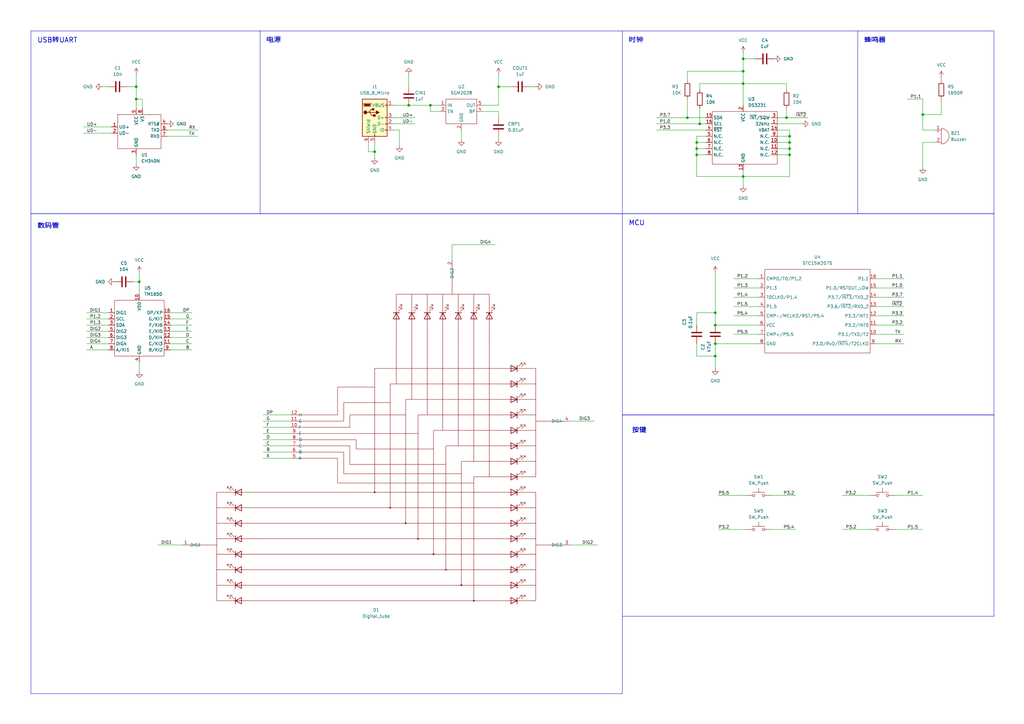
<source format=kicad_sch>
(kicad_sch (version 20230121) (generator eeschema)

  (uuid ee24d050-aaa9-40d3-b49c-781a4529dd0a)

  (paper "A3")

  (title_block
    (title "Digital Clock")
    (date "2024-03-03")
    (rev "第二十二次修订")
    (company "Rt-tranglr")
  )

  (lib_symbols
    (symbol "CH340N_1" (in_bom yes) (on_board yes)
      (property "Reference" "U" (at 0 7.62 0)
        (effects (font (size 1.27 1.27)))
      )
      (property "Value" "CH340N_1" (at 0 10.16 0)
        (effects (font (size 1.27 1.27)))
      )
      (property "Footprint" "" (at 0 10.16 0)
        (effects (font (size 1.27 1.27)) hide)
      )
      (property "Datasheet" "" (at 0 10.16 0)
        (effects (font (size 1.27 1.27)) hide)
      )
      (symbol "CH340N_1_0_0"
        (pin input line (at -10.16 -10.16 0) (length 2.54)
          (name "UD+" (effects (font (size 1.27 1.27))))
          (number "1" (effects (font (size 1.27 1.27))))
        )
        (pin input line (at -10.16 -12.7 0) (length 2.54)
          (name "UD-" (effects (font (size 1.27 1.27))))
          (number "2" (effects (font (size 1.27 1.27))))
        )
        (pin power_in line (at 0 -21.59 90) (length 2.54)
          (name "GND" (effects (font (size 1.27 1.27))))
          (number "3" (effects (font (size 1.27 1.27))))
        )
        (pin output line (at 12.7 -8.89 180) (length 2.54)
          (name "RTS#" (effects (font (size 1.27 1.27))))
          (number "4" (effects (font (size 1.27 1.27))))
        )
        (pin power_in line (at 0 -2.54 270) (length 2.54)
          (name "VCC" (effects (font (size 1.27 1.27))))
          (number "5" (effects (font (size 1.27 1.27))))
        )
        (pin output line (at 12.7 -11.43 180) (length 2.54)
          (name "TXD" (effects (font (size 1.27 1.27))))
          (number "6" (effects (font (size 1.27 1.27))))
        )
        (pin output line (at 12.7 -13.97 180) (length 2.54)
          (name "RXD" (effects (font (size 1.27 1.27))))
          (number "7" (effects (font (size 1.27 1.27))))
        )
        (pin power_in line (at 2.54 -2.54 270) (length 2.54)
          (name "V3" (effects (font (size 1.27 1.27))))
          (number "8" (effects (font (size 1.27 1.27))))
        )
      )
      (symbol "CH340N_1_0_1"
        (rectangle (start -7.62 -5.08) (end 10.16 -19.05)
          (stroke (width 0) (type default))
          (fill (type none))
        )
      )
    )
    (symbol "Connector:USB_B_Micro" (pin_names (offset 1.016)) (in_bom yes) (on_board yes)
      (property "Reference" "J" (at -5.08 11.43 0)
        (effects (font (size 1.27 1.27)) (justify left))
      )
      (property "Value" "USB_B_Micro" (at -5.08 8.89 0)
        (effects (font (size 1.27 1.27)) (justify left))
      )
      (property "Footprint" "" (at 3.81 -1.27 0)
        (effects (font (size 1.27 1.27)) hide)
      )
      (property "Datasheet" "~" (at 3.81 -1.27 0)
        (effects (font (size 1.27 1.27)) hide)
      )
      (property "ki_keywords" "connector USB micro" (at 0 0 0)
        (effects (font (size 1.27 1.27)) hide)
      )
      (property "ki_description" "USB Micro Type B connector" (at 0 0 0)
        (effects (font (size 1.27 1.27)) hide)
      )
      (property "ki_fp_filters" "USB*" (at 0 0 0)
        (effects (font (size 1.27 1.27)) hide)
      )
      (symbol "USB_B_Micro_0_1"
        (rectangle (start -5.08 -7.62) (end 5.08 7.62)
          (stroke (width 0.254) (type default))
          (fill (type background))
        )
        (circle (center -3.81 2.159) (radius 0.635)
          (stroke (width 0.254) (type default))
          (fill (type outline))
        )
        (circle (center -0.635 3.429) (radius 0.381)
          (stroke (width 0.254) (type default))
          (fill (type outline))
        )
        (rectangle (start -0.127 -7.62) (end 0.127 -6.858)
          (stroke (width 0) (type default))
          (fill (type none))
        )
        (polyline
          (pts
            (xy -1.905 2.159)
            (xy 0.635 2.159)
          )
          (stroke (width 0.254) (type default))
          (fill (type none))
        )
        (polyline
          (pts
            (xy -3.175 2.159)
            (xy -2.54 2.159)
            (xy -1.27 3.429)
            (xy -0.635 3.429)
          )
          (stroke (width 0.254) (type default))
          (fill (type none))
        )
        (polyline
          (pts
            (xy -2.54 2.159)
            (xy -1.905 2.159)
            (xy -1.27 0.889)
            (xy 0 0.889)
          )
          (stroke (width 0.254) (type default))
          (fill (type none))
        )
        (polyline
          (pts
            (xy 0.635 2.794)
            (xy 0.635 1.524)
            (xy 1.905 2.159)
            (xy 0.635 2.794)
          )
          (stroke (width 0.254) (type default))
          (fill (type outline))
        )
        (polyline
          (pts
            (xy -4.318 5.588)
            (xy -1.778 5.588)
            (xy -2.032 4.826)
            (xy -4.064 4.826)
            (xy -4.318 5.588)
          )
          (stroke (width 0) (type default))
          (fill (type outline))
        )
        (polyline
          (pts
            (xy -4.699 5.842)
            (xy -4.699 5.588)
            (xy -4.445 4.826)
            (xy -4.445 4.572)
            (xy -1.651 4.572)
            (xy -1.651 4.826)
            (xy -1.397 5.588)
            (xy -1.397 5.842)
            (xy -4.699 5.842)
          )
          (stroke (width 0) (type default))
          (fill (type none))
        )
        (rectangle (start 0.254 1.27) (end -0.508 0.508)
          (stroke (width 0.254) (type default))
          (fill (type outline))
        )
        (rectangle (start 5.08 -5.207) (end 4.318 -4.953)
          (stroke (width 0) (type default))
          (fill (type none))
        )
        (rectangle (start 5.08 -2.667) (end 4.318 -2.413)
          (stroke (width 0) (type default))
          (fill (type none))
        )
        (rectangle (start 5.08 -0.127) (end 4.318 0.127)
          (stroke (width 0) (type default))
          (fill (type none))
        )
        (rectangle (start 5.08 4.953) (end 4.318 5.207)
          (stroke (width 0) (type default))
          (fill (type none))
        )
      )
      (symbol "USB_B_Micro_1_1"
        (pin power_out line (at 7.62 5.08 180) (length 2.54)
          (name "VBUS" (effects (font (size 1.27 1.27))))
          (number "1" (effects (font (size 1.27 1.27))))
        )
        (pin bidirectional line (at 7.62 -2.54 180) (length 2.54)
          (name "D-" (effects (font (size 1.27 1.27))))
          (number "2" (effects (font (size 1.27 1.27))))
        )
        (pin bidirectional line (at 7.62 0 180) (length 2.54)
          (name "D+" (effects (font (size 1.27 1.27))))
          (number "3" (effects (font (size 1.27 1.27))))
        )
        (pin passive line (at 7.62 -5.08 180) (length 2.54)
          (name "ID" (effects (font (size 1.27 1.27))))
          (number "4" (effects (font (size 1.27 1.27))))
        )
        (pin power_out line (at 0 -10.16 90) (length 2.54)
          (name "GND" (effects (font (size 1.27 1.27))))
          (number "5" (effects (font (size 1.27 1.27))))
        )
        (pin passive line (at -2.54 -10.16 90) (length 2.54)
          (name "Shield" (effects (font (size 1.27 1.27))))
          (number "6" (effects (font (size 1.27 1.27))))
        )
      )
    )
    (symbol "DS3231_1" (in_bom yes) (on_board yes)
      (property "Reference" "U" (at 6.35 6.35 0)
        (effects (font (size 1.27 1.27)))
      )
      (property "Value" "DS3231_1" (at 6.35 8.89 0)
        (effects (font (size 1.27 1.27)))
      )
      (property "Footprint" "" (at 6.35 6.35 0)
        (effects (font (size 1.27 1.27)) hide)
      )
      (property "Datasheet" "" (at 6.35 6.35 0)
        (effects (font (size 1.27 1.27)) hide)
      )
      (symbol "DS3231_1_0_0"
        (pin output line (at 11.43 -3.81 180) (length 2.54)
          (name "32kHz" (effects (font (size 1.27 1.27))))
          (number "1" (effects (font (size 1.27 1.27))))
        )
        (pin free line (at 11.43 -11.43 180) (length 2.54)
          (name "N.C." (effects (font (size 1.27 1.27))))
          (number "10" (effects (font (size 1.27 1.27))))
        )
        (pin free line (at 11.43 -13.97 180) (length 2.54)
          (name "N.C." (effects (font (size 1.27 1.27))))
          (number "11" (effects (font (size 1.27 1.27))))
        )
        (pin free line (at 11.43 -16.51 180) (length 2.54)
          (name "N.C." (effects (font (size 1.27 1.27))))
          (number "12" (effects (font (size 1.27 1.27))))
        )
        (pin power_in line (at -2.54 -22.86 90) (length 2.54)
          (name "GND" (effects (font (size 1.27 1.27))))
          (number "13" (effects (font (size 1.27 1.27))))
        )
        (pin power_in line (at 11.43 -6.35 180) (length 2.54)
          (name "VBAT" (effects (font (size 1.27 1.27))))
          (number "14" (effects (font (size 1.27 1.27))))
        )
        (pin bidirectional line (at -17.78 -1.27 0) (length 2.54)
          (name "SDA" (effects (font (size 1.27 1.27))))
          (number "15" (effects (font (size 1.27 1.27))))
        )
        (pin bidirectional line (at -17.78 -3.81 0) (length 2.54)
          (name "SCL" (effects (font (size 1.27 1.27))))
          (number "16" (effects (font (size 1.27 1.27))))
        )
        (pin power_in line (at -2.54 3.81 270) (length 2.54)
          (name "VCC" (effects (font (size 1.27 1.27))))
          (number "2" (effects (font (size 1.27 1.27))))
        )
        (pin output line (at 11.43 -1.27 180) (length 2.54)
          (name "~{INT}/SQW" (effects (font (size 1.27 1.27))))
          (number "3" (effects (font (size 1.27 1.27))))
        )
        (pin output line (at -17.78 -6.35 0) (length 2.54)
          (name "~{RST}" (effects (font (size 1.27 1.27))))
          (number "4" (effects (font (size 1.27 1.27))))
        )
        (pin free line (at -17.78 -8.89 0) (length 2.54)
          (name "N.C." (effects (font (size 1.27 1.27))))
          (number "5" (effects (font (size 1.27 1.27))))
        )
        (pin free line (at -17.78 -11.43 0) (length 2.54)
          (name "N.C." (effects (font (size 1.27 1.27))))
          (number "6" (effects (font (size 1.27 1.27))))
        )
        (pin free line (at -17.78 -13.97 0) (length 2.54)
          (name "N.C." (effects (font (size 1.27 1.27))))
          (number "7" (effects (font (size 1.27 1.27))))
        )
        (pin free line (at -17.78 -16.51 0) (length 2.54)
          (name "N.C." (effects (font (size 1.27 1.27))))
          (number "8" (effects (font (size 1.27 1.27))))
        )
        (pin free line (at 11.43 -8.89 180) (length 2.54)
          (name "N.C." (effects (font (size 1.27 1.27))))
          (number "9" (effects (font (size 1.27 1.27))))
        )
      )
      (symbol "DS3231_1_0_1"
        (rectangle (start -15.24 1.27) (end 11.43 -20.32)
          (stroke (width 0) (type default))
          (fill (type none))
        )
      )
    )
    (symbol "Device:Buzzer" (pin_names (offset 0.0254) hide) (in_bom yes) (on_board yes)
      (property "Reference" "BZ" (at 3.81 1.27 0)
        (effects (font (size 1.27 1.27)) (justify left))
      )
      (property "Value" "Buzzer" (at 3.81 -1.27 0)
        (effects (font (size 1.27 1.27)) (justify left))
      )
      (property "Footprint" "" (at -0.635 2.54 90)
        (effects (font (size 1.27 1.27)) hide)
      )
      (property "Datasheet" "~" (at -0.635 2.54 90)
        (effects (font (size 1.27 1.27)) hide)
      )
      (property "ki_keywords" "quartz resonator ceramic" (at 0 0 0)
        (effects (font (size 1.27 1.27)) hide)
      )
      (property "ki_description" "Buzzer, polarized" (at 0 0 0)
        (effects (font (size 1.27 1.27)) hide)
      )
      (property "ki_fp_filters" "*Buzzer*" (at 0 0 0)
        (effects (font (size 1.27 1.27)) hide)
      )
      (symbol "Buzzer_0_1"
        (arc (start 0 -3.175) (mid 3.1612 0) (end 0 3.175)
          (stroke (width 0) (type default))
          (fill (type none))
        )
        (polyline
          (pts
            (xy -1.651 1.905)
            (xy -1.143 1.905)
          )
          (stroke (width 0) (type default))
          (fill (type none))
        )
        (polyline
          (pts
            (xy -1.397 2.159)
            (xy -1.397 1.651)
          )
          (stroke (width 0) (type default))
          (fill (type none))
        )
        (polyline
          (pts
            (xy 0 3.175)
            (xy 0 -3.175)
          )
          (stroke (width 0) (type default))
          (fill (type none))
        )
      )
      (symbol "Buzzer_1_1"
        (pin passive line (at -2.54 2.54 0) (length 2.54)
          (name "-" (effects (font (size 1.27 1.27))))
          (number "1" (effects (font (size 1.27 1.27))))
        )
        (pin passive line (at -2.54 -2.54 0) (length 2.54)
          (name "+" (effects (font (size 1.27 1.27))))
          (number "2" (effects (font (size 1.27 1.27))))
        )
      )
    )
    (symbol "Device:C" (pin_numbers hide) (pin_names (offset 0.254)) (in_bom yes) (on_board yes)
      (property "Reference" "C" (at 0.635 2.54 0)
        (effects (font (size 1.27 1.27)) (justify left))
      )
      (property "Value" "C" (at 0.635 -2.54 0)
        (effects (font (size 1.27 1.27)) (justify left))
      )
      (property "Footprint" "" (at 0.9652 -3.81 0)
        (effects (font (size 1.27 1.27)) hide)
      )
      (property "Datasheet" "~" (at 0 0 0)
        (effects (font (size 1.27 1.27)) hide)
      )
      (property "ki_keywords" "cap capacitor" (at 0 0 0)
        (effects (font (size 1.27 1.27)) hide)
      )
      (property "ki_description" "Unpolarized capacitor" (at 0 0 0)
        (effects (font (size 1.27 1.27)) hide)
      )
      (property "ki_fp_filters" "C_*" (at 0 0 0)
        (effects (font (size 1.27 1.27)) hide)
      )
      (symbol "C_0_1"
        (polyline
          (pts
            (xy -2.032 -0.762)
            (xy 2.032 -0.762)
          )
          (stroke (width 0.508) (type default))
          (fill (type none))
        )
        (polyline
          (pts
            (xy -2.032 0.762)
            (xy 2.032 0.762)
          )
          (stroke (width 0.508) (type default))
          (fill (type none))
        )
      )
      (symbol "C_1_1"
        (pin passive line (at 0 3.81 270) (length 2.794)
          (name "~" (effects (font (size 1.27 1.27))))
          (number "1" (effects (font (size 1.27 1.27))))
        )
        (pin passive line (at 0 -3.81 90) (length 2.794)
          (name "~" (effects (font (size 1.27 1.27))))
          (number "2" (effects (font (size 1.27 1.27))))
        )
      )
    )
    (symbol "Device:R" (pin_numbers hide) (pin_names (offset 0)) (in_bom yes) (on_board yes)
      (property "Reference" "R" (at 2.032 0 90)
        (effects (font (size 1.27 1.27)))
      )
      (property "Value" "R" (at 0 0 90)
        (effects (font (size 1.27 1.27)))
      )
      (property "Footprint" "" (at -1.778 0 90)
        (effects (font (size 1.27 1.27)) hide)
      )
      (property "Datasheet" "~" (at 0 0 0)
        (effects (font (size 1.27 1.27)) hide)
      )
      (property "ki_keywords" "R res resistor" (at 0 0 0)
        (effects (font (size 1.27 1.27)) hide)
      )
      (property "ki_description" "Resistor" (at 0 0 0)
        (effects (font (size 1.27 1.27)) hide)
      )
      (property "ki_fp_filters" "R_*" (at 0 0 0)
        (effects (font (size 1.27 1.27)) hide)
      )
      (symbol "R_0_1"
        (rectangle (start -1.016 -2.54) (end 1.016 2.54)
          (stroke (width 0.254) (type default))
          (fill (type none))
        )
      )
      (symbol "R_1_1"
        (pin passive line (at 0 3.81 270) (length 1.27)
          (name "~" (effects (font (size 1.27 1.27))))
          (number "1" (effects (font (size 1.27 1.27))))
        )
        (pin passive line (at 0 -3.81 90) (length 1.27)
          (name "~" (effects (font (size 1.27 1.27))))
          (number "2" (effects (font (size 1.27 1.27))))
        )
      )
    )
    (symbol "Digital Clock:Digital_tube" (in_bom yes) (on_board yes)
      (property "Reference" "D" (at 20.32 53.34 0)
        (effects (font (size 1.27 1.27)))
      )
      (property "Value" "Digital_tube" (at 20.32 57.15 0)
        (effects (font (size 1.27 1.27)))
      )
      (property "Footprint" "" (at 20.32 60.96 0)
        (effects (font (size 1.27 1.27)) hide)
      )
      (property "Datasheet" "" (at 20.32 60.96 0)
        (effects (font (size 1.27 1.27)) hide)
      )
      (symbol "Digital_tube_0_0"
        (polyline
          (pts
            (xy -24.13 -41.91)
            (xy -24.13 2.54)
          )
          (stroke (width 0) (type default))
          (fill (type none))
        )
        (polyline
          (pts
            (xy -24.13 -19.05)
            (xy -35.56 -19.05)
          )
          (stroke (width 0) (type default))
          (fill (type none))
        )
        (polyline
          (pts
            (xy -10.16 -41.91)
            (xy -24.13 -41.91)
          )
          (stroke (width 0) (type default))
          (fill (type none))
        )
        (polyline
          (pts
            (xy -10.16 -41.91)
            (xy -5.08 -41.91)
          )
          (stroke (width 0) (type default))
          (fill (type none))
        )
        (polyline
          (pts
            (xy -10.16 -35.56)
            (xy -24.13 -35.56)
          )
          (stroke (width 0) (type default))
          (fill (type none))
        )
        (polyline
          (pts
            (xy -10.16 -35.56)
            (xy -5.08 -35.56)
          )
          (stroke (width 0) (type default))
          (fill (type none))
        )
        (polyline
          (pts
            (xy -10.16 -29.21)
            (xy -24.13 -29.21)
          )
          (stroke (width 0) (type default))
          (fill (type none))
        )
        (polyline
          (pts
            (xy -10.16 -29.21)
            (xy -5.08 -29.21)
          )
          (stroke (width 0) (type default))
          (fill (type none))
        )
        (polyline
          (pts
            (xy -10.16 -22.86)
            (xy -24.13 -22.86)
          )
          (stroke (width 0) (type default))
          (fill (type none))
        )
        (polyline
          (pts
            (xy -10.16 -22.86)
            (xy -5.08 -22.86)
          )
          (stroke (width 0) (type default))
          (fill (type none))
        )
        (polyline
          (pts
            (xy -10.16 -16.51)
            (xy -24.13 -16.51)
          )
          (stroke (width 0) (type default))
          (fill (type none))
        )
        (polyline
          (pts
            (xy -10.16 -16.51)
            (xy -5.08 -16.51)
          )
          (stroke (width 0) (type default))
          (fill (type none))
        )
        (polyline
          (pts
            (xy -10.16 -10.16)
            (xy -24.13 -10.16)
          )
          (stroke (width 0) (type default))
          (fill (type none))
        )
        (polyline
          (pts
            (xy -10.16 -10.16)
            (xy -5.08 -10.16)
          )
          (stroke (width 0) (type default))
          (fill (type none))
        )
        (polyline
          (pts
            (xy -10.16 -3.81)
            (xy -24.13 -3.81)
          )
          (stroke (width 0) (type default))
          (fill (type none))
        )
        (polyline
          (pts
            (xy -10.16 -3.81)
            (xy -5.08 -3.81)
          )
          (stroke (width 0) (type default))
          (fill (type none))
        )
        (polyline
          (pts
            (xy -10.16 2.54)
            (xy -24.13 2.54)
          )
          (stroke (width 0) (type default))
          (fill (type none))
        )
        (polyline
          (pts
            (xy -10.16 2.54)
            (xy -5.08 2.54)
          )
          (stroke (width 0) (type default))
          (fill (type none))
        )
        (polyline
          (pts
            (xy 49.53 69.85)
            (xy 49.53 64.77)
          )
          (stroke (width 0) (type default))
          (fill (type none))
        )
        (polyline
          (pts
            (xy 49.53 69.85)
            (xy 49.53 83.82)
          )
          (stroke (width 0) (type default))
          (fill (type none))
        )
        (polyline
          (pts
            (xy 55.88 69.85)
            (xy 55.88 64.77)
          )
          (stroke (width 0) (type default))
          (fill (type none))
        )
        (polyline
          (pts
            (xy 55.88 69.85)
            (xy 55.88 83.82)
          )
          (stroke (width 0) (type default))
          (fill (type none))
        )
        (polyline
          (pts
            (xy 62.23 69.85)
            (xy 62.23 64.77)
          )
          (stroke (width 0) (type default))
          (fill (type none))
        )
        (polyline
          (pts
            (xy 62.23 69.85)
            (xy 62.23 83.82)
          )
          (stroke (width 0) (type default))
          (fill (type none))
        )
        (polyline
          (pts
            (xy 68.58 69.85)
            (xy 68.58 64.77)
          )
          (stroke (width 0) (type default))
          (fill (type none))
        )
        (polyline
          (pts
            (xy 68.58 69.85)
            (xy 68.58 83.82)
          )
          (stroke (width 0) (type default))
          (fill (type none))
        )
        (polyline
          (pts
            (xy 72.39 83.82)
            (xy 72.39 95.25)
          )
          (stroke (width 0) (type default))
          (fill (type none))
        )
        (polyline
          (pts
            (xy 74.93 69.85)
            (xy 74.93 64.77)
          )
          (stroke (width 0) (type default))
          (fill (type none))
        )
        (polyline
          (pts
            (xy 74.93 69.85)
            (xy 74.93 83.82)
          )
          (stroke (width 0) (type default))
          (fill (type none))
        )
        (polyline
          (pts
            (xy 81.28 69.85)
            (xy 81.28 64.77)
          )
          (stroke (width 0) (type default))
          (fill (type none))
        )
        (polyline
          (pts
            (xy 81.28 69.85)
            (xy 81.28 83.82)
          )
          (stroke (width 0) (type default))
          (fill (type none))
        )
        (polyline
          (pts
            (xy 87.63 69.85)
            (xy 87.63 64.77)
          )
          (stroke (width 0) (type default))
          (fill (type none))
        )
        (polyline
          (pts
            (xy 87.63 69.85)
            (xy 87.63 83.82)
          )
          (stroke (width 0) (type default))
          (fill (type none))
        )
        (polyline
          (pts
            (xy 92.71 -41.91)
            (xy 87.63 -41.91)
          )
          (stroke (width 0) (type default))
          (fill (type none))
        )
        (polyline
          (pts
            (xy 92.71 -41.91)
            (xy 106.68 -41.91)
          )
          (stroke (width 0) (type default))
          (fill (type none))
        )
        (polyline
          (pts
            (xy 92.71 -35.56)
            (xy 87.63 -35.56)
          )
          (stroke (width 0) (type default))
          (fill (type none))
        )
        (polyline
          (pts
            (xy 92.71 -35.56)
            (xy 106.68 -35.56)
          )
          (stroke (width 0) (type default))
          (fill (type none))
        )
        (polyline
          (pts
            (xy 92.71 -29.21)
            (xy 87.63 -29.21)
          )
          (stroke (width 0) (type default))
          (fill (type none))
        )
        (polyline
          (pts
            (xy 92.71 -29.21)
            (xy 106.68 -29.21)
          )
          (stroke (width 0) (type default))
          (fill (type none))
        )
        (polyline
          (pts
            (xy 92.71 -22.86)
            (xy 87.63 -22.86)
          )
          (stroke (width 0) (type default))
          (fill (type none))
        )
        (polyline
          (pts
            (xy 92.71 -22.86)
            (xy 106.68 -22.86)
          )
          (stroke (width 0) (type default))
          (fill (type none))
        )
        (polyline
          (pts
            (xy 92.71 -16.51)
            (xy 87.63 -16.51)
          )
          (stroke (width 0) (type default))
          (fill (type none))
        )
        (polyline
          (pts
            (xy 92.71 -16.51)
            (xy 106.68 -16.51)
          )
          (stroke (width 0) (type default))
          (fill (type none))
        )
        (polyline
          (pts
            (xy 92.71 -10.16)
            (xy 87.63 -10.16)
          )
          (stroke (width 0) (type default))
          (fill (type none))
        )
        (polyline
          (pts
            (xy 92.71 -10.16)
            (xy 106.68 -10.16)
          )
          (stroke (width 0) (type default))
          (fill (type none))
        )
        (polyline
          (pts
            (xy 92.71 -3.81)
            (xy 87.63 -3.81)
          )
          (stroke (width 0) (type default))
          (fill (type none))
        )
        (polyline
          (pts
            (xy 92.71 -3.81)
            (xy 106.68 -3.81)
          )
          (stroke (width 0) (type default))
          (fill (type none))
        )
        (polyline
          (pts
            (xy 92.71 2.54)
            (xy 87.63 2.54)
          )
          (stroke (width 0) (type default))
          (fill (type none))
        )
        (polyline
          (pts
            (xy 92.71 2.54)
            (xy 106.68 2.54)
          )
          (stroke (width 0) (type default))
          (fill (type none))
        )
        (polyline
          (pts
            (xy 92.71 8.89)
            (xy 87.63 8.89)
          )
          (stroke (width 0) (type default))
          (fill (type none))
        )
        (polyline
          (pts
            (xy 92.71 8.89)
            (xy 106.68 8.89)
          )
          (stroke (width 0) (type default))
          (fill (type none))
        )
        (polyline
          (pts
            (xy 92.71 15.24)
            (xy 87.63 15.24)
          )
          (stroke (width 0) (type default))
          (fill (type none))
        )
        (polyline
          (pts
            (xy 92.71 15.24)
            (xy 106.68 15.24)
          )
          (stroke (width 0) (type default))
          (fill (type none))
        )
        (polyline
          (pts
            (xy 92.71 21.59)
            (xy 87.63 21.59)
          )
          (stroke (width 0) (type default))
          (fill (type none))
        )
        (polyline
          (pts
            (xy 92.71 21.59)
            (xy 106.68 21.59)
          )
          (stroke (width 0) (type default))
          (fill (type none))
        )
        (polyline
          (pts
            (xy 92.71 27.94)
            (xy 87.63 27.94)
          )
          (stroke (width 0) (type default))
          (fill (type none))
        )
        (polyline
          (pts
            (xy 92.71 27.94)
            (xy 106.68 27.94)
          )
          (stroke (width 0) (type default))
          (fill (type none))
        )
        (polyline
          (pts
            (xy 92.71 34.29)
            (xy 87.63 34.29)
          )
          (stroke (width 0) (type default))
          (fill (type none))
        )
        (polyline
          (pts
            (xy 92.71 34.29)
            (xy 106.68 34.29)
          )
          (stroke (width 0) (type default))
          (fill (type none))
        )
        (polyline
          (pts
            (xy 92.71 40.64)
            (xy 87.63 40.64)
          )
          (stroke (width 0) (type default))
          (fill (type none))
        )
        (polyline
          (pts
            (xy 92.71 40.64)
            (xy 106.68 40.64)
          )
          (stroke (width 0) (type default))
          (fill (type none))
        )
        (polyline
          (pts
            (xy 92.71 46.99)
            (xy 87.63 46.99)
          )
          (stroke (width 0) (type default))
          (fill (type none))
        )
        (polyline
          (pts
            (xy 92.71 46.99)
            (xy 106.68 46.99)
          )
          (stroke (width 0) (type default))
          (fill (type none))
        )
        (polyline
          (pts
            (xy 92.71 53.34)
            (xy 87.63 53.34)
          )
          (stroke (width 0) (type default))
          (fill (type none))
        )
        (polyline
          (pts
            (xy 92.71 53.34)
            (xy 106.68 53.34)
          )
          (stroke (width 0) (type default))
          (fill (type none))
        )
        (polyline
          (pts
            (xy 106.68 -41.91)
            (xy 106.68 2.54)
          )
          (stroke (width 0) (type default))
          (fill (type none))
        )
        (polyline
          (pts
            (xy 106.68 -19.05)
            (xy 118.11 -19.05)
          )
          (stroke (width 0) (type default))
          (fill (type none))
        )
        (polyline
          (pts
            (xy 106.68 8.89)
            (xy 106.68 53.34)
          )
          (stroke (width 0) (type default))
          (fill (type none))
        )
        (polyline
          (pts
            (xy 106.68 31.75)
            (xy 118.11 31.75)
          )
          (stroke (width 0) (type default))
          (fill (type none))
        )
        (pin input line (at -38.1 -19.05 0) (length 2.54)
          (name "DIG1" (effects (font (size 1.27 1.27))))
          (number "1" (effects (font (size 1.27 1.27))))
        )
        (pin input line (at 6.35 29.21 0) (length 2.54)
          (name "F" (effects (font (size 1.27 1.27))))
          (number "10" (effects (font (size 1.27 1.27))))
        )
        (pin input line (at 6.35 31.75 0) (length 2.54)
          (name "G" (effects (font (size 1.27 1.27))))
          (number "11" (effects (font (size 1.27 1.27))))
        )
        (pin input line (at 6.35 34.29 0) (length 2.54)
          (name "H" (effects (font (size 1.27 1.27))))
          (number "12" (effects (font (size 1.27 1.27))))
        )
        (pin input line (at 72.39 97.79 270) (length 2.54)
          (name "DIG2" (effects (font (size 1.27 1.27))))
          (number "2" (effects (font (size 1.27 1.27))))
        )
        (pin input line (at 120.65 -19.05 180) (length 2.54)
          (name "DIG3" (effects (font (size 1.27 1.27))))
          (number "3" (effects (font (size 1.27 1.27))))
        )
        (pin input line (at 120.65 31.75 180) (length 2.54)
          (name "DIG4" (effects (font (size 1.27 1.27))))
          (number "4" (effects (font (size 1.27 1.27))))
        )
        (pin input line (at 6.35 16.51 0) (length 2.54)
          (name "A" (effects (font (size 1.27 1.27))))
          (number "5" (effects (font (size 1.27 1.27))))
        )
        (pin input line (at 6.35 19.05 0) (length 2.54)
          (name "B" (effects (font (size 1.27 1.27))))
          (number "6" (effects (font (size 1.27 1.27))))
        )
        (pin input line (at 6.35 21.59 0) (length 2.54)
          (name "C" (effects (font (size 1.27 1.27))))
          (number "7" (effects (font (size 1.27 1.27))))
        )
        (pin input line (at 6.35 24.13 0) (length 2.54)
          (name "D" (effects (font (size 1.27 1.27))))
          (number "8" (effects (font (size 1.27 1.27))))
        )
        (pin input line (at 6.35 26.67 0) (length 2.54)
          (name "E" (effects (font (size 1.27 1.27))))
          (number "9" (effects (font (size 1.27 1.27))))
        )
      )
      (symbol "Digital_tube_0_1"
        (polyline
          (pts
            (xy -16.51 -41.91)
            (xy -13.97 -41.91)
          )
          (stroke (width 0) (type default))
          (fill (type none))
        )
        (polyline
          (pts
            (xy -16.51 -40.64)
            (xy -16.51 -43.18)
          )
          (stroke (width 0.254) (type default))
          (fill (type none))
        )
        (polyline
          (pts
            (xy -16.51 -35.56)
            (xy -13.97 -35.56)
          )
          (stroke (width 0) (type default))
          (fill (type none))
        )
        (polyline
          (pts
            (xy -16.51 -34.29)
            (xy -16.51 -36.83)
          )
          (stroke (width 0.254) (type default))
          (fill (type none))
        )
        (polyline
          (pts
            (xy -16.51 -29.21)
            (xy -13.97 -29.21)
          )
          (stroke (width 0) (type default))
          (fill (type none))
        )
        (polyline
          (pts
            (xy -16.51 -27.94)
            (xy -16.51 -30.48)
          )
          (stroke (width 0.254) (type default))
          (fill (type none))
        )
        (polyline
          (pts
            (xy -16.51 -22.86)
            (xy -13.97 -22.86)
          )
          (stroke (width 0) (type default))
          (fill (type none))
        )
        (polyline
          (pts
            (xy -16.51 -21.59)
            (xy -16.51 -24.13)
          )
          (stroke (width 0.254) (type default))
          (fill (type none))
        )
        (polyline
          (pts
            (xy -16.51 -16.51)
            (xy -13.97 -16.51)
          )
          (stroke (width 0) (type default))
          (fill (type none))
        )
        (polyline
          (pts
            (xy -16.51 -15.24)
            (xy -16.51 -17.78)
          )
          (stroke (width 0.254) (type default))
          (fill (type none))
        )
        (polyline
          (pts
            (xy -16.51 -10.16)
            (xy -13.97 -10.16)
          )
          (stroke (width 0) (type default))
          (fill (type none))
        )
        (polyline
          (pts
            (xy -16.51 -8.89)
            (xy -16.51 -11.43)
          )
          (stroke (width 0.254) (type default))
          (fill (type none))
        )
        (polyline
          (pts
            (xy -16.51 -3.81)
            (xy -13.97 -3.81)
          )
          (stroke (width 0) (type default))
          (fill (type none))
        )
        (polyline
          (pts
            (xy -16.51 -2.54)
            (xy -16.51 -5.08)
          )
          (stroke (width 0.254) (type default))
          (fill (type none))
        )
        (polyline
          (pts
            (xy -16.51 2.54)
            (xy -13.97 2.54)
          )
          (stroke (width 0) (type default))
          (fill (type none))
        )
        (polyline
          (pts
            (xy -16.51 3.81)
            (xy -16.51 1.27)
          )
          (stroke (width 0.254) (type default))
          (fill (type none))
        )
        (polyline
          (pts
            (xy -5.08 -41.91)
            (xy 87.63 -41.91)
          )
          (stroke (width 0) (type default))
          (fill (type none))
        )
        (polyline
          (pts
            (xy -5.08 -29.21)
            (xy 87.63 -29.21)
          )
          (stroke (width 0) (type default))
          (fill (type none))
        )
        (polyline
          (pts
            (xy -5.08 -16.51)
            (xy 87.63 -16.51)
          )
          (stroke (width 0) (type default))
          (fill (type none))
        )
        (polyline
          (pts
            (xy -5.08 -3.81)
            (xy 87.63 -3.81)
          )
          (stroke (width 0) (type default))
          (fill (type none))
        )
        (polyline
          (pts
            (xy -5.08 2.54)
            (xy 87.63 2.54)
          )
          (stroke (width 0) (type default))
          (fill (type none))
        )
        (polyline
          (pts
            (xy 30.48 29.21)
            (xy 8.89 29.21)
          )
          (stroke (width 0) (type default))
          (fill (type none))
        )
        (polyline
          (pts
            (xy 49.53 64.77)
            (xy 49.53 46.99)
          )
          (stroke (width 0) (type default))
          (fill (type none))
        )
        (polyline
          (pts
            (xy 49.53 76.2)
            (xy 49.53 73.66)
          )
          (stroke (width 0) (type default))
          (fill (type none))
        )
        (polyline
          (pts
            (xy 49.53 83.82)
            (xy 87.63 83.82)
          )
          (stroke (width 0) (type default))
          (fill (type none))
        )
        (polyline
          (pts
            (xy 50.8 76.2)
            (xy 48.26 76.2)
          )
          (stroke (width 0.254) (type default))
          (fill (type none))
        )
        (polyline
          (pts
            (xy 55.88 64.77)
            (xy 55.88 40.64)
          )
          (stroke (width 0) (type default))
          (fill (type none))
        )
        (polyline
          (pts
            (xy 55.88 76.2)
            (xy 55.88 73.66)
          )
          (stroke (width 0) (type default))
          (fill (type none))
        )
        (polyline
          (pts
            (xy 57.15 76.2)
            (xy 54.61 76.2)
          )
          (stroke (width 0.254) (type default))
          (fill (type none))
        )
        (polyline
          (pts
            (xy 58.42 26.67)
            (xy 8.89 26.67)
          )
          (stroke (width 0) (type default))
          (fill (type none))
        )
        (polyline
          (pts
            (xy 62.23 64.77)
            (xy 62.23 34.29)
          )
          (stroke (width 0) (type default))
          (fill (type none))
        )
        (polyline
          (pts
            (xy 62.23 76.2)
            (xy 62.23 73.66)
          )
          (stroke (width 0) (type default))
          (fill (type none))
        )
        (polyline
          (pts
            (xy 63.5 76.2)
            (xy 60.96 76.2)
          )
          (stroke (width 0.254) (type default))
          (fill (type none))
        )
        (polyline
          (pts
            (xy 68.58 64.77)
            (xy 68.58 27.94)
          )
          (stroke (width 0) (type default))
          (fill (type none))
        )
        (polyline
          (pts
            (xy 68.58 76.2)
            (xy 68.58 73.66)
          )
          (stroke (width 0) (type default))
          (fill (type none))
        )
        (polyline
          (pts
            (xy 69.85 13.97)
            (xy 30.48 13.97)
          )
          (stroke (width 0) (type default))
          (fill (type none))
        )
        (polyline
          (pts
            (xy 69.85 76.2)
            (xy 67.31 76.2)
          )
          (stroke (width 0.254) (type default))
          (fill (type none))
        )
        (polyline
          (pts
            (xy 74.93 64.77)
            (xy 74.93 21.59)
          )
          (stroke (width 0) (type default))
          (fill (type none))
        )
        (polyline
          (pts
            (xy 74.93 76.2)
            (xy 74.93 73.66)
          )
          (stroke (width 0) (type default))
          (fill (type none))
        )
        (polyline
          (pts
            (xy 76.2 76.2)
            (xy 73.66 76.2)
          )
          (stroke (width 0.254) (type default))
          (fill (type none))
        )
        (polyline
          (pts
            (xy 81.28 64.77)
            (xy 81.28 15.24)
          )
          (stroke (width 0) (type default))
          (fill (type none))
        )
        (polyline
          (pts
            (xy 81.28 76.2)
            (xy 81.28 73.66)
          )
          (stroke (width 0) (type default))
          (fill (type none))
        )
        (polyline
          (pts
            (xy 82.55 76.2)
            (xy 80.01 76.2)
          )
          (stroke (width 0.254) (type default))
          (fill (type none))
        )
        (polyline
          (pts
            (xy 87.63 -35.56)
            (xy -5.08 -35.56)
          )
          (stroke (width 0) (type default))
          (fill (type none))
        )
        (polyline
          (pts
            (xy 87.63 -22.86)
            (xy -5.08 -22.86)
          )
          (stroke (width 0) (type default))
          (fill (type none))
        )
        (polyline
          (pts
            (xy 87.63 -10.16)
            (xy -5.08 -10.16)
          )
          (stroke (width 0) (type default))
          (fill (type none))
        )
        (polyline
          (pts
            (xy 87.63 64.77)
            (xy 87.63 8.89)
          )
          (stroke (width 0) (type default))
          (fill (type none))
        )
        (polyline
          (pts
            (xy 87.63 76.2)
            (xy 87.63 73.66)
          )
          (stroke (width 0) (type default))
          (fill (type none))
        )
        (polyline
          (pts
            (xy 87.63 83.82)
            (xy 87.63 83.82)
          )
          (stroke (width 0) (type default))
          (fill (type none))
        )
        (polyline
          (pts
            (xy 88.9 76.2)
            (xy 86.36 76.2)
          )
          (stroke (width 0.254) (type default))
          (fill (type none))
        )
        (polyline
          (pts
            (xy 99.06 -41.91)
            (xy 96.52 -41.91)
          )
          (stroke (width 0) (type default))
          (fill (type none))
        )
        (polyline
          (pts
            (xy 99.06 -40.64)
            (xy 99.06 -43.18)
          )
          (stroke (width 0.254) (type default))
          (fill (type none))
        )
        (polyline
          (pts
            (xy 99.06 -35.56)
            (xy 96.52 -35.56)
          )
          (stroke (width 0) (type default))
          (fill (type none))
        )
        (polyline
          (pts
            (xy 99.06 -34.29)
            (xy 99.06 -36.83)
          )
          (stroke (width 0.254) (type default))
          (fill (type none))
        )
        (polyline
          (pts
            (xy 99.06 -29.21)
            (xy 96.52 -29.21)
          )
          (stroke (width 0) (type default))
          (fill (type none))
        )
        (polyline
          (pts
            (xy 99.06 -27.94)
            (xy 99.06 -30.48)
          )
          (stroke (width 0.254) (type default))
          (fill (type none))
        )
        (polyline
          (pts
            (xy 99.06 -22.86)
            (xy 96.52 -22.86)
          )
          (stroke (width 0) (type default))
          (fill (type none))
        )
        (polyline
          (pts
            (xy 99.06 -21.59)
            (xy 99.06 -24.13)
          )
          (stroke (width 0.254) (type default))
          (fill (type none))
        )
        (polyline
          (pts
            (xy 99.06 -16.51)
            (xy 96.52 -16.51)
          )
          (stroke (width 0) (type default))
          (fill (type none))
        )
        (polyline
          (pts
            (xy 99.06 -15.24)
            (xy 99.06 -17.78)
          )
          (stroke (width 0.254) (type default))
          (fill (type none))
        )
        (polyline
          (pts
            (xy 99.06 -10.16)
            (xy 96.52 -10.16)
          )
          (stroke (width 0) (type default))
          (fill (type none))
        )
        (polyline
          (pts
            (xy 99.06 -8.89)
            (xy 99.06 -11.43)
          )
          (stroke (width 0.254) (type default))
          (fill (type none))
        )
        (polyline
          (pts
            (xy 99.06 -3.81)
            (xy 96.52 -3.81)
          )
          (stroke (width 0) (type default))
          (fill (type none))
        )
        (polyline
          (pts
            (xy 99.06 -2.54)
            (xy 99.06 -5.08)
          )
          (stroke (width 0.254) (type default))
          (fill (type none))
        )
        (polyline
          (pts
            (xy 99.06 2.54)
            (xy 96.52 2.54)
          )
          (stroke (width 0) (type default))
          (fill (type none))
        )
        (polyline
          (pts
            (xy 99.06 3.81)
            (xy 99.06 1.27)
          )
          (stroke (width 0.254) (type default))
          (fill (type none))
        )
        (polyline
          (pts
            (xy 99.06 8.89)
            (xy 96.52 8.89)
          )
          (stroke (width 0) (type default))
          (fill (type none))
        )
        (polyline
          (pts
            (xy 99.06 10.16)
            (xy 99.06 7.62)
          )
          (stroke (width 0.254) (type default))
          (fill (type none))
        )
        (polyline
          (pts
            (xy 99.06 15.24)
            (xy 96.52 15.24)
          )
          (stroke (width 0) (type default))
          (fill (type none))
        )
        (polyline
          (pts
            (xy 99.06 16.51)
            (xy 99.06 13.97)
          )
          (stroke (width 0.254) (type default))
          (fill (type none))
        )
        (polyline
          (pts
            (xy 99.06 21.59)
            (xy 96.52 21.59)
          )
          (stroke (width 0) (type default))
          (fill (type none))
        )
        (polyline
          (pts
            (xy 99.06 22.86)
            (xy 99.06 20.32)
          )
          (stroke (width 0.254) (type default))
          (fill (type none))
        )
        (polyline
          (pts
            (xy 99.06 27.94)
            (xy 96.52 27.94)
          )
          (stroke (width 0) (type default))
          (fill (type none))
        )
        (polyline
          (pts
            (xy 99.06 29.21)
            (xy 99.06 26.67)
          )
          (stroke (width 0.254) (type default))
          (fill (type none))
        )
        (polyline
          (pts
            (xy 99.06 34.29)
            (xy 96.52 34.29)
          )
          (stroke (width 0) (type default))
          (fill (type none))
        )
        (polyline
          (pts
            (xy 99.06 35.56)
            (xy 99.06 33.02)
          )
          (stroke (width 0.254) (type default))
          (fill (type none))
        )
        (polyline
          (pts
            (xy 99.06 40.64)
            (xy 96.52 40.64)
          )
          (stroke (width 0) (type default))
          (fill (type none))
        )
        (polyline
          (pts
            (xy 99.06 41.91)
            (xy 99.06 39.37)
          )
          (stroke (width 0.254) (type default))
          (fill (type none))
        )
        (polyline
          (pts
            (xy 99.06 46.99)
            (xy 96.52 46.99)
          )
          (stroke (width 0) (type default))
          (fill (type none))
        )
        (polyline
          (pts
            (xy 99.06 48.26)
            (xy 99.06 45.72)
          )
          (stroke (width 0.254) (type default))
          (fill (type none))
        )
        (polyline
          (pts
            (xy 99.06 53.34)
            (xy 96.52 53.34)
          )
          (stroke (width 0) (type default))
          (fill (type none))
        )
        (polyline
          (pts
            (xy 99.06 54.61)
            (xy 99.06 52.07)
          )
          (stroke (width 0.254) (type default))
          (fill (type none))
        )
        (polyline
          (pts
            (xy 30.48 13.97)
            (xy 30.48 21.59)
            (xy 8.89 21.59)
          )
          (stroke (width 0) (type default))
          (fill (type none))
        )
        (polyline
          (pts
            (xy 53.34 34.29)
            (xy 30.48 34.29)
            (xy 30.48 29.21)
          )
          (stroke (width 0) (type default))
          (fill (type none))
        )
        (polyline
          (pts
            (xy 87.63 8.89)
            (xy 81.28 8.89)
            (xy 81.28 -41.91)
          )
          (stroke (width 0) (type default))
          (fill (type none))
        )
        (polyline
          (pts
            (xy 87.63 15.24)
            (xy 76.2 15.24)
            (xy 76.2 -35.56)
          )
          (stroke (width 0) (type default))
          (fill (type none))
        )
        (polyline
          (pts
            (xy 87.63 21.59)
            (xy 69.85 21.59)
            (xy 69.85 -29.21)
          )
          (stroke (width 0) (type default))
          (fill (type none))
        )
        (polyline
          (pts
            (xy 87.63 27.94)
            (xy 64.77 27.94)
            (xy 64.77 -22.86)
          )
          (stroke (width 0) (type default))
          (fill (type none))
        )
        (polyline
          (pts
            (xy 87.63 34.29)
            (xy 58.42 34.29)
            (xy 58.42 -16.51)
          )
          (stroke (width 0) (type default))
          (fill (type none))
        )
        (polyline
          (pts
            (xy 87.63 40.64)
            (xy 53.34 40.64)
            (xy 53.34 -10.16)
          )
          (stroke (width 0) (type default))
          (fill (type none))
        )
        (polyline
          (pts
            (xy 87.63 46.99)
            (xy 46.99 46.99)
            (xy 46.99 -3.81)
          )
          (stroke (width 0) (type default))
          (fill (type none))
        )
        (polyline
          (pts
            (xy 87.63 53.34)
            (xy 40.64 53.34)
            (xy 40.64 2.54)
          )
          (stroke (width 0) (type default))
          (fill (type none))
        )
        (polyline
          (pts
            (xy -13.97 -40.64)
            (xy -13.97 -43.18)
            (xy -16.51 -41.91)
            (xy -13.97 -40.64)
          )
          (stroke (width 0.254) (type default))
          (fill (type none))
        )
        (polyline
          (pts
            (xy -13.97 -34.29)
            (xy -13.97 -36.83)
            (xy -16.51 -35.56)
            (xy -13.97 -34.29)
          )
          (stroke (width 0.254) (type default))
          (fill (type none))
        )
        (polyline
          (pts
            (xy -13.97 -27.94)
            (xy -13.97 -30.48)
            (xy -16.51 -29.21)
            (xy -13.97 -27.94)
          )
          (stroke (width 0.254) (type default))
          (fill (type none))
        )
        (polyline
          (pts
            (xy -13.97 -21.59)
            (xy -13.97 -24.13)
            (xy -16.51 -22.86)
            (xy -13.97 -21.59)
          )
          (stroke (width 0.254) (type default))
          (fill (type none))
        )
        (polyline
          (pts
            (xy -13.97 -15.24)
            (xy -13.97 -17.78)
            (xy -16.51 -16.51)
            (xy -13.97 -15.24)
          )
          (stroke (width 0.254) (type default))
          (fill (type none))
        )
        (polyline
          (pts
            (xy -13.97 -8.89)
            (xy -13.97 -11.43)
            (xy -16.51 -10.16)
            (xy -13.97 -8.89)
          )
          (stroke (width 0.254) (type default))
          (fill (type none))
        )
        (polyline
          (pts
            (xy -13.97 -2.54)
            (xy -13.97 -5.08)
            (xy -16.51 -3.81)
            (xy -13.97 -2.54)
          )
          (stroke (width 0.254) (type default))
          (fill (type none))
        )
        (polyline
          (pts
            (xy -13.97 3.81)
            (xy -13.97 1.27)
            (xy -16.51 2.54)
            (xy -13.97 3.81)
          )
          (stroke (width 0.254) (type default))
          (fill (type none))
        )
        (polyline
          (pts
            (xy 40.64 45.72)
            (xy 25.4 45.72)
            (xy 25.4 34.29)
            (xy 8.89 34.29)
          )
          (stroke (width 0) (type default))
          (fill (type none))
        )
        (polyline
          (pts
            (xy 46.99 39.37)
            (xy 27.94 39.37)
            (xy 27.94 31.75)
            (xy 8.89 31.75)
          )
          (stroke (width 0) (type default))
          (fill (type none))
        )
        (polyline
          (pts
            (xy 50.8 73.66)
            (xy 48.26 73.66)
            (xy 49.53 76.2)
            (xy 50.8 73.66)
          )
          (stroke (width 0.254) (type default))
          (fill (type none))
        )
        (polyline
          (pts
            (xy 57.15 73.66)
            (xy 54.61 73.66)
            (xy 55.88 76.2)
            (xy 57.15 73.66)
          )
          (stroke (width 0.254) (type default))
          (fill (type none))
        )
        (polyline
          (pts
            (xy 63.5 73.66)
            (xy 60.96 73.66)
            (xy 62.23 76.2)
            (xy 63.5 73.66)
          )
          (stroke (width 0.254) (type default))
          (fill (type none))
        )
        (polyline
          (pts
            (xy 64.77 20.32)
            (xy 33.02 20.32)
            (xy 33.02 24.13)
            (xy 8.89 24.13)
          )
          (stroke (width 0) (type default))
          (fill (type none))
        )
        (polyline
          (pts
            (xy 69.85 73.66)
            (xy 67.31 73.66)
            (xy 68.58 76.2)
            (xy 69.85 73.66)
          )
          (stroke (width 0.254) (type default))
          (fill (type none))
        )
        (polyline
          (pts
            (xy 76.2 10.16)
            (xy 27.94 10.16)
            (xy 27.94 19.05)
            (xy 8.89 19.05)
          )
          (stroke (width 0) (type default))
          (fill (type none))
        )
        (polyline
          (pts
            (xy 76.2 73.66)
            (xy 73.66 73.66)
            (xy 74.93 76.2)
            (xy 76.2 73.66)
          )
          (stroke (width 0.254) (type default))
          (fill (type none))
        )
        (polyline
          (pts
            (xy 81.28 6.35)
            (xy 25.4 6.35)
            (xy 25.4 16.51)
            (xy 8.89 16.51)
          )
          (stroke (width 0) (type default))
          (fill (type none))
        )
        (polyline
          (pts
            (xy 82.55 73.66)
            (xy 80.01 73.66)
            (xy 81.28 76.2)
            (xy 82.55 73.66)
          )
          (stroke (width 0.254) (type default))
          (fill (type none))
        )
        (polyline
          (pts
            (xy 88.9 73.66)
            (xy 86.36 73.66)
            (xy 87.63 76.2)
            (xy 88.9 73.66)
          )
          (stroke (width 0.254) (type default))
          (fill (type none))
        )
        (polyline
          (pts
            (xy 96.52 -40.64)
            (xy 96.52 -43.18)
            (xy 99.06 -41.91)
            (xy 96.52 -40.64)
          )
          (stroke (width 0.254) (type default))
          (fill (type none))
        )
        (polyline
          (pts
            (xy 96.52 -34.29)
            (xy 96.52 -36.83)
            (xy 99.06 -35.56)
            (xy 96.52 -34.29)
          )
          (stroke (width 0.254) (type default))
          (fill (type none))
        )
        (polyline
          (pts
            (xy 96.52 -27.94)
            (xy 96.52 -30.48)
            (xy 99.06 -29.21)
            (xy 96.52 -27.94)
          )
          (stroke (width 0.254) (type default))
          (fill (type none))
        )
        (polyline
          (pts
            (xy 96.52 -21.59)
            (xy 96.52 -24.13)
            (xy 99.06 -22.86)
            (xy 96.52 -21.59)
          )
          (stroke (width 0.254) (type default))
          (fill (type none))
        )
        (polyline
          (pts
            (xy 96.52 -15.24)
            (xy 96.52 -17.78)
            (xy 99.06 -16.51)
            (xy 96.52 -15.24)
          )
          (stroke (width 0.254) (type default))
          (fill (type none))
        )
        (polyline
          (pts
            (xy 96.52 -8.89)
            (xy 96.52 -11.43)
            (xy 99.06 -10.16)
            (xy 96.52 -8.89)
          )
          (stroke (width 0.254) (type default))
          (fill (type none))
        )
        (polyline
          (pts
            (xy 96.52 -2.54)
            (xy 96.52 -5.08)
            (xy 99.06 -3.81)
            (xy 96.52 -2.54)
          )
          (stroke (width 0.254) (type default))
          (fill (type none))
        )
        (polyline
          (pts
            (xy 96.52 3.81)
            (xy 96.52 1.27)
            (xy 99.06 2.54)
            (xy 96.52 3.81)
          )
          (stroke (width 0.254) (type default))
          (fill (type none))
        )
        (polyline
          (pts
            (xy 96.52 10.16)
            (xy 96.52 7.62)
            (xy 99.06 8.89)
            (xy 96.52 10.16)
          )
          (stroke (width 0.254) (type default))
          (fill (type none))
        )
        (polyline
          (pts
            (xy 96.52 16.51)
            (xy 96.52 13.97)
            (xy 99.06 15.24)
            (xy 96.52 16.51)
          )
          (stroke (width 0.254) (type default))
          (fill (type none))
        )
        (polyline
          (pts
            (xy 96.52 22.86)
            (xy 96.52 20.32)
            (xy 99.06 21.59)
            (xy 96.52 22.86)
          )
          (stroke (width 0.254) (type default))
          (fill (type none))
        )
        (polyline
          (pts
            (xy 96.52 29.21)
            (xy 96.52 26.67)
            (xy 99.06 27.94)
            (xy 96.52 29.21)
          )
          (stroke (width 0.254) (type default))
          (fill (type none))
        )
        (polyline
          (pts
            (xy 96.52 35.56)
            (xy 96.52 33.02)
            (xy 99.06 34.29)
            (xy 96.52 35.56)
          )
          (stroke (width 0.254) (type default))
          (fill (type none))
        )
        (polyline
          (pts
            (xy 96.52 41.91)
            (xy 96.52 39.37)
            (xy 99.06 40.64)
            (xy 96.52 41.91)
          )
          (stroke (width 0.254) (type default))
          (fill (type none))
        )
        (polyline
          (pts
            (xy 96.52 48.26)
            (xy 96.52 45.72)
            (xy 99.06 46.99)
            (xy 96.52 48.26)
          )
          (stroke (width 0.254) (type default))
          (fill (type none))
        )
        (polyline
          (pts
            (xy 96.52 54.61)
            (xy 96.52 52.07)
            (xy 99.06 53.34)
            (xy 96.52 54.61)
          )
          (stroke (width 0.254) (type default))
          (fill (type none))
        )
        (polyline
          (pts
            (xy -18.288 -41.148)
            (xy -19.812 -39.624)
            (xy -19.05 -39.624)
            (xy -19.812 -39.624)
            (xy -19.812 -40.386)
          )
          (stroke (width 0) (type default))
          (fill (type none))
        )
        (polyline
          (pts
            (xy -18.288 -34.798)
            (xy -19.812 -33.274)
            (xy -19.05 -33.274)
            (xy -19.812 -33.274)
            (xy -19.812 -34.036)
          )
          (stroke (width 0) (type default))
          (fill (type none))
        )
        (polyline
          (pts
            (xy -18.288 -28.448)
            (xy -19.812 -26.924)
            (xy -19.05 -26.924)
            (xy -19.812 -26.924)
            (xy -19.812 -27.686)
          )
          (stroke (width 0) (type default))
          (fill (type none))
        )
        (polyline
          (pts
            (xy -18.288 -22.098)
            (xy -19.812 -20.574)
            (xy -19.05 -20.574)
            (xy -19.812 -20.574)
            (xy -19.812 -21.336)
          )
          (stroke (width 0) (type default))
          (fill (type none))
        )
        (polyline
          (pts
            (xy -18.288 -15.748)
            (xy -19.812 -14.224)
            (xy -19.05 -14.224)
            (xy -19.812 -14.224)
            (xy -19.812 -14.986)
          )
          (stroke (width 0) (type default))
          (fill (type none))
        )
        (polyline
          (pts
            (xy -18.288 -9.398)
            (xy -19.812 -7.874)
            (xy -19.05 -7.874)
            (xy -19.812 -7.874)
            (xy -19.812 -8.636)
          )
          (stroke (width 0) (type default))
          (fill (type none))
        )
        (polyline
          (pts
            (xy -18.288 -3.048)
            (xy -19.812 -1.524)
            (xy -19.05 -1.524)
            (xy -19.812 -1.524)
            (xy -19.812 -2.286)
          )
          (stroke (width 0) (type default))
          (fill (type none))
        )
        (polyline
          (pts
            (xy -18.288 3.302)
            (xy -19.812 4.826)
            (xy -19.05 4.826)
            (xy -19.812 4.826)
            (xy -19.812 4.064)
          )
          (stroke (width 0) (type default))
          (fill (type none))
        )
        (polyline
          (pts
            (xy -17.018 -41.148)
            (xy -18.542 -39.624)
            (xy -17.78 -39.624)
            (xy -18.542 -39.624)
            (xy -18.542 -40.386)
          )
          (stroke (width 0) (type default))
          (fill (type none))
        )
        (polyline
          (pts
            (xy -17.018 -34.798)
            (xy -18.542 -33.274)
            (xy -17.78 -33.274)
            (xy -18.542 -33.274)
            (xy -18.542 -34.036)
          )
          (stroke (width 0) (type default))
          (fill (type none))
        )
        (polyline
          (pts
            (xy -17.018 -28.448)
            (xy -18.542 -26.924)
            (xy -17.78 -26.924)
            (xy -18.542 -26.924)
            (xy -18.542 -27.686)
          )
          (stroke (width 0) (type default))
          (fill (type none))
        )
        (polyline
          (pts
            (xy -17.018 -22.098)
            (xy -18.542 -20.574)
            (xy -17.78 -20.574)
            (xy -18.542 -20.574)
            (xy -18.542 -21.336)
          )
          (stroke (width 0) (type default))
          (fill (type none))
        )
        (polyline
          (pts
            (xy -17.018 -15.748)
            (xy -18.542 -14.224)
            (xy -17.78 -14.224)
            (xy -18.542 -14.224)
            (xy -18.542 -14.986)
          )
          (stroke (width 0) (type default))
          (fill (type none))
        )
        (polyline
          (pts
            (xy -17.018 -9.398)
            (xy -18.542 -7.874)
            (xy -17.78 -7.874)
            (xy -18.542 -7.874)
            (xy -18.542 -8.636)
          )
          (stroke (width 0) (type default))
          (fill (type none))
        )
        (polyline
          (pts
            (xy -17.018 -3.048)
            (xy -18.542 -1.524)
            (xy -17.78 -1.524)
            (xy -18.542 -1.524)
            (xy -18.542 -2.286)
          )
          (stroke (width 0) (type default))
          (fill (type none))
        )
        (polyline
          (pts
            (xy -17.018 3.302)
            (xy -18.542 4.826)
            (xy -17.78 4.826)
            (xy -18.542 4.826)
            (xy -18.542 4.064)
          )
          (stroke (width 0) (type default))
          (fill (type none))
        )
        (polyline
          (pts
            (xy 50.292 76.708)
            (xy 51.816 78.232)
            (xy 51.816 77.47)
            (xy 51.816 78.232)
            (xy 51.054 78.232)
          )
          (stroke (width 0) (type default))
          (fill (type none))
        )
        (polyline
          (pts
            (xy 50.292 77.978)
            (xy 51.816 79.502)
            (xy 51.816 78.74)
            (xy 51.816 79.502)
            (xy 51.054 79.502)
          )
          (stroke (width 0) (type default))
          (fill (type none))
        )
        (polyline
          (pts
            (xy 56.642 76.708)
            (xy 58.166 78.232)
            (xy 58.166 77.47)
            (xy 58.166 78.232)
            (xy 57.404 78.232)
          )
          (stroke (width 0) (type default))
          (fill (type none))
        )
        (polyline
          (pts
            (xy 56.642 77.978)
            (xy 58.166 79.502)
            (xy 58.166 78.74)
            (xy 58.166 79.502)
            (xy 57.404 79.502)
          )
          (stroke (width 0) (type default))
          (fill (type none))
        )
        (polyline
          (pts
            (xy 62.992 76.708)
            (xy 64.516 78.232)
            (xy 64.516 77.47)
            (xy 64.516 78.232)
            (xy 63.754 78.232)
          )
          (stroke (width 0) (type default))
          (fill (type none))
        )
        (polyline
          (pts
            (xy 62.992 77.978)
            (xy 64.516 79.502)
            (xy 64.516 78.74)
            (xy 64.516 79.502)
            (xy 63.754 79.502)
          )
          (stroke (width 0) (type default))
          (fill (type none))
        )
        (polyline
          (pts
            (xy 69.342 76.708)
            (xy 70.866 78.232)
            (xy 70.866 77.47)
            (xy 70.866 78.232)
            (xy 70.104 78.232)
          )
          (stroke (width 0) (type default))
          (fill (type none))
        )
        (polyline
          (pts
            (xy 69.342 77.978)
            (xy 70.866 79.502)
            (xy 70.866 78.74)
            (xy 70.866 79.502)
            (xy 70.104 79.502)
          )
          (stroke (width 0) (type default))
          (fill (type none))
        )
        (polyline
          (pts
            (xy 75.692 76.708)
            (xy 77.216 78.232)
            (xy 77.216 77.47)
            (xy 77.216 78.232)
            (xy 76.454 78.232)
          )
          (stroke (width 0) (type default))
          (fill (type none))
        )
        (polyline
          (pts
            (xy 75.692 77.978)
            (xy 77.216 79.502)
            (xy 77.216 78.74)
            (xy 77.216 79.502)
            (xy 76.454 79.502)
          )
          (stroke (width 0) (type default))
          (fill (type none))
        )
        (polyline
          (pts
            (xy 82.042 76.708)
            (xy 83.566 78.232)
            (xy 83.566 77.47)
            (xy 83.566 78.232)
            (xy 82.804 78.232)
          )
          (stroke (width 0) (type default))
          (fill (type none))
        )
        (polyline
          (pts
            (xy 82.042 77.978)
            (xy 83.566 79.502)
            (xy 83.566 78.74)
            (xy 83.566 79.502)
            (xy 82.804 79.502)
          )
          (stroke (width 0) (type default))
          (fill (type none))
        )
        (polyline
          (pts
            (xy 88.392 76.708)
            (xy 89.916 78.232)
            (xy 89.916 77.47)
            (xy 89.916 78.232)
            (xy 89.154 78.232)
          )
          (stroke (width 0) (type default))
          (fill (type none))
        )
        (polyline
          (pts
            (xy 88.392 77.978)
            (xy 89.916 79.502)
            (xy 89.916 78.74)
            (xy 89.916 79.502)
            (xy 89.154 79.502)
          )
          (stroke (width 0) (type default))
          (fill (type none))
        )
        (polyline
          (pts
            (xy 99.568 -41.148)
            (xy 101.092 -39.624)
            (xy 100.33 -39.624)
            (xy 101.092 -39.624)
            (xy 101.092 -40.386)
          )
          (stroke (width 0) (type default))
          (fill (type none))
        )
        (polyline
          (pts
            (xy 99.568 -34.798)
            (xy 101.092 -33.274)
            (xy 100.33 -33.274)
            (xy 101.092 -33.274)
            (xy 101.092 -34.036)
          )
          (stroke (width 0) (type default))
          (fill (type none))
        )
        (polyline
          (pts
            (xy 99.568 -28.448)
            (xy 101.092 -26.924)
            (xy 100.33 -26.924)
            (xy 101.092 -26.924)
            (xy 101.092 -27.686)
          )
          (stroke (width 0) (type default))
          (fill (type none))
        )
        (polyline
          (pts
            (xy 99.568 -22.098)
            (xy 101.092 -20.574)
            (xy 100.33 -20.574)
            (xy 101.092 -20.574)
            (xy 101.092 -21.336)
          )
          (stroke (width 0) (type default))
          (fill (type none))
        )
        (polyline
          (pts
            (xy 99.568 -15.748)
            (xy 101.092 -14.224)
            (xy 100.33 -14.224)
            (xy 101.092 -14.224)
            (xy 101.092 -14.986)
          )
          (stroke (width 0) (type default))
          (fill (type none))
        )
        (polyline
          (pts
            (xy 99.568 -9.398)
            (xy 101.092 -7.874)
            (xy 100.33 -7.874)
            (xy 101.092 -7.874)
            (xy 101.092 -8.636)
          )
          (stroke (width 0) (type default))
          (fill (type none))
        )
        (polyline
          (pts
            (xy 99.568 -3.048)
            (xy 101.092 -1.524)
            (xy 100.33 -1.524)
            (xy 101.092 -1.524)
            (xy 101.092 -2.286)
          )
          (stroke (width 0) (type default))
          (fill (type none))
        )
        (polyline
          (pts
            (xy 99.568 3.302)
            (xy 101.092 4.826)
            (xy 100.33 4.826)
            (xy 101.092 4.826)
            (xy 101.092 4.064)
          )
          (stroke (width 0) (type default))
          (fill (type none))
        )
        (polyline
          (pts
            (xy 99.568 9.652)
            (xy 101.092 11.176)
            (xy 100.33 11.176)
            (xy 101.092 11.176)
            (xy 101.092 10.414)
          )
          (stroke (width 0) (type default))
          (fill (type none))
        )
        (polyline
          (pts
            (xy 99.568 16.002)
            (xy 101.092 17.526)
            (xy 100.33 17.526)
            (xy 101.092 17.526)
            (xy 101.092 16.764)
          )
          (stroke (width 0) (type default))
          (fill (type none))
        )
        (polyline
          (pts
            (xy 99.568 22.352)
            (xy 101.092 23.876)
            (xy 100.33 23.876)
            (xy 101.092 23.876)
            (xy 101.092 23.114)
          )
          (stroke (width 0) (type default))
          (fill (type none))
        )
        (polyline
          (pts
            (xy 99.568 28.702)
            (xy 101.092 30.226)
            (xy 100.33 30.226)
            (xy 101.092 30.226)
            (xy 101.092 29.464)
          )
          (stroke (width 0) (type default))
          (fill (type none))
        )
        (polyline
          (pts
            (xy 99.568 35.052)
            (xy 101.092 36.576)
            (xy 100.33 36.576)
            (xy 101.092 36.576)
            (xy 101.092 35.814)
          )
          (stroke (width 0) (type default))
          (fill (type none))
        )
        (polyline
          (pts
            (xy 99.568 41.402)
            (xy 101.092 42.926)
            (xy 100.33 42.926)
            (xy 101.092 42.926)
            (xy 101.092 42.164)
          )
          (stroke (width 0) (type default))
          (fill (type none))
        )
        (polyline
          (pts
            (xy 99.568 47.752)
            (xy 101.092 49.276)
            (xy 100.33 49.276)
            (xy 101.092 49.276)
            (xy 101.092 48.514)
          )
          (stroke (width 0) (type default))
          (fill (type none))
        )
        (polyline
          (pts
            (xy 99.568 54.102)
            (xy 101.092 55.626)
            (xy 100.33 55.626)
            (xy 101.092 55.626)
            (xy 101.092 54.864)
          )
          (stroke (width 0) (type default))
          (fill (type none))
        )
        (polyline
          (pts
            (xy 100.838 -41.148)
            (xy 102.362 -39.624)
            (xy 101.6 -39.624)
            (xy 102.362 -39.624)
            (xy 102.362 -40.386)
          )
          (stroke (width 0) (type default))
          (fill (type none))
        )
        (polyline
          (pts
            (xy 100.838 -34.798)
            (xy 102.362 -33.274)
            (xy 101.6 -33.274)
            (xy 102.362 -33.274)
            (xy 102.362 -34.036)
          )
          (stroke (width 0) (type default))
          (fill (type none))
        )
        (polyline
          (pts
            (xy 100.838 -28.448)
            (xy 102.362 -26.924)
            (xy 101.6 -26.924)
            (xy 102.362 -26.924)
            (xy 102.362 -27.686)
          )
          (stroke (width 0) (type default))
          (fill (type none))
        )
        (polyline
          (pts
            (xy 100.838 -22.098)
            (xy 102.362 -20.574)
            (xy 101.6 -20.574)
            (xy 102.362 -20.574)
            (xy 102.362 -21.336)
          )
          (stroke (width 0) (type default))
          (fill (type none))
        )
        (polyline
          (pts
            (xy 100.838 -15.748)
            (xy 102.362 -14.224)
            (xy 101.6 -14.224)
            (xy 102.362 -14.224)
            (xy 102.362 -14.986)
          )
          (stroke (width 0) (type default))
          (fill (type none))
        )
        (polyline
          (pts
            (xy 100.838 -9.398)
            (xy 102.362 -7.874)
            (xy 101.6 -7.874)
            (xy 102.362 -7.874)
            (xy 102.362 -8.636)
          )
          (stroke (width 0) (type default))
          (fill (type none))
        )
        (polyline
          (pts
            (xy 100.838 -3.048)
            (xy 102.362 -1.524)
            (xy 101.6 -1.524)
            (xy 102.362 -1.524)
            (xy 102.362 -2.286)
          )
          (stroke (width 0) (type default))
          (fill (type none))
        )
        (polyline
          (pts
            (xy 100.838 3.302)
            (xy 102.362 4.826)
            (xy 101.6 4.826)
            (xy 102.362 4.826)
            (xy 102.362 4.064)
          )
          (stroke (width 0) (type default))
          (fill (type none))
        )
        (polyline
          (pts
            (xy 100.838 9.652)
            (xy 102.362 11.176)
            (xy 101.6 11.176)
            (xy 102.362 11.176)
            (xy 102.362 10.414)
          )
          (stroke (width 0) (type default))
          (fill (type none))
        )
        (polyline
          (pts
            (xy 100.838 16.002)
            (xy 102.362 17.526)
            (xy 101.6 17.526)
            (xy 102.362 17.526)
            (xy 102.362 16.764)
          )
          (stroke (width 0) (type default))
          (fill (type none))
        )
        (polyline
          (pts
            (xy 100.838 22.352)
            (xy 102.362 23.876)
            (xy 101.6 23.876)
            (xy 102.362 23.876)
            (xy 102.362 23.114)
          )
          (stroke (width 0) (type default))
          (fill (type none))
        )
        (polyline
          (pts
            (xy 100.838 28.702)
            (xy 102.362 30.226)
            (xy 101.6 30.226)
            (xy 102.362 30.226)
            (xy 102.362 29.464)
          )
          (stroke (width 0) (type default))
          (fill (type none))
        )
        (polyline
          (pts
            (xy 100.838 35.052)
            (xy 102.362 36.576)
            (xy 101.6 36.576)
            (xy 102.362 36.576)
            (xy 102.362 35.814)
          )
          (stroke (width 0) (type default))
          (fill (type none))
        )
        (polyline
          (pts
            (xy 100.838 41.402)
            (xy 102.362 42.926)
            (xy 101.6 42.926)
            (xy 102.362 42.926)
            (xy 102.362 42.164)
          )
          (stroke (width 0) (type default))
          (fill (type none))
        )
        (polyline
          (pts
            (xy 100.838 47.752)
            (xy 102.362 49.276)
            (xy 101.6 49.276)
            (xy 102.362 49.276)
            (xy 102.362 48.514)
          )
          (stroke (width 0) (type default))
          (fill (type none))
        )
        (polyline
          (pts
            (xy 100.838 54.102)
            (xy 102.362 55.626)
            (xy 101.6 55.626)
            (xy 102.362 55.626)
            (xy 102.362 54.864)
          )
          (stroke (width 0) (type default))
          (fill (type none))
        )
        (circle (center 40.64 2.54) (radius 0.1368)
          (stroke (width 0) (type default))
          (fill (type none))
        )
        (circle (center 40.64 2.54) (radius 0.284)
          (stroke (width 0) (type default))
          (fill (type none))
        )
        (circle (center 46.99 -3.81) (radius 0.1481)
          (stroke (width 0) (type default))
          (fill (type none))
        )
        (circle (center 46.99 -3.81) (radius 0.284)
          (stroke (width 0) (type default))
          (fill (type none))
        )
        (circle (center 53.34 -10.16) (radius 0.1481)
          (stroke (width 0) (type default))
          (fill (type none))
        )
        (circle (center 53.34 -10.16) (radius 0.2896)
          (stroke (width 0) (type default))
          (fill (type none))
        )
        (circle (center 58.42 -16.51) (radius 0.1481)
          (stroke (width 0) (type default))
          (fill (type none))
        )
        (circle (center 58.42 -16.51) (radius 0.2896)
          (stroke (width 0) (type default))
          (fill (type none))
        )
        (circle (center 64.77 -22.8346) (radius 0.1545)
          (stroke (width 0) (type default))
          (fill (type none))
        )
        (circle (center 64.77 -22.8346) (radius 0.3059)
          (stroke (width 0) (type default))
          (fill (type none))
        )
        (circle (center 69.85 -29.21) (radius 0.127)
          (stroke (width 0) (type default))
          (fill (type none))
        )
        (circle (center 69.85 -29.21) (radius 0.2652)
          (stroke (width 0) (type default))
          (fill (type none))
        )
        (circle (center 76.2 -35.5346) (radius 0.1545)
          (stroke (width 0) (type default))
          (fill (type none))
        )
        (circle (center 76.2 -35.5346) (radius 0.3059)
          (stroke (width 0) (type default))
          (fill (type none))
        )
        (circle (center 81.28 -41.91) (radius 0.1437)
          (stroke (width 0) (type default))
          (fill (type none))
        )
        (circle (center 81.28 -41.91) (radius 0.2736)
          (stroke (width 0) (type default))
          (fill (type none))
        )
      )
    )
    (symbol "Digital Clock:SGM2028" (in_bom yes) (on_board yes)
      (property "Reference" "U" (at 0 1.27 0)
        (effects (font (size 1.27 1.27)))
      )
      (property "Value" "SGM2028" (at 0 3.81 0)
        (effects (font (size 1.27 1.27)))
      )
      (property "Footprint" "" (at -8.89 -2.54 0)
        (effects (font (size 1.27 1.27)) hide)
      )
      (property "Datasheet" "" (at -8.89 -2.54 0)
        (effects (font (size 1.27 1.27)) hide)
      )
      (symbol "SGM2028_0_0"
        (pin power_in line (at -8.89 -2.54 0) (length 2.54)
          (name "IN" (effects (font (size 1.27 1.27))))
          (number "1" (effects (font (size 1.27 1.27))))
        )
        (pin power_in line (at 0 -12.7 90) (length 2.54)
          (name "GND" (effects (font (size 1.27 1.27))))
          (number "2" (effects (font (size 1.27 1.27))))
        )
        (pin input line (at -8.89 -5.08 0) (length 2.54)
          (name "EN" (effects (font (size 1.27 1.27))))
          (number "3" (effects (font (size 1.27 1.27))))
        )
        (pin output line (at 8.89 -5.08 180) (length 2.54)
          (name "BP" (effects (font (size 1.27 1.27))))
          (number "4" (effects (font (size 1.27 1.27))))
        )
        (pin power_out line (at 8.89 -2.54 180) (length 2.54)
          (name "OUT" (effects (font (size 1.27 1.27))))
          (number "5" (effects (font (size 1.27 1.27))))
        )
      )
      (symbol "SGM2028_0_1"
        (rectangle (start -6.35 0) (end 6.35 -10.16)
          (stroke (width 0) (type default))
          (fill (type none))
        )
      )
    )
    (symbol "Digital Clock:STC15W207S" (in_bom yes) (on_board yes)
      (property "Reference" "U" (at 5.08 3.81 0)
        (effects (font (size 1.27 1.27)))
      )
      (property "Value" "STC15W207S" (at 5.08 6.35 0)
        (effects (font (size 1.27 1.27)))
      )
      (property "Footprint" "" (at 5.08 3.81 0)
        (effects (font (size 1.27 1.27)) hide)
      )
      (property "Datasheet" "" (at 5.08 3.81 0)
        (effects (font (size 1.27 1.27)) hide)
      )
      (symbol "STC15W207S_0_0"
        (pin bidirectional line (at -19.05 -3.81 0) (length 2.54)
          (name "CMPO/T0/P1.2" (effects (font (size 1.27 1.27))))
          (number "1" (effects (font (size 1.27 1.27))))
        )
        (pin bidirectional line (at 29.21 -26.67 180) (length 2.54)
          (name "P3.1/TXD/T2" (effects (font (size 1.27 1.27))))
          (number "10" (effects (font (size 1.27 1.27))))
        )
        (pin bidirectional line (at 29.21 -22.86 180) (length 2.54)
          (name "P3.2/INT0" (effects (font (size 1.27 1.27))))
          (number "11" (effects (font (size 1.27 1.27))))
        )
        (pin bidirectional line (at 29.21 -19.05 180) (length 2.54)
          (name "P3.3/INT1" (effects (font (size 1.27 1.27))))
          (number "12" (effects (font (size 1.27 1.27))))
        )
        (pin bidirectional line (at 29.21 -15.24 180) (length 2.54)
          (name "P3.6/~{INT2}/RXD_2" (effects (font (size 1.27 1.27))))
          (number "13" (effects (font (size 1.27 1.27))))
        )
        (pin bidirectional line (at 29.21 -11.43 180) (length 2.54)
          (name "P3.7/~{INT3}/TXD_2" (effects (font (size 1.27 1.27))))
          (number "14" (effects (font (size 1.27 1.27))))
        )
        (pin bidirectional line (at 29.21 -7.62 180) (length 2.54)
          (name "P1.0/RSTOUT_LOW" (effects (font (size 1.27 1.27))))
          (number "15" (effects (font (size 1.27 1.27))))
        )
        (pin bidirectional line (at 29.21 -3.81 180) (length 2.54)
          (name "P1.1" (effects (font (size 1.27 1.27))))
          (number "16" (effects (font (size 1.27 1.27))))
        )
        (pin bidirectional line (at -19.05 -7.62 0) (length 2.54)
          (name "P1.3" (effects (font (size 1.27 1.27))))
          (number "2" (effects (font (size 1.27 1.27))))
        )
        (pin bidirectional line (at -19.05 -11.43 0) (length 2.54)
          (name "T0CLKO/P1.4" (effects (font (size 1.27 1.27))))
          (number "3" (effects (font (size 1.27 1.27))))
        )
        (pin bidirectional line (at -19.05 -15.24 0) (length 2.54)
          (name "P1.5" (effects (font (size 1.27 1.27))))
          (number "4" (effects (font (size 1.27 1.27))))
        )
        (pin bidirectional line (at -19.05 -19.05 0) (length 2.54)
          (name "CMP-/MCLKO/RST/P5.4" (effects (font (size 1.27 1.27))))
          (number "5" (effects (font (size 1.27 1.27))))
        )
        (pin power_in line (at -19.05 -22.86 0) (length 2.54)
          (name "VCC" (effects (font (size 1.27 1.27))))
          (number "6" (effects (font (size 1.27 1.27))))
        )
        (pin bidirectional line (at -19.05 -26.67 0) (length 2.54)
          (name "CMP+/P5.5" (effects (font (size 1.27 1.27))))
          (number "7" (effects (font (size 1.27 1.27))))
        )
        (pin power_in line (at -19.05 -30.48 0) (length 2.54)
          (name "GND" (effects (font (size 1.27 1.27))))
          (number "8" (effects (font (size 1.27 1.27))))
        )
        (pin bidirectional line (at 29.21 -30.48 180) (length 2.54)
          (name "P3.0/RxD/~{INT4}/T2CLKO" (effects (font (size 1.27 1.27))))
          (number "9" (effects (font (size 1.27 1.27))))
        )
      )
      (symbol "STC15W207S_0_1"
        (rectangle (start -16.51 0) (end 26.67 -34.29)
          (stroke (width 0) (type default))
          (fill (type none))
        )
      )
    )
    (symbol "Switch:SW_Push" (pin_numbers hide) (pin_names (offset 1.016) hide) (in_bom yes) (on_board yes)
      (property "Reference" "SW" (at 1.27 2.54 0)
        (effects (font (size 1.27 1.27)) (justify left))
      )
      (property "Value" "SW_Push" (at 0 -1.524 0)
        (effects (font (size 1.27 1.27)))
      )
      (property "Footprint" "" (at 0 5.08 0)
        (effects (font (size 1.27 1.27)) hide)
      )
      (property "Datasheet" "~" (at 0 5.08 0)
        (effects (font (size 1.27 1.27)) hide)
      )
      (property "ki_keywords" "switch normally-open pushbutton push-button" (at 0 0 0)
        (effects (font (size 1.27 1.27)) hide)
      )
      (property "ki_description" "Push button switch, generic, two pins" (at 0 0 0)
        (effects (font (size 1.27 1.27)) hide)
      )
      (symbol "SW_Push_0_1"
        (circle (center -2.032 0) (radius 0.508)
          (stroke (width 0) (type default))
          (fill (type none))
        )
        (polyline
          (pts
            (xy 0 1.27)
            (xy 0 3.048)
          )
          (stroke (width 0) (type default))
          (fill (type none))
        )
        (polyline
          (pts
            (xy 2.54 1.27)
            (xy -2.54 1.27)
          )
          (stroke (width 0) (type default))
          (fill (type none))
        )
        (circle (center 2.032 0) (radius 0.508)
          (stroke (width 0) (type default))
          (fill (type none))
        )
        (pin passive line (at -5.08 0 0) (length 2.54)
          (name "1" (effects (font (size 1.27 1.27))))
          (number "1" (effects (font (size 1.27 1.27))))
        )
        (pin passive line (at 5.08 0 180) (length 2.54)
          (name "2" (effects (font (size 1.27 1.27))))
          (number "2" (effects (font (size 1.27 1.27))))
        )
      )
    )
    (symbol "TM1650_1" (in_bom yes) (on_board yes)
      (property "Reference" "U" (at 20.32 8.89 0)
        (effects (font (size 1.27 1.27)))
      )
      (property "Value" "TM1650_1" (at 20.32 11.43 0)
        (effects (font (size 1.27 1.27)))
      )
      (property "Footprint" "" (at 20.32 8.89 0)
        (effects (font (size 1.27 1.27)) hide)
      )
      (property "Datasheet" "" (at 20.32 8.89 0)
        (effects (font (size 1.27 1.27)) hide)
      )
      (symbol "TM1650_1_0_0"
        (pin output line (at 0 0 0) (length 2.54)
          (name "DIG1" (effects (font (size 1.27 1.27))))
          (number "1" (effects (font (size 1.27 1.27))))
        )
        (pin power_in line (at 12.7 7.62 270) (length 2.54)
          (name "VDD" (effects (font (size 1.27 1.27))))
          (number "10" (effects (font (size 1.27 1.27))))
        )
        (pin bidirectional line (at 25.4 -12.7 180) (length 2.54)
          (name "C/KI3" (effects (font (size 1.27 1.27))))
          (number "11" (effects (font (size 1.27 1.27))))
        )
        (pin bidirectional line (at 25.4 -10.16 180) (length 2.54)
          (name "D/KI4" (effects (font (size 1.27 1.27))))
          (number "12" (effects (font (size 1.27 1.27))))
        )
        (pin bidirectional line (at 25.4 -7.62 180) (length 2.54)
          (name "E/KI5" (effects (font (size 1.27 1.27))))
          (number "13" (effects (font (size 1.27 1.27))))
        )
        (pin bidirectional line (at 25.4 -5.08 180) (length 2.54)
          (name "F/KI6" (effects (font (size 1.27 1.27))))
          (number "14" (effects (font (size 1.27 1.27))))
        )
        (pin bidirectional line (at 25.4 -2.54 180) (length 2.54)
          (name "G/KI7" (effects (font (size 1.27 1.27))))
          (number "15" (effects (font (size 1.27 1.27))))
        )
        (pin bidirectional line (at 25.4 0 180) (length 2.54)
          (name "DP/KP" (effects (font (size 1.27 1.27))))
          (number "16" (effects (font (size 1.27 1.27))))
        )
        (pin bidirectional line (at 0 -2.54 0) (length 2.54)
          (name "SCL" (effects (font (size 1.27 1.27))))
          (number "2" (effects (font (size 1.27 1.27))))
        )
        (pin bidirectional line (at 0 -5.08 0) (length 2.54)
          (name "SDA" (effects (font (size 1.27 1.27))))
          (number "3" (effects (font (size 1.27 1.27))))
        )
        (pin power_in line (at 12.7 -20.32 90) (length 2.54)
          (name "GND" (effects (font (size 1.27 1.27))))
          (number "4" (effects (font (size 1.27 1.27))))
        )
        (pin output line (at 0 -7.62 0) (length 2.54)
          (name "DIG2" (effects (font (size 1.27 1.27))))
          (number "5" (effects (font (size 1.27 1.27))))
        )
        (pin output line (at 0 -10.16 0) (length 2.54)
          (name "DIG3" (effects (font (size 1.27 1.27))))
          (number "6" (effects (font (size 1.27 1.27))))
        )
        (pin output line (at 0 -12.7 0) (length 2.54)
          (name "DIG4" (effects (font (size 1.27 1.27))))
          (number "7" (effects (font (size 1.27 1.27))))
        )
        (pin bidirectional line (at 0 -15.24 0) (length 2.54)
          (name "A/KI1" (effects (font (size 1.27 1.27))))
          (number "8" (effects (font (size 1.27 1.27))))
        )
        (pin bidirectional line (at 25.4 -15.24 180) (length 2.54)
          (name "B/KI2" (effects (font (size 1.27 1.27))))
          (number "9" (effects (font (size 1.27 1.27))))
        )
      )
      (symbol "TM1650_1_0_1"
        (rectangle (start 2.54 5.08) (end 22.86 -17.78)
          (stroke (width 0) (type default))
          (fill (type none))
        )
      )
    )
    (symbol "power:GND" (power) (pin_names (offset 0)) (in_bom yes) (on_board yes)
      (property "Reference" "#PWR" (at 0 -6.35 0)
        (effects (font (size 1.27 1.27)) hide)
      )
      (property "Value" "GND" (at 0 -3.81 0)
        (effects (font (size 1.27 1.27)))
      )
      (property "Footprint" "" (at 0 0 0)
        (effects (font (size 1.27 1.27)) hide)
      )
      (property "Datasheet" "" (at 0 0 0)
        (effects (font (size 1.27 1.27)) hide)
      )
      (property "ki_keywords" "power-flag" (at 0 0 0)
        (effects (font (size 1.27 1.27)) hide)
      )
      (property "ki_description" "Power symbol creates a global label with name \"GND\" , ground" (at 0 0 0)
        (effects (font (size 1.27 1.27)) hide)
      )
      (symbol "GND_0_1"
        (polyline
          (pts
            (xy 0 0)
            (xy 0 -1.27)
            (xy 1.27 -1.27)
            (xy 0 -2.54)
            (xy -1.27 -1.27)
            (xy 0 -1.27)
          )
          (stroke (width 0) (type default))
          (fill (type none))
        )
      )
      (symbol "GND_1_1"
        (pin power_in line (at 0 0 270) (length 0) hide
          (name "GND" (effects (font (size 1.27 1.27))))
          (number "1" (effects (font (size 1.27 1.27))))
        )
      )
    )
    (symbol "power:VCC" (power) (pin_names (offset 0)) (in_bom yes) (on_board yes)
      (property "Reference" "#PWR" (at 0 -3.81 0)
        (effects (font (size 1.27 1.27)) hide)
      )
      (property "Value" "VCC" (at 0 3.81 0)
        (effects (font (size 1.27 1.27)))
      )
      (property "Footprint" "" (at 0 0 0)
        (effects (font (size 1.27 1.27)) hide)
      )
      (property "Datasheet" "" (at 0 0 0)
        (effects (font (size 1.27 1.27)) hide)
      )
      (property "ki_keywords" "power-flag" (at 0 0 0)
        (effects (font (size 1.27 1.27)) hide)
      )
      (property "ki_description" "Power symbol creates a global label with name \"VCC\"" (at 0 0 0)
        (effects (font (size 1.27 1.27)) hide)
      )
      (symbol "VCC_0_1"
        (polyline
          (pts
            (xy -0.762 1.27)
            (xy 0 2.54)
          )
          (stroke (width 0) (type default))
          (fill (type none))
        )
        (polyline
          (pts
            (xy 0 0)
            (xy 0 2.54)
          )
          (stroke (width 0) (type default))
          (fill (type none))
        )
        (polyline
          (pts
            (xy 0 2.54)
            (xy 0.762 1.27)
          )
          (stroke (width 0) (type default))
          (fill (type none))
        )
      )
      (symbol "VCC_1_1"
        (pin power_in line (at 0 0 90) (length 0) hide
          (name "VCC" (effects (font (size 1.27 1.27))))
          (number "1" (effects (font (size 1.27 1.27))))
        )
      )
    )
  )

  (junction (at 323.85 60.96) (diameter 0) (color 0 0 0 0)
    (uuid 0ff40507-5cdd-4944-9118-a87dd497c65a)
  )
  (junction (at 323.85 55.88) (diameter 0) (color 0 0 0 0)
    (uuid 19921e4e-bfcf-4606-a583-c2d9cafb4bc2)
  )
  (junction (at 285.75 58.42) (diameter 0) (color 0 0 0 0)
    (uuid 2d6430ae-da3f-4366-9872-64dd830fdc9a)
  )
  (junction (at 57.15 115.57) (diameter 0) (color 0 0 0 0)
    (uuid 30437d1d-1ce9-4b23-8c3e-c76fbd018f64)
  )
  (junction (at 304.8 34.29) (diameter 0) (color 0 0 0 0)
    (uuid 461d8fe4-2abf-4c3a-bb8b-b41c78171350)
  )
  (junction (at 293.37 140.97) (diameter 0) (color 0 0 0 0)
    (uuid 468e532b-b296-4269-8ac8-578b7219562e)
  )
  (junction (at 304.8 24.13) (diameter 0) (color 0 0 0 0)
    (uuid 5deb51ad-65da-48d2-a7ad-da8a74b5bd96)
  )
  (junction (at 204.47 35.56) (diameter 0) (color 0 0 0 0)
    (uuid 64a63c03-9912-4f2f-97bb-52a1b27c8493)
  )
  (junction (at 378.46 46.99) (diameter 0) (color 0 0 0 0)
    (uuid 67cb3f29-2e51-46a9-a15b-18baadf7d2ff)
  )
  (junction (at 167.64 43.18) (diameter 0) (color 0 0 0 0)
    (uuid 6b24b09a-3fa3-4f6b-be95-3b4fe7b06117)
  )
  (junction (at 293.37 128.27) (diameter 0) (color 0 0 0 0)
    (uuid 70c0a7cc-de39-4c34-a067-3db7820db73f)
  )
  (junction (at 323.85 63.5) (diameter 0) (color 0 0 0 0)
    (uuid 8d7104fe-e722-4d09-b9b1-e23421b79773)
  )
  (junction (at 293.37 146.05) (diameter 0) (color 0 0 0 0)
    (uuid 9045f39c-9c8d-433c-9c85-9f793dfa8345)
  )
  (junction (at 281.94 48.26) (diameter 0) (color 0 0 0 0)
    (uuid 9544fea9-9826-4308-847f-cc7fc71c749d)
  )
  (junction (at 304.8 29.21) (diameter 0) (color 0 0 0 0)
    (uuid 9c9ce791-f26b-4edb-aa6f-101bb64afdb0)
  )
  (junction (at 304.8 72.39) (diameter 0) (color 0 0 0 0)
    (uuid a118d95c-9b96-4d0c-a4ca-a782c7d26ebc)
  )
  (junction (at 285.75 63.5) (diameter 0) (color 0 0 0 0)
    (uuid a60e6f0f-ef61-4dfd-8b57-9243184d5523)
  )
  (junction (at 55.88 35.56) (diameter 0) (color 0 0 0 0)
    (uuid a63fd8e8-d422-4a65-b66c-f894dbbcf15e)
  )
  (junction (at 153.67 62.23) (diameter 0) (color 0 0 0 0)
    (uuid ab259b21-52f4-415f-b24e-50c70db5cd8f)
  )
  (junction (at 293.37 133.35) (diameter 0) (color 0 0 0 0)
    (uuid b5bf8bc9-1ac2-4c81-a9d7-e1d7139d5116)
  )
  (junction (at 55.88 40.64) (diameter 0) (color 0 0 0 0)
    (uuid c72778b2-8ce6-4a97-b504-5d8367f2589c)
  )
  (junction (at 176.53 43.18) (diameter 0) (color 0 0 0 0)
    (uuid de99e880-9f77-4d9d-9d4f-efd4d8d25c43)
  )
  (junction (at 287.02 50.8) (diameter 0) (color 0 0 0 0)
    (uuid e45e37b4-cb49-4d22-ab1b-7e8ce41e071b)
  )
  (junction (at 323.85 58.42) (diameter 0) (color 0 0 0 0)
    (uuid e95f3cfc-c8ae-4637-9d48-fb82fd71d1c4)
  )
  (junction (at 285.75 60.96) (diameter 0) (color 0 0 0 0)
    (uuid eca02d0a-152e-46f2-a218-b78047871464)
  )
  (junction (at 322.58 48.26) (diameter 0) (color 0 0 0 0)
    (uuid f990f307-47fc-47af-b0ce-83b2f3027de8)
  )

  (wire (pts (xy 69.85 133.35) (xy 78.74 133.35))
    (stroke (width 0) (type default))
    (uuid 00500ffa-0059-4076-afa4-42fd0e409ebc)
  )
  (wire (pts (xy 281.94 48.26) (xy 289.56 48.26))
    (stroke (width 0) (type default))
    (uuid 0059d289-2951-4b6f-bcef-f14f4f61fd08)
  )
  (wire (pts (xy 269.24 53.34) (xy 289.56 53.34))
    (stroke (width 0) (type default))
    (uuid 048516ff-6c77-43bc-9073-c3e0ded955aa)
  )
  (wire (pts (xy 185.42 100.33) (xy 203.2 100.33))
    (stroke (width 0) (type default))
    (uuid 04950cea-1ba0-4eb1-a373-58a2658c01e1)
  )
  (wire (pts (xy 322.58 44.45) (xy 322.58 48.26))
    (stroke (width 0) (type default))
    (uuid 064e99c5-2c15-4614-bab3-2046782e3cb9)
  )
  (wire (pts (xy 68.58 53.34) (xy 81.28 53.34))
    (stroke (width 0) (type default))
    (uuid 067996a9-5d65-486b-8cba-659695ba1583)
  )
  (wire (pts (xy 204.47 45.72) (xy 198.12 45.72))
    (stroke (width 0) (type default))
    (uuid 0752bdea-e527-4bfb-96b6-5ee2f359b1c0)
  )
  (wire (pts (xy 285.75 58.42) (xy 285.75 60.96))
    (stroke (width 0) (type default))
    (uuid 07b586a2-f986-4915-b4ff-18e84f12aa67)
  )
  (wire (pts (xy 107.95 180.34) (xy 119.38 180.34))
    (stroke (width 0) (type default))
    (uuid 07d99ae9-e727-4154-8fc1-367ce941d6d9)
  )
  (wire (pts (xy 107.95 185.42) (xy 119.38 185.42))
    (stroke (width 0) (type default))
    (uuid 08adb14f-508e-44c0-871a-6f196c7ba315)
  )
  (wire (pts (xy 69.85 143.51) (xy 78.74 143.51))
    (stroke (width 0) (type default))
    (uuid 0986fda7-16e2-4b19-b40a-b53c59db9a7f)
  )
  (wire (pts (xy 167.64 43.18) (xy 176.53 43.18))
    (stroke (width 0) (type default))
    (uuid 0a2f7dca-fcc2-440c-b627-ca239bf79899)
  )
  (wire (pts (xy 204.47 35.56) (xy 204.47 30.48))
    (stroke (width 0) (type default))
    (uuid 0a8a7188-9b67-4452-8200-38895bd44a19)
  )
  (wire (pts (xy 176.53 43.18) (xy 180.34 43.18))
    (stroke (width 0) (type default))
    (uuid 0e945f5c-deb8-4324-befa-98a304034de0)
  )
  (wire (pts (xy 281.94 40.64) (xy 281.94 48.26))
    (stroke (width 0) (type default))
    (uuid 0ed761fc-9b49-4244-ade5-092a66e91625)
  )
  (wire (pts (xy 304.8 34.29) (xy 304.8 43.18))
    (stroke (width 0) (type default))
    (uuid 0ee42e61-2a5c-4074-8c30-99be89d462fd)
  )
  (wire (pts (xy 285.75 63.5) (xy 289.56 63.5))
    (stroke (width 0) (type default))
    (uuid 123c5ed4-b94f-43a9-9b1d-ed304dca2b8e)
  )
  (wire (pts (xy 359.41 140.97) (xy 370.84 140.97))
    (stroke (width 0) (type default))
    (uuid 1391aaf1-a95f-4e8b-a7ec-daadc56a7dba)
  )
  (polyline (pts (xy 12.7 87.63) (xy 255.27 87.63))
    (stroke (width 0) (type default))
    (uuid 14ea5aba-9fa7-483b-a75f-6e1a3d528f80)
  )

  (wire (pts (xy 64.77 223.52) (xy 74.93 223.52))
    (stroke (width 0) (type default))
    (uuid 170bd8bb-06df-467b-8c37-0b86866a40e0)
  )
  (wire (pts (xy 69.85 130.81) (xy 78.74 130.81))
    (stroke (width 0) (type default))
    (uuid 1b2a9056-596c-445d-b29e-fe84674ae81c)
  )
  (polyline (pts (xy 351.79 12.7) (xy 407.67 12.7))
    (stroke (width 0) (type default))
    (uuid 1b50e08d-e79b-44df-beec-9368f9a55aea)
  )
  (polyline (pts (xy 255.27 12.7) (xy 255.27 87.63))
    (stroke (width 0) (type default))
    (uuid 1ce0b5ab-5af2-446a-a7af-45319d113132)
  )

  (wire (pts (xy 69.85 128.27) (xy 78.74 128.27))
    (stroke (width 0) (type default))
    (uuid 1d164a8e-62a8-4ad6-81b1-341798671df1)
  )
  (polyline (pts (xy 12.7 12.7) (xy 12.7 87.63))
    (stroke (width 0) (type default))
    (uuid 1dd62911-e64b-42a5-b091-165bd2dd096a)
  )

  (wire (pts (xy 198.12 43.18) (xy 204.47 43.18))
    (stroke (width 0) (type default))
    (uuid 1e44720b-d014-4bd9-bc7c-8c9d5fa9082e)
  )
  (wire (pts (xy 359.41 133.35) (xy 370.84 133.35))
    (stroke (width 0) (type default))
    (uuid 1e7158e8-189f-4c35-bbec-da7822afaed6)
  )
  (wire (pts (xy 161.29 50.8) (xy 170.18 50.8))
    (stroke (width 0) (type default))
    (uuid 1ecaf218-68ed-4837-b423-83659761e142)
  )
  (wire (pts (xy 285.75 60.96) (xy 289.56 60.96))
    (stroke (width 0) (type default))
    (uuid 1f782450-6cbf-436b-8770-1fdb21c8470a)
  )
  (wire (pts (xy 345.44 217.17) (xy 356.87 217.17))
    (stroke (width 0) (type default))
    (uuid 1ff9c372-f831-4326-9ab2-dce0e86aedee)
  )
  (wire (pts (xy 304.8 34.29) (xy 287.02 34.29))
    (stroke (width 0) (type default))
    (uuid 20e65feb-540e-4177-bdf4-b1a651335446)
  )
  (wire (pts (xy 34.29 52.07) (xy 45.72 52.07))
    (stroke (width 0) (type default))
    (uuid 2286ac7a-a2a4-444c-afd8-e6f335c79fec)
  )
  (polyline (pts (xy 407.67 12.7) (xy 407.67 87.63))
    (stroke (width 0) (type default))
    (uuid 2350c53e-59ed-43af-ae2e-180fcb51d5be)
  )

  (wire (pts (xy 304.8 72.39) (xy 304.8 76.2))
    (stroke (width 0) (type default))
    (uuid 238cfdbc-58aa-43ff-aac0-57c627224333)
  )
  (wire (pts (xy 55.88 40.64) (xy 55.88 44.45))
    (stroke (width 0) (type default))
    (uuid 24d06385-c63a-4acf-8ea2-811372c58676)
  )
  (wire (pts (xy 367.03 217.17) (xy 378.46 217.17))
    (stroke (width 0) (type default))
    (uuid 2545cf3a-e53f-4622-acc2-7ba338ee0a74)
  )
  (wire (pts (xy 318.77 58.42) (xy 323.85 58.42))
    (stroke (width 0) (type default))
    (uuid 2582a667-c233-4b94-b47d-47ae34cb9cfb)
  )
  (wire (pts (xy 285.75 63.5) (xy 285.75 72.39))
    (stroke (width 0) (type default))
    (uuid 26391790-529d-4d25-9e4b-a14bb45e7c24)
  )
  (polyline (pts (xy 407.67 87.63) (xy 351.79 87.63))
    (stroke (width 0) (type default))
    (uuid 276e20df-43ed-4422-bbd1-5859b22e8003)
  )

  (wire (pts (xy 204.47 55.88) (xy 204.47 57.15))
    (stroke (width 0) (type default))
    (uuid 28a30296-a8b0-44cc-b349-2b472e1c32c5)
  )
  (wire (pts (xy 151.13 58.42) (xy 151.13 62.23))
    (stroke (width 0) (type default))
    (uuid 2960f339-4f86-40a0-932a-b09f4f9b378c)
  )
  (wire (pts (xy 359.41 121.92) (xy 370.84 121.92))
    (stroke (width 0) (type default))
    (uuid 2b7b5b5b-994b-4fa1-87c4-b2778fcb7439)
  )
  (wire (pts (xy 217.17 35.56) (xy 219.71 35.56))
    (stroke (width 0) (type default))
    (uuid 2c3763e1-9999-4ab4-875f-956062d0677b)
  )
  (polyline (pts (xy 106.68 12.7) (xy 106.68 87.63))
    (stroke (width 0) (type default))
    (uuid 2ce89963-8e45-4fa1-8626-3e89c5fa3b61)
  )

  (wire (pts (xy 176.53 43.18) (xy 176.53 45.72))
    (stroke (width 0) (type default))
    (uuid 2e06e82d-3144-489d-93cf-d61c2b0cda1b)
  )
  (wire (pts (xy 323.85 72.39) (xy 323.85 63.5))
    (stroke (width 0) (type default))
    (uuid 2e604442-c60a-43d7-a705-b4cc296612ea)
  )
  (polyline (pts (xy 106.68 12.7) (xy 255.27 12.7))
    (stroke (width 0) (type default))
    (uuid 2ee64d6d-f13f-49fa-94a4-f880e12517ad)
  )
  (polyline (pts (xy 407.67 170.18) (xy 255.27 170.18))
    (stroke (width 0) (type default))
    (uuid 2f4c3294-83bf-49f6-8ec0-889a6ad94124)
  )

  (wire (pts (xy 304.8 21.59) (xy 304.8 24.13))
    (stroke (width 0) (type default))
    (uuid 30824d16-8c4e-435a-9936-fd9598d85597)
  )
  (wire (pts (xy 372.11 40.64) (xy 378.46 40.64))
    (stroke (width 0) (type default))
    (uuid 3201357f-346c-4cf2-8f3c-36042faabcab)
  )
  (wire (pts (xy 153.67 58.42) (xy 153.67 62.23))
    (stroke (width 0) (type default))
    (uuid 3388f24b-f220-4478-8e8f-73766bd8bf48)
  )
  (wire (pts (xy 287.02 34.29) (xy 287.02 36.83))
    (stroke (width 0) (type default))
    (uuid 342b87f7-11e7-485d-a8bc-7ebd78f68012)
  )
  (wire (pts (xy 316.23 203.2) (xy 326.39 203.2))
    (stroke (width 0) (type default))
    (uuid 35c204ab-5b58-4d9b-9ef8-f270f2f49e03)
  )
  (wire (pts (xy 318.77 60.96) (xy 323.85 60.96))
    (stroke (width 0) (type default))
    (uuid 35ccdbf1-29a7-49f0-ae7d-9fc02509a88b)
  )
  (wire (pts (xy 359.41 137.16) (xy 370.84 137.16))
    (stroke (width 0) (type default))
    (uuid 35cf004d-aaba-42b9-be8c-71c8fb084591)
  )
  (wire (pts (xy 35.56 130.81) (xy 44.45 130.81))
    (stroke (width 0) (type default))
    (uuid 36e41eee-70e6-42d5-951b-d463ac9d4691)
  )
  (wire (pts (xy 269.24 50.8) (xy 287.02 50.8))
    (stroke (width 0) (type default))
    (uuid 3902bc7e-bdd5-46b2-9afa-58b203a392c5)
  )
  (wire (pts (xy 304.8 34.29) (xy 322.58 34.29))
    (stroke (width 0) (type default))
    (uuid 3b089dc1-1b0d-4a28-994a-1355c0aa4874)
  )
  (wire (pts (xy 107.95 172.72) (xy 119.38 172.72))
    (stroke (width 0) (type default))
    (uuid 3b64f8fa-c639-47fc-b9a0-95fc2f52f5c8)
  )
  (wire (pts (xy 304.8 29.21) (xy 281.94 29.21))
    (stroke (width 0) (type default))
    (uuid 3b805290-0df9-4199-8ba8-1cdb006098f0)
  )
  (wire (pts (xy 285.75 146.05) (xy 293.37 146.05))
    (stroke (width 0) (type default))
    (uuid 3bcefe06-7318-4e3e-bc78-fafc4dcc10b6)
  )
  (wire (pts (xy 322.58 48.26) (xy 331.47 48.26))
    (stroke (width 0) (type default))
    (uuid 3c169d5a-d87b-4a3e-827a-e5f6b735f042)
  )
  (wire (pts (xy 35.56 143.51) (xy 44.45 143.51))
    (stroke (width 0) (type default))
    (uuid 3e7803d6-9cd3-4959-bc9b-7c828fc18158)
  )
  (wire (pts (xy 318.77 48.26) (xy 322.58 48.26))
    (stroke (width 0) (type default))
    (uuid 3f27ccdd-32bc-48fb-b1b5-4bc7d612e0c4)
  )
  (wire (pts (xy 316.23 217.17) (xy 326.39 217.17))
    (stroke (width 0) (type default))
    (uuid 406d5026-9b61-44e7-8c94-0c415f7e3760)
  )
  (wire (pts (xy 233.68 172.72) (xy 243.84 172.72))
    (stroke (width 0) (type default))
    (uuid 40f0795f-54e4-4b9c-a1f0-f67cb52f10ec)
  )
  (wire (pts (xy 323.85 60.96) (xy 323.85 58.42))
    (stroke (width 0) (type default))
    (uuid 421412f6-6566-4bf3-8333-5ec1a29433de)
  )
  (wire (pts (xy 69.85 138.43) (xy 78.74 138.43))
    (stroke (width 0) (type default))
    (uuid 42aa785f-7062-45a7-b6f8-e2aac70dbe7d)
  )
  (wire (pts (xy 378.46 46.99) (xy 378.46 53.34))
    (stroke (width 0) (type default))
    (uuid 44994484-e7a2-43ba-8211-820494013271)
  )
  (wire (pts (xy 35.56 133.35) (xy 44.45 133.35))
    (stroke (width 0) (type default))
    (uuid 46a112b7-f78c-4ee3-989c-7898380a2142)
  )
  (polyline (pts (xy 12.7 284.48) (xy 12.7 87.63))
    (stroke (width 0) (type default))
    (uuid 476b19e3-4ba2-4211-b166-0dd5306ad746)
  )

  (wire (pts (xy 57.15 115.57) (xy 57.15 120.65))
    (stroke (width 0) (type default))
    (uuid 482d5b38-9799-45da-8cb5-d85984d2c1cb)
  )
  (wire (pts (xy 378.46 58.42) (xy 383.54 58.42))
    (stroke (width 0) (type default))
    (uuid 4946bbaa-c42f-4927-a0e4-5d643349a624)
  )
  (wire (pts (xy 294.64 217.17) (xy 306.07 217.17))
    (stroke (width 0) (type default))
    (uuid 4b85e725-ea85-4b40-8e89-2f2a81a5ec08)
  )
  (wire (pts (xy 318.77 53.34) (xy 323.85 53.34))
    (stroke (width 0) (type default))
    (uuid 4c616e96-814a-4a3e-9ede-a0b4a93fd976)
  )
  (wire (pts (xy 287.02 44.45) (xy 287.02 50.8))
    (stroke (width 0) (type default))
    (uuid 4f0a9d52-d850-4bb9-8887-495c6a10b3ee)
  )
  (polyline (pts (xy 407.67 87.63) (xy 407.67 170.18))
    (stroke (width 0) (type default))
    (uuid 4fe764fd-f51d-45d0-8215-4e4593fa1d48)
  )
  (polyline (pts (xy 255.27 170.18) (xy 407.67 170.18))
    (stroke (width 0) (type default))
    (uuid 522c11b4-e07c-47d9-80cc-18342bbbccf6)
  )

  (wire (pts (xy 386.08 31.75) (xy 386.08 33.02))
    (stroke (width 0) (type default))
    (uuid 55746d28-3289-4aad-8a1e-32851dacb0e5)
  )
  (wire (pts (xy 69.85 135.89) (xy 78.74 135.89))
    (stroke (width 0) (type default))
    (uuid 566d6f08-6803-45aa-ae09-83b885de69fc)
  )
  (polyline (pts (xy 407.67 252.73) (xy 255.27 252.73))
    (stroke (width 0) (type default))
    (uuid 57b9812f-e549-4848-a82e-66a9c2fdd717)
  )

  (wire (pts (xy 107.95 177.8) (xy 119.38 177.8))
    (stroke (width 0) (type default))
    (uuid 5810960e-6207-488a-af4a-43c80f06ae3f)
  )
  (wire (pts (xy 55.88 30.48) (xy 55.88 35.56))
    (stroke (width 0) (type default))
    (uuid 5dda6206-e16b-4298-856f-7a2bd3159579)
  )
  (wire (pts (xy 285.75 140.97) (xy 285.75 146.05))
    (stroke (width 0) (type default))
    (uuid 61f5cd59-ff2a-4bf7-8c2f-ad13057558c6)
  )
  (wire (pts (xy 300.99 114.3) (xy 311.15 114.3))
    (stroke (width 0) (type default))
    (uuid 6246f469-f848-4de7-9f00-d7a08c7ed3f8)
  )
  (polyline (pts (xy 255.27 284.48) (xy 12.7 284.48))
    (stroke (width 0) (type default))
    (uuid 63d52f96-e438-404a-82f2-c042609f63c5)
  )
  (polyline (pts (xy 12.7 12.7) (xy 106.68 12.7))
    (stroke (width 0) (type default))
    (uuid 65d8f283-1efc-4378-9bdc-cb0ca80cd1f0)
  )

  (wire (pts (xy 54.61 115.57) (xy 57.15 115.57))
    (stroke (width 0) (type default))
    (uuid 6ab23017-5aac-4330-a698-3c5ef8abc07a)
  )
  (wire (pts (xy 35.56 140.97) (xy 44.45 140.97))
    (stroke (width 0) (type default))
    (uuid 6ddad2e9-0202-447b-9f30-407ab92992c2)
  )
  (wire (pts (xy 285.75 58.42) (xy 289.56 58.42))
    (stroke (width 0) (type default))
    (uuid 6e79ec4f-6f3c-4a85-a981-79270678faf8)
  )
  (polyline (pts (xy 255.27 87.63) (xy 407.67 87.63))
    (stroke (width 0) (type default))
    (uuid 6e9233f9-0527-44b9-adb6-8f565bf84eec)
  )

  (wire (pts (xy 318.77 63.5) (xy 323.85 63.5))
    (stroke (width 0) (type default))
    (uuid 73843b3f-df61-4548-8222-a616a8986ae8)
  )
  (wire (pts (xy 300.99 129.54) (xy 311.15 129.54))
    (stroke (width 0) (type default))
    (uuid 73e69094-281c-4779-8c92-a45cba7a451f)
  )
  (wire (pts (xy 322.58 34.29) (xy 322.58 36.83))
    (stroke (width 0) (type default))
    (uuid 74f3f8a3-afdd-4c01-a717-cd43f9596376)
  )
  (wire (pts (xy 386.08 40.64) (xy 386.08 46.99))
    (stroke (width 0) (type default))
    (uuid 761c6255-3c83-4387-b943-e307c68f12ac)
  )
  (wire (pts (xy 378.46 58.42) (xy 378.46 68.58))
    (stroke (width 0) (type default))
    (uuid 7680686a-56df-491e-8510-fc516fcf446b)
  )
  (wire (pts (xy 204.47 43.18) (xy 204.47 35.56))
    (stroke (width 0) (type default))
    (uuid 7a41f000-b5ca-465e-a46e-d97be93b2555)
  )
  (wire (pts (xy 281.94 29.21) (xy 281.94 33.02))
    (stroke (width 0) (type default))
    (uuid 7c0e5f70-44e9-4959-ae21-0bb4ad513efb)
  )
  (wire (pts (xy 304.8 29.21) (xy 304.8 34.29))
    (stroke (width 0) (type default))
    (uuid 7d069777-fc50-44af-8765-381c9bb8623e)
  )
  (wire (pts (xy 293.37 140.97) (xy 311.15 140.97))
    (stroke (width 0) (type default))
    (uuid 7e264b2e-04ae-43ef-ae44-2e165b9c23da)
  )
  (wire (pts (xy 345.44 203.2) (xy 356.87 203.2))
    (stroke (width 0) (type default))
    (uuid 7fa093dc-27de-45aa-a7f4-e132a3916c93)
  )
  (wire (pts (xy 35.56 128.27) (xy 44.45 128.27))
    (stroke (width 0) (type default))
    (uuid 80246805-d716-4dac-a36e-ed53850c4a6e)
  )
  (wire (pts (xy 300.99 118.11) (xy 311.15 118.11))
    (stroke (width 0) (type default))
    (uuid 815b4957-d3ad-4b91-95c7-fafd9682eb3c)
  )
  (wire (pts (xy 318.77 50.8) (xy 328.93 50.8))
    (stroke (width 0) (type default))
    (uuid 829db54e-fddf-4084-ac92-d47fca1e98cb)
  )
  (wire (pts (xy 300.99 125.73) (xy 311.15 125.73))
    (stroke (width 0) (type default))
    (uuid 833f6f55-4e1f-4943-9b18-c0253cf68217)
  )
  (wire (pts (xy 57.15 111.76) (xy 57.15 115.57))
    (stroke (width 0) (type default))
    (uuid 8501f567-6c6d-46b5-a4c2-06806f71745e)
  )
  (wire (pts (xy 367.03 203.2) (xy 378.46 203.2))
    (stroke (width 0) (type default))
    (uuid 884acd86-39a1-4dba-a48b-8b623d2b3999)
  )
  (wire (pts (xy 189.23 53.34) (xy 189.23 57.15))
    (stroke (width 0) (type default))
    (uuid 89dfaf07-a4b4-48ca-88a2-7e006fb3c3ca)
  )
  (wire (pts (xy 161.29 48.26) (xy 170.18 48.26))
    (stroke (width 0) (type default))
    (uuid 8b201889-c6de-438a-81bc-6cd1144b7bbd)
  )
  (wire (pts (xy 107.95 187.96) (xy 119.38 187.96))
    (stroke (width 0) (type default))
    (uuid 8cbf12de-ab48-4dd2-a509-73ef61d7e571)
  )
  (wire (pts (xy 323.85 58.42) (xy 323.85 55.88))
    (stroke (width 0) (type default))
    (uuid 8ea6adb8-3bab-4a9c-93af-4e3c652a170d)
  )
  (wire (pts (xy 35.56 138.43) (xy 44.45 138.43))
    (stroke (width 0) (type default))
    (uuid 8f06a6ab-3ddd-45c5-ad30-25806bee1379)
  )
  (wire (pts (xy 383.54 53.34) (xy 378.46 53.34))
    (stroke (width 0) (type default))
    (uuid 92c4fa9a-a99c-40bf-860c-04e678b3952f)
  )
  (wire (pts (xy 233.68 223.52) (xy 245.11 223.52))
    (stroke (width 0) (type default))
    (uuid 9528f96e-70f4-4641-9d3f-3e96c699bfab)
  )
  (wire (pts (xy 185.42 106.68) (xy 185.42 100.33))
    (stroke (width 0) (type default))
    (uuid 96ecdd8f-a9ae-4e4d-b24a-a340a6885e8f)
  )
  (wire (pts (xy 359.41 118.11) (xy 370.84 118.11))
    (stroke (width 0) (type default))
    (uuid 9a1320c6-5e59-49dc-af59-4399d3347f1b)
  )
  (wire (pts (xy 293.37 111.76) (xy 293.37 128.27))
    (stroke (width 0) (type default))
    (uuid 9bd45c52-ba78-4817-bea9-888cb24aa7df)
  )
  (wire (pts (xy 41.91 35.56) (xy 44.45 35.56))
    (stroke (width 0) (type default))
    (uuid 9c8aa947-7f3e-441b-a248-f5eca663150c)
  )
  (polyline (pts (xy 255.27 87.63) (xy 255.27 284.48))
    (stroke (width 0) (type default))
    (uuid 9c967a69-48f2-44d0-be2a-155d972e76c3)
  )

  (wire (pts (xy 359.41 114.3) (xy 370.84 114.3))
    (stroke (width 0) (type default))
    (uuid 9d228fe2-f3c2-46b8-afef-e7b425b503a5)
  )
  (wire (pts (xy 55.88 63.5) (xy 55.88 67.31))
    (stroke (width 0) (type default))
    (uuid 9df7bd56-4a2c-4e6e-a809-764ae4619904)
  )
  (polyline (pts (xy 255.27 87.63) (xy 106.68 87.63))
    (stroke (width 0) (type default))
    (uuid 9f148403-8b06-4016-a05e-8e03d74a569f)
  )

  (wire (pts (xy 293.37 133.35) (xy 311.15 133.35))
    (stroke (width 0) (type default))
    (uuid a123de9c-804b-49e5-bcc6-f4c15d718698)
  )
  (wire (pts (xy 300.99 121.92) (xy 311.15 121.92))
    (stroke (width 0) (type default))
    (uuid a1562e58-8389-46e0-8672-d556e3a067be)
  )
  (wire (pts (xy 293.37 128.27) (xy 293.37 133.35))
    (stroke (width 0) (type default))
    (uuid a5e4b64e-c177-4762-8450-a1f212eed770)
  )
  (wire (pts (xy 293.37 146.05) (xy 293.37 140.97))
    (stroke (width 0) (type default))
    (uuid a8612784-b4af-48b7-92ef-57ae2f9f6718)
  )
  (wire (pts (xy 35.56 135.89) (xy 44.45 135.89))
    (stroke (width 0) (type default))
    (uuid a8ad2c00-3ed5-4634-8435-7d8641baebfc)
  )
  (wire (pts (xy 285.75 60.96) (xy 285.75 63.5))
    (stroke (width 0) (type default))
    (uuid aaa2ba18-751d-48a1-ad61-1b7d1c283934)
  )
  (wire (pts (xy 58.42 40.64) (xy 58.42 44.45))
    (stroke (width 0) (type default))
    (uuid ac54d284-7599-41bc-a0dd-3fd10c7c54aa)
  )
  (wire (pts (xy 161.29 43.18) (xy 167.64 43.18))
    (stroke (width 0) (type default))
    (uuid b05cca94-0bc2-40c1-b1b8-808ad50c8253)
  )
  (wire (pts (xy 151.13 62.23) (xy 153.67 62.23))
    (stroke (width 0) (type default))
    (uuid b0d7cf54-43f6-44cf-9e7f-3e409922b957)
  )
  (wire (pts (xy 323.85 53.34) (xy 323.85 55.88))
    (stroke (width 0) (type default))
    (uuid b0d7f3d1-b5f7-43c6-b78f-135970176c51)
  )
  (wire (pts (xy 300.99 137.16) (xy 311.15 137.16))
    (stroke (width 0) (type default))
    (uuid b1c36f6e-75a8-4c4c-8ed4-d43e9de62446)
  )
  (polyline (pts (xy 106.68 87.63) (xy 12.7 87.63))
    (stroke (width 0) (type default))
    (uuid b386726b-11e8-4b1c-88e9-8bab7c6b30f1)
  )

  (wire (pts (xy 52.07 35.56) (xy 55.88 35.56))
    (stroke (width 0) (type default))
    (uuid b3a36717-1e16-4296-86ee-e01ff35c3957)
  )
  (wire (pts (xy 289.56 55.88) (xy 285.75 55.88))
    (stroke (width 0) (type default))
    (uuid b44deb66-38ea-4e60-a3ba-04354c7d42b5)
  )
  (wire (pts (xy 34.29 54.61) (xy 45.72 54.61))
    (stroke (width 0) (type default))
    (uuid b7704d2d-b7aa-4f6c-a6bf-d7ba81c75e36)
  )
  (wire (pts (xy 107.95 182.88) (xy 119.38 182.88))
    (stroke (width 0) (type default))
    (uuid b8d095a1-1944-4dfd-b6a0-72518fda81cb)
  )
  (wire (pts (xy 294.64 203.2) (xy 306.07 203.2))
    (stroke (width 0) (type default))
    (uuid be231d57-d76e-4101-87fd-914aabf3dc62)
  )
  (wire (pts (xy 204.47 48.26) (xy 204.47 45.72))
    (stroke (width 0) (type default))
    (uuid be725e77-fae8-47b2-b66a-9948a4234b98)
  )
  (polyline (pts (xy 407.67 170.18) (xy 407.67 252.73))
    (stroke (width 0) (type default))
    (uuid bf3e73ef-0560-4b34-8ca2-0487135d8027)
  )
  (polyline (pts (xy 351.79 12.7) (xy 351.79 87.63))
    (stroke (width 0) (type default))
    (uuid bf549e62-85ac-4bae-96c0-acff2944a19a)
  )

  (wire (pts (xy 378.46 40.64) (xy 378.46 46.99))
    (stroke (width 0) (type default))
    (uuid c18c8055-11ce-4363-bab8-8eef7ad025c7)
  )
  (wire (pts (xy 285.75 72.39) (xy 304.8 72.39))
    (stroke (width 0) (type default))
    (uuid c3625b24-d507-496f-a822-a8f91ed69405)
  )
  (wire (pts (xy 285.75 128.27) (xy 293.37 128.27))
    (stroke (width 0) (type default))
    (uuid c43b71db-d08f-4a97-940e-04640ba815c4)
  )
  (polyline (pts (xy 255.27 12.7) (xy 351.79 12.7))
    (stroke (width 0) (type default))
    (uuid c4718728-911b-4409-ac21-649ff47a6d43)
  )

  (wire (pts (xy 204.47 35.56) (xy 209.55 35.56))
    (stroke (width 0) (type default))
    (uuid c690bb63-3a55-4e31-a3e2-47b9df209d1e)
  )
  (wire (pts (xy 359.41 125.73) (xy 370.84 125.73))
    (stroke (width 0) (type default))
    (uuid c6f24f66-ca9f-4809-bb04-1b91092cb692)
  )
  (wire (pts (xy 323.85 63.5) (xy 323.85 60.96))
    (stroke (width 0) (type default))
    (uuid c97c30a0-51de-40fd-845c-3ec86081f896)
  )
  (wire (pts (xy 323.85 55.88) (xy 318.77 55.88))
    (stroke (width 0) (type default))
    (uuid c9c84d3e-e03a-43bb-8f05-d9951bdf41ad)
  )
  (wire (pts (xy 304.8 69.85) (xy 304.8 72.39))
    (stroke (width 0) (type default))
    (uuid ca2b45a2-9c49-4e76-a3a5-9f6bf9f5e1f8)
  )
  (wire (pts (xy 269.24 48.26) (xy 281.94 48.26))
    (stroke (width 0) (type default))
    (uuid caa26c17-565d-46e3-aa42-65b6fc4a8d16)
  )
  (wire (pts (xy 107.95 170.18) (xy 119.38 170.18))
    (stroke (width 0) (type default))
    (uuid cd232308-7676-4b0e-ae76-aa433c6fa957)
  )
  (wire (pts (xy 57.15 148.59) (xy 57.15 152.4))
    (stroke (width 0) (type default))
    (uuid cecb8915-7638-450b-82c2-969c4a46df05)
  )
  (wire (pts (xy 161.29 53.34) (xy 163.83 53.34))
    (stroke (width 0) (type default))
    (uuid cfa84b2c-f3ae-4df2-a588-7cf8ccf1ee95)
  )
  (wire (pts (xy 55.88 40.64) (xy 58.42 40.64))
    (stroke (width 0) (type default))
    (uuid cfd2d44b-cba6-4688-890d-e89895e01977)
  )
  (wire (pts (xy 153.67 62.23) (xy 153.67 64.77))
    (stroke (width 0) (type default))
    (uuid d1383d8a-d3e0-4268-89b2-09ffeca37386)
  )
  (wire (pts (xy 378.46 46.99) (xy 386.08 46.99))
    (stroke (width 0) (type default))
    (uuid d23b6d64-7cb6-4524-a98f-98caf676db37)
  )
  (wire (pts (xy 55.88 35.56) (xy 55.88 40.64))
    (stroke (width 0) (type default))
    (uuid d64d3fe0-eeb1-4da7-ab37-4be74c4b4578)
  )
  (wire (pts (xy 359.41 129.54) (xy 370.84 129.54))
    (stroke (width 0) (type default))
    (uuid d6e34b09-609c-4d92-b9c7-dcd6ee46368f)
  )
  (wire (pts (xy 304.8 24.13) (xy 304.8 29.21))
    (stroke (width 0) (type default))
    (uuid db486df2-0c62-4b13-b2fc-f27d6def183c)
  )
  (wire (pts (xy 68.58 55.88) (xy 81.28 55.88))
    (stroke (width 0) (type default))
    (uuid df84fbdc-2d66-4bc3-8b9a-0021cc1ed959)
  )
  (wire (pts (xy 304.8 72.39) (xy 323.85 72.39))
    (stroke (width 0) (type default))
    (uuid dff63547-cac2-42fc-ba29-b68ca6e3b888)
  )
  (wire (pts (xy 287.02 50.8) (xy 289.56 50.8))
    (stroke (width 0) (type default))
    (uuid e3109ec1-0817-4c99-928a-ca1fef0940de)
  )
  (polyline (pts (xy 255.27 87.63) (xy 351.79 87.63))
    (stroke (width 0) (type default))
    (uuid e35393c5-c29a-4e34-bced-ec9f28ff5a12)
  )

  (wire (pts (xy 285.75 128.27) (xy 285.75 133.35))
    (stroke (width 0) (type default))
    (uuid e473b15f-d522-469a-b635-7610cb75c9be)
  )
  (wire (pts (xy 304.8 24.13) (xy 309.88 24.13))
    (stroke (width 0) (type default))
    (uuid e6ac6a80-a412-4d17-8c67-44b6e7b91eab)
  )
  (wire (pts (xy 176.53 45.72) (xy 180.34 45.72))
    (stroke (width 0) (type default))
    (uuid ebccf9c1-7327-45ed-a557-d6ab4a3d0b98)
  )
  (wire (pts (xy 293.37 146.05) (xy 293.37 151.13))
    (stroke (width 0) (type default))
    (uuid ed220328-f65d-4f1e-969f-99b30e4389b1)
  )
  (wire (pts (xy 163.83 53.34) (xy 163.83 59.69))
    (stroke (width 0) (type default))
    (uuid efb6176d-a74f-4f17-b3ff-e404480e3610)
  )
  (wire (pts (xy 107.95 175.26) (xy 119.38 175.26))
    (stroke (width 0) (type default))
    (uuid f1572b27-92bb-44b4-a057-e603c65a7d29)
  )
  (wire (pts (xy 69.85 140.97) (xy 78.74 140.97))
    (stroke (width 0) (type default))
    (uuid f6205707-2537-46b3-b35c-66969aff8355)
  )
  (wire (pts (xy 285.75 55.88) (xy 285.75 58.42))
    (stroke (width 0) (type default))
    (uuid fb881ac1-4692-4fd2-b68a-16c85f60fb85)
  )
  (wire (pts (xy 167.64 30.48) (xy 167.64 35.56))
    (stroke (width 0) (type default))
    (uuid fe8762ea-8e28-48e8-9963-c1e2d0ca12a0)
  )

  (text "MCU\n" (at 257.81 92.71 0)
    (effects (font (size 2 2) (thickness 0.254) bold) (justify left bottom))
    (uuid 0e3092bc-cefa-40d0-8d7c-8c5efb053ee6)
  )
  (text "电源\n" (at 109.22 17.78 0)
    (effects (font (size 2 2) (thickness 0.254) bold) (justify left bottom))
    (uuid 2418cffe-47db-4241-8cac-1c099d8caf33)
  )
  (text "时钟\n" (at 257.81 17.78 0)
    (effects (font (size 2 2) (thickness 0.254) bold) (justify left bottom))
    (uuid 682bd9ce-0876-451d-a3b1-5f711e920fad)
  )
  (text "数码管\n" (at 15.24 93.98 0)
    (effects (font (size 2 2) (thickness 0.254) bold) (justify left bottom))
    (uuid 913866e1-f162-40c6-89bf-f4a7bec94984)
  )
  (text "蜂鸣器\n" (at 354.33 17.78 0)
    (effects (font (size 2 2) (thickness 0.254) bold) (justify left bottom))
    (uuid c46bebed-03f6-4ce6-97f6-80c7d3a29eec)
  )
  (text "按键\n" (at 259.08 177.8 0)
    (effects (font (size 2 2) (thickness 0.254) bold) (justify left bottom))
    (uuid c5aeead8-263e-4b8b-96f6-1f2656888415)
  )
  (text "USB转UART" (at 15.24 17.78 0)
    (effects (font (size 2 2) (thickness 0.254) bold) (justify left bottom))
    (uuid cd078386-c5be-4e00-947f-b7e153cb9383)
  )

  (label "P1.5" (at 302.26 125.73 0) (fields_autoplaced)
    (effects (font (size 1.27 1.27)) (justify left bottom))
    (uuid 04cd1126-e927-47c5-9378-9da1565dd78e)
  )
  (label "A" (at 109.22 187.96 0) (fields_autoplaced)
    (effects (font (size 1.27 1.27)) (justify left bottom))
    (uuid 05e6dfd5-8a13-4011-85a1-6a1a14a76933)
  )
  (label "F" (at 76.2 133.35 0) (fields_autoplaced)
    (effects (font (size 1.27 1.27)) (justify left bottom))
    (uuid 09e4be6d-d9d8-47ac-aa59-6425481ab3c6)
  )
  (label "E" (at 109.22 177.8 0) (fields_autoplaced)
    (effects (font (size 1.27 1.27)) (justify left bottom))
    (uuid 0ab85d27-9f92-425b-8a19-9b8bd90e973c)
  )
  (label "P3.2" (at 294.64 217.17 0) (fields_autoplaced)
    (effects (font (size 1.27 1.27)) (justify left bottom))
    (uuid 0fc235b4-b62f-42b7-b619-ef715dfca745)
  )
  (label "G" (at 76.2 130.81 0) (fields_autoplaced)
    (effects (font (size 1.27 1.27)) (justify left bottom))
    (uuid 1dcfb031-2f91-4ef7-b2b1-85f0eef36105)
  )
  (label "~{INT2}" (at 365.76 125.73 0) (fields_autoplaced)
    (effects (font (size 1.27 1.27)) (justify left bottom))
    (uuid 243abd12-9a06-423d-a3ad-f32cef5e6f38)
  )
  (label "P1.0" (at 270.51 50.8 0) (fields_autoplaced)
    (effects (font (size 1.27 1.27)) (justify left bottom))
    (uuid 30194afc-14c1-48c6-a9ed-b367b068e1d0)
  )
  (label "P1.5" (at 372.11 217.17 0) (fields_autoplaced)
    (effects (font (size 1.27 1.27)) (justify left bottom))
    (uuid 3749069a-83cb-4585-9942-e5e7ac654ad6)
  )
  (label "P1.3" (at 36.83 133.35 0) (fields_autoplaced)
    (effects (font (size 1.27 1.27)) (justify left bottom))
    (uuid 38d57d2f-085c-49e4-99e8-23299b989fae)
  )
  (label "TX" (at 367.03 137.16 0) (fields_autoplaced)
    (effects (font (size 1.27 1.27)) (justify left bottom))
    (uuid 3df75e9a-c43d-420f-bb31-54d3ce93e6b9)
  )
  (label "P3.3" (at 270.51 53.34 0) (fields_autoplaced)
    (effects (font (size 1.27 1.27)) (justify left bottom))
    (uuid 3f0377f8-78c8-4abd-95a2-d1d37b49b69a)
  )
  (label "DIG3" (at 237.49 172.72 0) (fields_autoplaced)
    (effects (font (size 1.27 1.27)) (justify left bottom))
    (uuid 3f1c0c5f-aae3-4cf7-babb-6240d8c96c8b)
  )
  (label "P3.7" (at 270.51 48.26 0) (fields_autoplaced)
    (effects (font (size 1.27 1.27)) (justify left bottom))
    (uuid 4a066a2a-f26b-4246-9240-9dcf02994ed7)
  )
  (label "B" (at 109.22 185.42 0) (fields_autoplaced)
    (effects (font (size 1.27 1.27)) (justify left bottom))
    (uuid 4c299cb4-720a-444b-8055-dbe112a9a3d0)
  )
  (label "P5.4" (at 302.26 129.54 0) (fields_autoplaced)
    (effects (font (size 1.27 1.27)) (justify left bottom))
    (uuid 4cafc6e6-3bb2-4e85-a1d9-df5b61d51808)
  )
  (label "DIG4" (at 196.85 100.33 0) (fields_autoplaced)
    (effects (font (size 1.27 1.27)) (justify left bottom))
    (uuid 551f04ce-920a-49cc-9ae0-2463d1534b18)
  )
  (label "TX" (at 77.47 55.88 0) (fields_autoplaced)
    (effects (font (size 1.27 1.27)) (justify left bottom))
    (uuid 5c7b943f-f965-4b80-95ea-e8df317aff65)
  )
  (label "P1.4" (at 302.26 121.92 0) (fields_autoplaced)
    (effects (font (size 1.27 1.27)) (justify left bottom))
    (uuid 605f4db9-c5fe-4d42-a8f4-0c4785a462e4)
  )
  (label "P1.0" (at 365.76 118.11 0) (fields_autoplaced)
    (effects (font (size 1.27 1.27)) (justify left bottom))
    (uuid 6390cb81-b79e-426d-9309-0b401bb951ba)
  )
  (label "P1.1" (at 365.76 114.3 0) (fields_autoplaced)
    (effects (font (size 1.27 1.27)) (justify left bottom))
    (uuid 68edcf7d-a0de-4103-9ab1-8fcc4bd164ec)
  )
  (label "G" (at 109.22 172.72 0) (fields_autoplaced)
    (effects (font (size 1.27 1.27)) (justify left bottom))
    (uuid 69161072-40aa-4d89-8e32-94198e124986)
  )
  (label "C" (at 76.2 140.97 0) (fields_autoplaced)
    (effects (font (size 1.27 1.27)) (justify left bottom))
    (uuid 6b2bddc4-3482-4570-97ed-eb9bf06da3ea)
  )
  (label "P3.2" (at 346.71 203.2 0) (fields_autoplaced)
    (effects (font (size 1.27 1.27)) (justify left bottom))
    (uuid 6c12f0a8-17f0-433f-a924-25490eeafa67)
  )
  (label "RX" (at 77.47 53.34 0) (fields_autoplaced)
    (effects (font (size 1.27 1.27)) (justify left bottom))
    (uuid 7a613209-fa8a-4096-bac7-7e8e38226a87)
  )
  (label "DIG2" (at 36.83 135.89 0) (fields_autoplaced)
    (effects (font (size 1.27 1.27)) (justify left bottom))
    (uuid 7cbc9dd5-c86b-4392-9205-32cfc9989585)
  )
  (label "P1.4" (at 372.11 203.2 0) (fields_autoplaced)
    (effects (font (size 1.27 1.27)) (justify left bottom))
    (uuid 82abf077-36c5-4a26-9685-069b919c251d)
  )
  (label "RX" (at 367.03 140.97 0) (fields_autoplaced)
    (effects (font (size 1.27 1.27)) (justify left bottom))
    (uuid 8a91e2e1-2da5-4f73-8e3f-119b10b1d0e5)
  )
  (label "P3.2" (at 365.76 133.35 0) (fields_autoplaced)
    (effects (font (size 1.27 1.27)) (justify left bottom))
    (uuid 8d78d06b-6596-4566-991d-5d308756b841)
  )
  (label "P3.2" (at 321.31 203.2 0) (fields_autoplaced)
    (effects (font (size 1.27 1.27)) (justify left bottom))
    (uuid 9273fd04-97f0-47cf-9769-5fb053b3dd86)
  )
  (label "P1.3" (at 302.26 118.11 0) (fields_autoplaced)
    (effects (font (size 1.27 1.27)) (justify left bottom))
    (uuid 9665ff34-e3ea-4cbb-9680-1c0b147c88ba)
  )
  (label "DIG3" (at 36.83 138.43 0) (fields_autoplaced)
    (effects (font (size 1.27 1.27)) (justify left bottom))
    (uuid a5f2bc82-86b7-4200-a6d0-286eba4a75eb)
  )
  (label "DIG2" (at 238.76 223.52 0) (fields_autoplaced)
    (effects (font (size 1.27 1.27)) (justify left bottom))
    (uuid a845aaf3-b499-46d9-81f9-023fe921c09e)
  )
  (label "P5.5" (at 294.64 203.2 0) (fields_autoplaced)
    (effects (font (size 1.27 1.27)) (justify left bottom))
    (uuid abce1f8a-c899-4c54-bc0a-d151dd2ea379)
  )
  (label "B" (at 76.2 143.51 0) (fields_autoplaced)
    (effects (font (size 1.27 1.27)) (justify left bottom))
    (uuid ad8cbcca-3a22-4bc3-ad3f-4d409db9088e)
  )
  (label "P3.7" (at 365.76 121.92 0) (fields_autoplaced)
    (effects (font (size 1.27 1.27)) (justify left bottom))
    (uuid b0a57b43-8643-4e04-b6d8-c91dfbc7debb)
  )
  (label "P5.4" (at 321.31 217.17 0) (fields_autoplaced)
    (effects (font (size 1.27 1.27)) (justify left bottom))
    (uuid b416902b-2eac-48df-888d-88f329c02827)
  )
  (label "E" (at 76.2 135.89 0) (fields_autoplaced)
    (effects (font (size 1.27 1.27)) (justify left bottom))
    (uuid b455a87f-f277-4f4c-874d-6d716fccedb7)
  )
  (label "UD+" (at 35.56 52.07 0) (fields_autoplaced)
    (effects (font (size 1.27 1.27)) (justify left bottom))
    (uuid b4f7d18e-5f5b-411c-abfe-de077bb575f9)
  )
  (label "P3.3" (at 365.76 129.54 0) (fields_autoplaced)
    (effects (font (size 1.27 1.27)) (justify left bottom))
    (uuid b7ba5be1-e1c6-413b-93d9-664238fbda9b)
  )
  (label "UD-" (at 35.56 54.61 0) (fields_autoplaced)
    (effects (font (size 1.27 1.27)) (justify left bottom))
    (uuid ba77726f-be1b-40c5-8f93-28723e8178a5)
  )
  (label "C" (at 109.22 182.88 0) (fields_autoplaced)
    (effects (font (size 1.27 1.27)) (justify left bottom))
    (uuid c1a20300-9825-4d1a-bdb9-79eaafd6cc78)
  )
  (label "UD+" (at 165.1 48.26 0) (fields_autoplaced)
    (effects (font (size 1.27 1.27)) (justify left bottom))
    (uuid c1ace308-e05d-44db-bf1d-71632b1274ef)
  )
  (label "DIG1" (at 36.83 128.27 0) (fields_autoplaced)
    (effects (font (size 1.27 1.27)) (justify left bottom))
    (uuid c978cef7-2e7a-4d7d-b3c2-b491f27bc2e9)
  )
  (label "DP" (at 74.93 128.27 0) (fields_autoplaced)
    (effects (font (size 1.27 1.27)) (justify left bottom))
    (uuid ceeab173-786b-4d99-b1eb-70bfbc2b8be1)
  )
  (label "DP" (at 109.22 170.18 0) (fields_autoplaced)
    (effects (font (size 1.27 1.27)) (justify left bottom))
    (uuid cf41cf29-a1de-4f72-a9c9-4eec6ac4d398)
  )
  (label "P3.2" (at 346.815 217.17 0) (fields_autoplaced)
    (effects (font (size 1.27 1.27)) (justify left bottom))
    (uuid d223abe3-c57a-45de-bc8b-722a1d5dc9d4)
  )
  (label "UD-" (at 165.1 50.8 0) (fields_autoplaced)
    (effects (font (size 1.27 1.27)) (justify left bottom))
    (uuid d65002e1-32fb-4967-983c-43fbd4e0bb17)
  )
  (label "DIG4" (at 36.83 140.97 0) (fields_autoplaced)
    (effects (font (size 1.27 1.27)) (justify left bottom))
    (uuid d6f31919-1185-44be-b1a6-d9980fc628a9)
  )
  (label "DIG1" (at 66.04 223.52 0) (fields_autoplaced)
    (effects (font (size 1.27 1.27)) (justify left bottom))
    (uuid d754f441-d243-4708-bf50-60377bdca211)
  )
  (label "P1.2" (at 302.26 114.3 0) (fields_autoplaced)
    (effects (font (size 1.27 1.27)) (justify left bottom))
    (uuid d8ff5f55-7128-4086-982b-788d907e8a7b)
  )
  (label "P1.1" (at 373.38 40.64 0) (fields_autoplaced)
    (effects (font (size 1.27 1.27)) (justify left bottom))
    (uuid db168741-b195-4579-bc1a-91dd2f953c4d)
  )
  (label "P1.2" (at 36.83 130.81 0) (fields_autoplaced)
    (effects (font (size 1.27 1.27)) (justify left bottom))
    (uuid e7b0f7b7-9bf8-425a-80c8-3dfe0f86409f)
  )
  (label "D" (at 109.22 180.34 0) (fields_autoplaced)
    (effects (font (size 1.27 1.27)) (justify left bottom))
    (uuid eaeb6da9-11a0-421e-a7ea-8da2167fb1d3)
  )
  (label "A" (at 36.83 143.51 0) (fields_autoplaced)
    (effects (font (size 1.27 1.27)) (justify left bottom))
    (uuid f025ba9b-ec67-49fa-92cf-f333e11ce056)
  )
  (label "F" (at 109.22 175.26 0) (fields_autoplaced)
    (effects (font (size 1.27 1.27)) (justify left bottom))
    (uuid f26d88f7-849e-461c-8821-6519de58430d)
  )
  (label "~{INT2}" (at 326.39 48.26 0) (fields_autoplaced)
    (effects (font (size 1.27 1.27)) (justify left bottom))
    (uuid f6ed0a02-d668-4b8e-a45b-c5218be503d6)
  )
  (label "P5.5" (at 302.26 137.16 0) (fields_autoplaced)
    (effects (font (size 1.27 1.27)) (justify left bottom))
    (uuid f8728f73-22be-4d5f-b46c-daa888dfe772)
  )
  (label "D" (at 76.2 138.43 0) (fields_autoplaced)
    (effects (font (size 1.27 1.27)) (justify left bottom))
    (uuid fbdf096f-cf28-4d41-95b4-57cf140c3c2a)
  )

  (symbol (lib_id "Digital Clock:SGM2028") (at 189.23 40.64 0) (unit 1)
    (in_bom yes) (on_board yes) (dnp no) (fields_autoplaced)
    (uuid 02e5a256-ecd1-430f-b987-225217a7736f)
    (property "Reference" "U2" (at 189.23 35.56 0)
      (effects (font (size 1.27 1.27)))
    )
    (property "Value" "SGM2028" (at 189.23 38.1 0)
      (effects (font (size 1.27 1.27)))
    )
    (property "Footprint" "Package_TO_SOT_SMD:SOT-23-5" (at 180.34 43.18 0)
      (effects (font (size 1.27 1.27)) hide)
    )
    (property "Datasheet" "" (at 180.34 43.18 0)
      (effects (font (size 1.27 1.27)) hide)
    )
    (pin "1" (uuid 7e4eff5a-68c2-4d16-b4ba-7eca8965621e))
    (pin "2" (uuid 0e519575-ec86-4f48-9237-d34daa638d55))
    (pin "3" (uuid d1ae66b9-9864-41f9-9e3b-730383c52838))
    (pin "4" (uuid f17ec4c0-ba36-4b0c-a51c-8623ed70a7ad))
    (pin "5" (uuid 518a2170-d935-4ae4-b5bd-72f678b42ead))
    (instances
      (project "Digital Clock"
        (path "/ee24d050-aaa9-40d3-b49c-781a4529dd0a"
          (reference "U2") (unit 1)
        )
      )
    )
  )

  (symbol (lib_id "power:VCC") (at 304.8 21.59 0) (unit 1)
    (in_bom yes) (on_board yes) (dnp no) (fields_autoplaced)
    (uuid 091fabb0-df2f-4993-b68a-300df11f9e15)
    (property "Reference" "#PWR015" (at 304.8 25.4 0)
      (effects (font (size 1.27 1.27)) hide)
    )
    (property "Value" "VCC" (at 304.8 16.51 0)
      (effects (font (size 1.27 1.27)))
    )
    (property "Footprint" "" (at 304.8 21.59 0)
      (effects (font (size 1.27 1.27)) hide)
    )
    (property "Datasheet" "" (at 304.8 21.59 0)
      (effects (font (size 1.27 1.27)) hide)
    )
    (pin "1" (uuid 6f80113d-179c-4474-86a5-eb2ccf9561f3))
    (instances
      (project "Digital Clock"
        (path "/ee24d050-aaa9-40d3-b49c-781a4529dd0a"
          (reference "#PWR015") (unit 1)
        )
      )
    )
  )

  (symbol (lib_id "power:VCC") (at 204.47 30.48 0) (unit 1)
    (in_bom yes) (on_board yes) (dnp no) (fields_autoplaced)
    (uuid 0bacbb23-69f1-4822-b80a-66f2df02f3f4)
    (property "Reference" "#PWR010" (at 204.47 34.29 0)
      (effects (font (size 1.27 1.27)) hide)
    )
    (property "Value" "VCC" (at 204.47 25.4 0)
      (effects (font (size 1.27 1.27)))
    )
    (property "Footprint" "" (at 204.47 30.48 0)
      (effects (font (size 1.27 1.27)) hide)
    )
    (property "Datasheet" "" (at 204.47 30.48 0)
      (effects (font (size 1.27 1.27)) hide)
    )
    (pin "1" (uuid 9a848032-d923-4293-bd08-8ec1d214e731))
    (instances
      (project "Digital Clock"
        (path "/ee24d050-aaa9-40d3-b49c-781a4529dd0a"
          (reference "#PWR010") (unit 1)
        )
      )
    )
  )

  (symbol (lib_id "power:VCC") (at 293.37 111.76 0) (mirror y) (unit 1)
    (in_bom yes) (on_board yes) (dnp no) (fields_autoplaced)
    (uuid 10608182-8d1b-4cf7-9e27-93c09c62fadc)
    (property "Reference" "#PWR013" (at 293.37 115.57 0)
      (effects (font (size 1.27 1.27)) hide)
    )
    (property "Value" "VCC" (at 293.37 106.045 0)
      (effects (font (size 1.27 1.27)))
    )
    (property "Footprint" "" (at 293.37 111.76 0)
      (effects (font (size 1.27 1.27)) hide)
    )
    (property "Datasheet" "" (at 293.37 111.76 0)
      (effects (font (size 1.27 1.27)) hide)
    )
    (pin "1" (uuid 522a1d49-d68d-40a3-acf5-f17ff3267c29))
    (instances
      (project "Digital Clock"
        (path "/ee24d050-aaa9-40d3-b49c-781a4529dd0a"
          (reference "#PWR013") (unit 1)
        )
      )
    )
  )

  (symbol (lib_id "power:GND") (at 317.5 24.13 90) (unit 1)
    (in_bom yes) (on_board yes) (dnp no) (fields_autoplaced)
    (uuid 10f0e5dc-c0a6-4034-9135-3a817c4e3f94)
    (property "Reference" "#PWR017" (at 323.85 24.13 0)
      (effects (font (size 1.27 1.27)) hide)
    )
    (property "Value" "GND" (at 321.31 24.1299 90)
      (effects (font (size 1.27 1.27)) (justify right))
    )
    (property "Footprint" "" (at 317.5 24.13 0)
      (effects (font (size 1.27 1.27)) hide)
    )
    (property "Datasheet" "" (at 317.5 24.13 0)
      (effects (font (size 1.27 1.27)) hide)
    )
    (pin "1" (uuid 5a46600a-3908-43fa-8bd3-38af1f302958))
    (instances
      (project "Digital Clock"
        (path "/ee24d050-aaa9-40d3-b49c-781a4529dd0a"
          (reference "#PWR017") (unit 1)
        )
      )
    )
  )

  (symbol (lib_id "power:GND") (at 189.23 57.15 0) (unit 1)
    (in_bom yes) (on_board yes) (dnp no) (fields_autoplaced)
    (uuid 11e8144b-752e-47ed-9820-26b40f4f74fb)
    (property "Reference" "#PWR09" (at 189.23 63.5 0)
      (effects (font (size 1.27 1.27)) hide)
    )
    (property "Value" "GND" (at 189.23 62.23 0)
      (effects (font (size 1.27 1.27)))
    )
    (property "Footprint" "" (at 189.23 57.15 0)
      (effects (font (size 1.27 1.27)) hide)
    )
    (property "Datasheet" "" (at 189.23 57.15 0)
      (effects (font (size 1.27 1.27)) hide)
    )
    (pin "1" (uuid a0a7143a-f4a2-45ae-aa3c-7a7b17d56317))
    (instances
      (project "Digital Clock"
        (path "/ee24d050-aaa9-40d3-b49c-781a4529dd0a"
          (reference "#PWR09") (unit 1)
        )
      )
    )
  )

  (symbol (lib_id "Device:C") (at 48.26 35.56 270) (mirror x) (unit 1)
    (in_bom yes) (on_board yes) (dnp no) (fields_autoplaced)
    (uuid 13973dbf-559a-4a50-8f26-653344e637e7)
    (property "Reference" "C1" (at 48.26 27.94 90)
      (effects (font (size 1.27 1.27)))
    )
    (property "Value" "104" (at 48.26 30.48 90)
      (effects (font (size 1.27 1.27)))
    )
    (property "Footprint" "Capacitor_SMD:C_0201_0603Metric" (at 44.45 34.5948 0)
      (effects (font (size 1.27 1.27)) hide)
    )
    (property "Datasheet" "~" (at 48.26 35.56 0)
      (effects (font (size 1.27 1.27)) hide)
    )
    (pin "1" (uuid 0aee0741-b95a-4018-9c0e-1259f27ab610))
    (pin "2" (uuid cb198228-7f8d-49e6-b5d1-b9f1a600ffe3))
    (instances
      (project "Digital Clock"
        (path "/ee24d050-aaa9-40d3-b49c-781a4529dd0a"
          (reference "C1") (unit 1)
        )
      )
    )
  )

  (symbol (lib_id "Device:R") (at 287.02 40.64 180) (unit 1)
    (in_bom yes) (on_board yes) (dnp no) (fields_autoplaced)
    (uuid 195b252a-d984-481b-ae5e-c634799cec9a)
    (property "Reference" "R4" (at 289.56 39.3699 0)
      (effects (font (size 1.27 1.27)) (justify right))
    )
    (property "Value" "10K" (at 289.56 41.9099 0)
      (effects (font (size 1.27 1.27)) (justify right))
    )
    (property "Footprint" "Resistor_SMD:R_0201_0603Metric" (at 288.798 40.64 90)
      (effects (font (size 1.27 1.27)) hide)
    )
    (property "Datasheet" "~" (at 287.02 40.64 0)
      (effects (font (size 1.27 1.27)) hide)
    )
    (pin "1" (uuid 01618996-03b5-4cfe-9577-8933bf0aee9e))
    (pin "2" (uuid 35435fd1-d0a4-4739-ac73-69e8de20e28a))
    (instances
      (project "Digital Clock"
        (path "/ee24d050-aaa9-40d3-b49c-781a4529dd0a"
          (reference "R4") (unit 1)
        )
      )
    )
  )

  (symbol (lib_id "power:GND") (at 57.15 152.4 0) (unit 1)
    (in_bom yes) (on_board yes) (dnp no) (fields_autoplaced)
    (uuid 23482d50-4bbd-48aa-9308-46a2ae92f06f)
    (property "Reference" "#PWR0103" (at 57.15 158.75 0)
      (effects (font (size 1.27 1.27)) hide)
    )
    (property "Value" "GND" (at 57.15 157.48 0)
      (effects (font (size 1.27 1.27)))
    )
    (property "Footprint" "" (at 57.15 152.4 0)
      (effects (font (size 1.27 1.27)) hide)
    )
    (property "Datasheet" "" (at 57.15 152.4 0)
      (effects (font (size 1.27 1.27)) hide)
    )
    (pin "1" (uuid 76550feb-d51f-497e-aa7b-b7cd7350afa8))
    (instances
      (project "Digital Clock"
        (path "/ee24d050-aaa9-40d3-b49c-781a4529dd0a"
          (reference "#PWR0103") (unit 1)
        )
      )
    )
  )

  (symbol (lib_id "Device:C") (at 50.8 115.57 270) (mirror x) (unit 1)
    (in_bom yes) (on_board yes) (dnp no) (fields_autoplaced)
    (uuid 26cc4d27-9075-4215-9e87-99c658001c0d)
    (property "Reference" "C5" (at 50.8 107.95 90)
      (effects (font (size 1.27 1.27)))
    )
    (property "Value" "104" (at 50.8 110.49 90)
      (effects (font (size 1.27 1.27)))
    )
    (property "Footprint" "Capacitor_SMD:C_0201_0603Metric" (at 46.99 114.6048 0)
      (effects (font (size 1.27 1.27)) hide)
    )
    (property "Datasheet" "~" (at 50.8 115.57 0)
      (effects (font (size 1.27 1.27)) hide)
    )
    (pin "1" (uuid 2a594eb8-88e0-469c-a5d2-01069aac1660))
    (pin "2" (uuid 26879c00-7c34-4dc3-be1b-22256adf4050))
    (instances
      (project "Digital Clock"
        (path "/ee24d050-aaa9-40d3-b49c-781a4529dd0a"
          (reference "C5") (unit 1)
        )
      )
    )
  )

  (symbol (lib_id "Device:C") (at 213.36 35.56 270) (unit 1)
    (in_bom yes) (on_board yes) (dnp no) (fields_autoplaced)
    (uuid 28c44848-5bb4-4db1-a8b8-2796103ba63a)
    (property "Reference" "COUT1" (at 213.36 27.94 90)
      (effects (font (size 1.27 1.27)))
    )
    (property "Value" "1uF" (at 213.36 30.48 90)
      (effects (font (size 1.27 1.27)))
    )
    (property "Footprint" "Capacitor_SMD:C_0201_0603Metric" (at 209.55 36.5252 0)
      (effects (font (size 1.27 1.27)) hide)
    )
    (property "Datasheet" "~" (at 213.36 35.56 0)
      (effects (font (size 1.27 1.27)) hide)
    )
    (pin "1" (uuid 7711aff4-79b2-4f7b-bd48-4221079ef350))
    (pin "2" (uuid a94474f5-a0e4-4961-8a06-461584ede3a8))
    (instances
      (project "Digital Clock"
        (path "/ee24d050-aaa9-40d3-b49c-781a4529dd0a"
          (reference "COUT1") (unit 1)
        )
      )
    )
  )

  (symbol (lib_id "power:VCC") (at 57.15 111.76 0) (unit 1)
    (in_bom yes) (on_board yes) (dnp no) (fields_autoplaced)
    (uuid 3158b12b-1147-4dc0-8a16-c2d2aa73108a)
    (property "Reference" "#PWR0102" (at 57.15 115.57 0)
      (effects (font (size 1.27 1.27)) hide)
    )
    (property "Value" "VCC" (at 57.15 106.68 0)
      (effects (font (size 1.27 1.27)))
    )
    (property "Footprint" "" (at 57.15 111.76 0)
      (effects (font (size 1.27 1.27)) hide)
    )
    (property "Datasheet" "" (at 57.15 111.76 0)
      (effects (font (size 1.27 1.27)) hide)
    )
    (pin "1" (uuid 47ef2649-d4a7-4396-9262-3b283518aaea))
    (instances
      (project "Digital Clock"
        (path "/ee24d050-aaa9-40d3-b49c-781a4529dd0a"
          (reference "#PWR0102") (unit 1)
        )
      )
    )
  )

  (symbol (lib_id "Switch:SW_Push") (at 361.95 217.17 0) (unit 1)
    (in_bom yes) (on_board yes) (dnp no) (fields_autoplaced)
    (uuid 3782b93b-cf8c-4d6c-ad62-7953c61a80e9)
    (property "Reference" "SW3" (at 361.95 209.55 0)
      (effects (font (size 1.27 1.27)))
    )
    (property "Value" "SW_Push" (at 361.95 212.09 0)
      (effects (font (size 1.27 1.27)))
    )
    (property "Footprint" "Digital Clock:Switch" (at 361.95 212.09 0)
      (effects (font (size 1.27 1.27)) hide)
    )
    (property "Datasheet" "~" (at 361.95 212.09 0)
      (effects (font (size 1.27 1.27)) hide)
    )
    (pin "1" (uuid 855fd8ae-c452-47df-90e1-f39848361bae))
    (pin "2" (uuid 31388447-4302-4718-aa70-6d3d0910ecfa))
    (instances
      (project "Digital Clock"
        (path "/ee24d050-aaa9-40d3-b49c-781a4529dd0a"
          (reference "SW3") (unit 1)
        )
      )
    )
  )

  (symbol (lib_id "power:GND") (at 304.8 76.2 0) (unit 1)
    (in_bom yes) (on_board yes) (dnp no) (fields_autoplaced)
    (uuid 3d61bc09-7b53-42d1-a808-f674c29661bc)
    (property "Reference" "#PWR016" (at 304.8 82.55 0)
      (effects (font (size 1.27 1.27)) hide)
    )
    (property "Value" "GND" (at 304.8 81.28 0)
      (effects (font (size 1.27 1.27)))
    )
    (property "Footprint" "" (at 304.8 76.2 0)
      (effects (font (size 1.27 1.27)) hide)
    )
    (property "Datasheet" "" (at 304.8 76.2 0)
      (effects (font (size 1.27 1.27)) hide)
    )
    (pin "1" (uuid c1797e82-088f-4686-82e6-f0b0485aabb2))
    (instances
      (project "Digital Clock"
        (path "/ee24d050-aaa9-40d3-b49c-781a4529dd0a"
          (reference "#PWR016") (unit 1)
        )
      )
    )
  )

  (symbol (lib_id "Digital Clock:Digital_tube") (at 113.03 204.47 0) (unit 1)
    (in_bom yes) (on_board yes) (dnp no) (fields_autoplaced)
    (uuid 46af49f5-98cd-41ba-8f2d-029574ef237c)
    (property "Reference" "D1" (at 154.305 250.19 0)
      (effects (font (size 1.27 1.27)))
    )
    (property "Value" "Digital_tube" (at 154.305 252.73 0)
      (effects (font (size 1.27 1.27)))
    )
    (property "Footprint" "Digital Clock:Digital_tube" (at 133.35 143.51 0)
      (effects (font (size 1.27 1.27)) hide)
    )
    (property "Datasheet" "" (at 133.35 143.51 0)
      (effects (font (size 1.27 1.27)) hide)
    )
    (pin "1" (uuid 9921e26a-cf9f-4de8-a5c9-b82f110b562c))
    (pin "10" (uuid 5ac58312-cf88-4208-b24d-ce28fefa2c5b))
    (pin "11" (uuid 8037cd8f-3f0f-4ba8-a7c4-748cfc3607ee))
    (pin "12" (uuid d92a5d95-750b-49ad-a7a5-9e0d424d05e9))
    (pin "2" (uuid ca3026dd-ac96-40fa-9b24-a24d61f19fc0))
    (pin "3" (uuid a78dede6-83dc-4cc1-ba51-fcb43f3ba819))
    (pin "4" (uuid 271ae432-ce81-46f4-a77b-f816ff7f5872))
    (pin "5" (uuid 9e401848-6a76-4d8e-be5f-423ee81b0fdf))
    (pin "6" (uuid 1446e618-a454-46c2-973f-25cf05d1a380))
    (pin "7" (uuid 01d77d3b-43fb-40eb-8228-0461d34ec7da))
    (pin "8" (uuid e50992ed-c2df-4006-9990-0b9ee315e1be))
    (pin "9" (uuid 68ca6922-fc06-4543-95d7-924a94fa5f3a))
    (instances
      (project "Digital Clock"
        (path "/ee24d050-aaa9-40d3-b49c-781a4529dd0a"
          (reference "D1") (unit 1)
        )
      )
    )
  )

  (symbol (lib_id "power:GND") (at 167.64 30.48 180) (unit 1)
    (in_bom yes) (on_board yes) (dnp no) (fields_autoplaced)
    (uuid 48dd1349-7994-4c71-9ec9-6e268633de16)
    (property "Reference" "#PWR08" (at 167.64 24.13 0)
      (effects (font (size 1.27 1.27)) hide)
    )
    (property "Value" "GND" (at 167.64 25.4 0)
      (effects (font (size 1.27 1.27)))
    )
    (property "Footprint" "" (at 167.64 30.48 0)
      (effects (font (size 1.27 1.27)) hide)
    )
    (property "Datasheet" "" (at 167.64 30.48 0)
      (effects (font (size 1.27 1.27)) hide)
    )
    (pin "1" (uuid bbac1322-9681-4538-a6e2-92c616959101))
    (instances
      (project "Digital Clock"
        (path "/ee24d050-aaa9-40d3-b49c-781a4529dd0a"
          (reference "#PWR08") (unit 1)
        )
      )
    )
  )

  (symbol (lib_name "TM1650_1") (lib_id "Digital Clock:TM1650") (at 44.45 128.27 0) (unit 1)
    (in_bom yes) (on_board yes) (dnp no) (fields_autoplaced)
    (uuid 4c141e9f-d2ed-40e6-a9b8-8cc06f537bae)
    (property "Reference" "U5" (at 59.1694 118.11 0)
      (effects (font (size 1.27 1.27)) (justify left))
    )
    (property "Value" "TM1650" (at 59.1694 120.65 0)
      (effects (font (size 1.27 1.27)) (justify left))
    )
    (property "Footprint" "Digital Clock:TM1650" (at 64.77 119.38 0)
      (effects (font (size 1.27 1.27)) hide)
    )
    (property "Datasheet" "" (at 64.77 119.38 0)
      (effects (font (size 1.27 1.27)) hide)
    )
    (pin "1" (uuid 99f5bb9c-8ed8-4e72-98cf-ea38c75f8a7c))
    (pin "10" (uuid b0f0dcf3-432e-4e78-a567-b0e1861ce36d))
    (pin "11" (uuid 8053afea-a6a6-4f0b-866e-c1d39e7ed76e))
    (pin "12" (uuid bc51f48c-d869-486d-83af-66c7f8404feb))
    (pin "13" (uuid 73d7fd90-0dca-439d-a1ce-6bd01143affc))
    (pin "14" (uuid 08a65262-68bc-4cd2-b1e0-4e661c68443c))
    (pin "15" (uuid 196fdd9f-ff7f-4b44-8fd9-9e887284f413))
    (pin "16" (uuid e9c24971-7a60-4a83-bcd4-a1b85baeab78))
    (pin "2" (uuid 7b5259fa-2c49-4a4e-89b2-554147bfac2f))
    (pin "3" (uuid e3fbca31-6ef2-48a4-8ac2-d4075f7e5034))
    (pin "4" (uuid 8a84ecad-784e-4a9a-b149-fdfa38720889))
    (pin "5" (uuid 8058ee91-9ef8-4c19-af46-8963ecf05291))
    (pin "6" (uuid 41973c59-f05d-4b81-85e9-63655c54cd56))
    (pin "7" (uuid afd2143b-7840-42ac-80f0-4b08ea335299))
    (pin "8" (uuid e22968f3-3356-4065-bcb9-79dd168406c4))
    (pin "9" (uuid f4a33e06-5a4f-4f9b-ac49-ece8b787e7ec))
    (instances
      (project "Digital Clock"
        (path "/ee24d050-aaa9-40d3-b49c-781a4529dd0a"
          (reference "U5") (unit 1)
        )
      )
    )
  )

  (symbol (lib_id "Digital Clock:STC15W207S") (at 330.2 110.49 0) (unit 1)
    (in_bom yes) (on_board yes) (dnp no) (fields_autoplaced)
    (uuid 4ca1471d-e84a-43e6-9ec2-ac5bbbc86c1a)
    (property "Reference" "U4" (at 335.28 105.41 0)
      (effects (font (size 1.27 1.27)))
    )
    (property "Value" "STC15W207S" (at 335.28 107.95 0)
      (effects (font (size 1.27 1.27)))
    )
    (property "Footprint" "Package_SO:STC_SOP-16_3.9x9.9mm_P1.27mm" (at 335.28 106.68 0)
      (effects (font (size 1.27 1.27)) hide)
    )
    (property "Datasheet" "" (at 335.28 106.68 0)
      (effects (font (size 1.27 1.27)) hide)
    )
    (pin "1" (uuid 1344c258-0a0e-4ec4-be37-1204c6a78d6a))
    (pin "10" (uuid 76585e07-3216-453f-b827-82d9c90a2876))
    (pin "11" (uuid d8f086f0-c0a8-403b-adaf-40c349e5337e))
    (pin "12" (uuid b4d73ef7-d069-453b-a7bd-227eec81fabc))
    (pin "13" (uuid 3ac1108e-506a-4c75-b603-f9a6a39785e0))
    (pin "14" (uuid 79fc1ef9-e921-4832-95d3-5ae7ff6b03fb))
    (pin "15" (uuid ef546906-3f95-4037-a4d5-06936948161a))
    (pin "16" (uuid 9c5eb8ba-0370-4530-b0dd-d326ff9cd796))
    (pin "2" (uuid 5ce1aa0c-f98f-4b94-80bd-f188cf4c57de))
    (pin "3" (uuid 93ca340a-e8ae-4e1b-bdac-fe7f0eea36ae))
    (pin "4" (uuid 047ad835-c24f-4b94-8c87-da79f6183cc4))
    (pin "5" (uuid aec76fa7-ca3b-4002-827b-890c008964e6))
    (pin "6" (uuid 646cbadb-b1e3-4f3d-b836-1d0a4642fad3))
    (pin "7" (uuid b766fba3-ed3c-4f2a-a7b1-a58173e2399a))
    (pin "8" (uuid 56debd93-4345-487f-acb9-09e1591e88c2))
    (pin "9" (uuid 91c9312f-49bd-43e5-9ab5-9233b64d7f4a))
    (instances
      (project "Digital Clock"
        (path "/ee24d050-aaa9-40d3-b49c-781a4529dd0a"
          (reference "U4") (unit 1)
        )
      )
    )
  )

  (symbol (lib_id "power:VCC") (at 55.88 30.48 0) (unit 1)
    (in_bom yes) (on_board yes) (dnp no) (fields_autoplaced)
    (uuid 52eb65db-27dd-46a9-b622-87332927c2b2)
    (property "Reference" "#PWR06" (at 55.88 34.29 0)
      (effects (font (size 1.27 1.27)) hide)
    )
    (property "Value" "VCC" (at 55.88 25.4 0)
      (effects (font (size 1.27 1.27)))
    )
    (property "Footprint" "" (at 55.88 30.48 0)
      (effects (font (size 1.27 1.27)) hide)
    )
    (property "Datasheet" "" (at 55.88 30.48 0)
      (effects (font (size 1.27 1.27)) hide)
    )
    (pin "1" (uuid 211100bb-97de-457d-a034-f2162d890a8e))
    (instances
      (project "Digital Clock"
        (path "/ee24d050-aaa9-40d3-b49c-781a4529dd0a"
          (reference "#PWR06") (unit 1)
        )
      )
    )
  )

  (symbol (lib_id "power:GND") (at 153.67 64.77 0) (unit 1)
    (in_bom yes) (on_board yes) (dnp no) (fields_autoplaced)
    (uuid 5b940c9b-cf25-4ac1-8fd5-0d2b810ed5d0)
    (property "Reference" "#PWR01" (at 153.67 71.12 0)
      (effects (font (size 1.27 1.27)) hide)
    )
    (property "Value" "GND" (at 153.67 69.85 0)
      (effects (font (size 1.27 1.27)))
    )
    (property "Footprint" "" (at 153.67 64.77 0)
      (effects (font (size 1.27 1.27)) hide)
    )
    (property "Datasheet" "" (at 153.67 64.77 0)
      (effects (font (size 1.27 1.27)) hide)
    )
    (pin "1" (uuid a5ffb191-2ce7-4bed-be5e-258840ed89c5))
    (instances
      (project "Digital Clock"
        (path "/ee24d050-aaa9-40d3-b49c-781a4529dd0a"
          (reference "#PWR01") (unit 1)
        )
      )
    )
  )

  (symbol (lib_id "power:GND") (at 328.93 50.8 90) (unit 1)
    (in_bom yes) (on_board yes) (dnp no) (fields_autoplaced)
    (uuid 605bbffd-3797-4c6e-b4c4-1f2deef1f487)
    (property "Reference" "#PWR0113" (at 335.28 50.8 0)
      (effects (font (size 1.27 1.27)) hide)
    )
    (property "Value" "GND" (at 332.74 50.7999 90)
      (effects (font (size 1.27 1.27)) (justify right))
    )
    (property "Footprint" "" (at 328.93 50.8 0)
      (effects (font (size 1.27 1.27)) hide)
    )
    (property "Datasheet" "" (at 328.93 50.8 0)
      (effects (font (size 1.27 1.27)) hide)
    )
    (pin "1" (uuid 973bce1e-0f4c-42c6-b451-69e104eb3f79))
    (instances
      (project "Digital Clock"
        (path "/ee24d050-aaa9-40d3-b49c-781a4529dd0a"
          (reference "#PWR0113") (unit 1)
        )
      )
    )
  )

  (symbol (lib_id "Switch:SW_Push") (at 311.15 217.17 0) (unit 1)
    (in_bom yes) (on_board yes) (dnp no) (fields_autoplaced)
    (uuid 6854f3d4-ea57-43c9-bd22-f11c70fd5610)
    (property "Reference" "SW5" (at 311.15 209.55 0)
      (effects (font (size 1.27 1.27)))
    )
    (property "Value" "SW_Push" (at 311.15 212.09 0)
      (effects (font (size 1.27 1.27)))
    )
    (property "Footprint" "Digital Clock:Switch" (at 311.15 212.09 0)
      (effects (font (size 1.27 1.27)) hide)
    )
    (property "Datasheet" "~" (at 311.15 212.09 0)
      (effects (font (size 1.27 1.27)) hide)
    )
    (pin "1" (uuid 620bd0ba-0113-49b3-8a11-f8a4c95bc7f6))
    (pin "2" (uuid 35f7d4c5-9013-449b-8c84-7aa3ee4658ed))
    (instances
      (project "Digital Clock"
        (path "/ee24d050-aaa9-40d3-b49c-781a4529dd0a"
          (reference "SW5") (unit 1)
        )
      )
    )
  )

  (symbol (lib_id "power:GND") (at 68.58 50.8 90) (unit 1)
    (in_bom yes) (on_board yes) (dnp no) (fields_autoplaced)
    (uuid 795bcd9a-ebf8-49ac-9a07-f20188211dde)
    (property "Reference" "#PWR0108" (at 74.93 50.8 0)
      (effects (font (size 1.27 1.27)) hide)
    )
    (property "Value" "GND" (at 72.39 50.7999 90)
      (effects (font (size 1.27 1.27)) (justify right))
    )
    (property "Footprint" "" (at 68.58 50.8 0)
      (effects (font (size 1.27 1.27)) hide)
    )
    (property "Datasheet" "" (at 68.58 50.8 0)
      (effects (font (size 1.27 1.27)) hide)
    )
    (pin "1" (uuid 9a6722fd-dda5-41e3-ad69-09a67139580c))
    (instances
      (project "Digital Clock"
        (path "/ee24d050-aaa9-40d3-b49c-781a4529dd0a"
          (reference "#PWR0108") (unit 1)
        )
      )
    )
  )

  (symbol (lib_id "power:VCC") (at 386.08 31.75 0) (unit 1)
    (in_bom yes) (on_board yes) (dnp no) (fields_autoplaced)
    (uuid 7d338c1d-1da9-444b-999e-cba3ad251d74)
    (property "Reference" "#PWR0110" (at 386.08 35.56 0)
      (effects (font (size 1.27 1.27)) hide)
    )
    (property "Value" "VCC" (at 386.08 26.67 0)
      (effects (font (size 1.27 1.27)))
    )
    (property "Footprint" "" (at 386.08 31.75 0)
      (effects (font (size 1.27 1.27)) hide)
    )
    (property "Datasheet" "" (at 386.08 31.75 0)
      (effects (font (size 1.27 1.27)) hide)
    )
    (pin "1" (uuid 2c049223-e1ad-4e03-ba84-be72758d2146))
    (instances
      (project "Digital Clock"
        (path "/ee24d050-aaa9-40d3-b49c-781a4529dd0a"
          (reference "#PWR0110") (unit 1)
        )
      )
    )
  )

  (symbol (lib_id "power:GND") (at 163.83 59.69 0) (unit 1)
    (in_bom yes) (on_board yes) (dnp no) (fields_autoplaced)
    (uuid 833de844-5ad5-4893-98ab-2725a13644bc)
    (property "Reference" "#PWR02" (at 163.83 66.04 0)
      (effects (font (size 1.27 1.27)) hide)
    )
    (property "Value" "GND" (at 163.83 64.77 0)
      (effects (font (size 1.27 1.27)))
    )
    (property "Footprint" "" (at 163.83 59.69 0)
      (effects (font (size 1.27 1.27)) hide)
    )
    (property "Datasheet" "" (at 163.83 59.69 0)
      (effects (font (size 1.27 1.27)) hide)
    )
    (pin "1" (uuid c2c0cfc6-ad59-419f-96a5-dd0409a5b41b))
    (instances
      (project "Digital Clock"
        (path "/ee24d050-aaa9-40d3-b49c-781a4529dd0a"
          (reference "#PWR02") (unit 1)
        )
      )
    )
  )

  (symbol (lib_id "power:GND") (at 219.71 35.56 90) (unit 1)
    (in_bom yes) (on_board yes) (dnp no) (fields_autoplaced)
    (uuid 89541a86-121a-4fe9-82ed-a43cc27eda39)
    (property "Reference" "#PWR012" (at 226.06 35.56 0)
      (effects (font (size 1.27 1.27)) hide)
    )
    (property "Value" "GND" (at 223.52 35.5599 90)
      (effects (font (size 1.27 1.27)) (justify right))
    )
    (property "Footprint" "" (at 219.71 35.56 0)
      (effects (font (size 1.27 1.27)) hide)
    )
    (property "Datasheet" "" (at 219.71 35.56 0)
      (effects (font (size 1.27 1.27)) hide)
    )
    (pin "1" (uuid 43c89d98-fc4d-4a02-b50b-21768df3b1c2))
    (instances
      (project "Digital Clock"
        (path "/ee24d050-aaa9-40d3-b49c-781a4529dd0a"
          (reference "#PWR012") (unit 1)
        )
      )
    )
  )

  (symbol (lib_id "power:GND") (at 46.99 115.57 270) (mirror x) (unit 1)
    (in_bom yes) (on_board yes) (dnp no) (fields_autoplaced)
    (uuid 8ed2c7d8-7341-40a7-8537-fd6a2ca96fe4)
    (property "Reference" "#PWR0101" (at 40.64 115.57 0)
      (effects (font (size 1.27 1.27)) hide)
    )
    (property "Value" "GND" (at 43.18 115.5699 90)
      (effects (font (size 1.27 1.27)) (justify right))
    )
    (property "Footprint" "" (at 46.99 115.57 0)
      (effects (font (size 1.27 1.27)) hide)
    )
    (property "Datasheet" "" (at 46.99 115.57 0)
      (effects (font (size 1.27 1.27)) hide)
    )
    (pin "1" (uuid 7ff267bd-430b-456b-9fa5-cd8b4f24ddf5))
    (instances
      (project "Digital Clock"
        (path "/ee24d050-aaa9-40d3-b49c-781a4529dd0a"
          (reference "#PWR0101") (unit 1)
        )
      )
    )
  )

  (symbol (lib_id "Device:Buzzer") (at 386.08 55.88 0) (unit 1)
    (in_bom yes) (on_board yes) (dnp no) (fields_autoplaced)
    (uuid 961f3f8c-1b84-43c0-8f7f-96994a118c9c)
    (property "Reference" "BZ1" (at 389.89 54.6099 0)
      (effects (font (size 1.27 1.27)) (justify left))
    )
    (property "Value" "Buzzer" (at 389.89 57.1499 0)
      (effects (font (size 1.27 1.27)) (justify left))
    )
    (property "Footprint" "Digital Clock:Buzzer1230" (at 385.445 53.34 90)
      (effects (font (size 1.27 1.27)) hide)
    )
    (property "Datasheet" "~" (at 385.445 53.34 90)
      (effects (font (size 1.27 1.27)) hide)
    )
    (pin "1" (uuid 19e5648b-4ab7-4460-9a23-4a0db506d18f))
    (pin "2" (uuid 1034ad78-5353-4b7d-ad3c-0f4943ef0aed))
    (instances
      (project "Digital Clock"
        (path "/ee24d050-aaa9-40d3-b49c-781a4529dd0a"
          (reference "BZ1") (unit 1)
        )
      )
    )
  )

  (symbol (lib_id "Device:R") (at 386.08 36.83 0) (unit 1)
    (in_bom yes) (on_board yes) (dnp no) (fields_autoplaced)
    (uuid 9f5fb9ff-06c4-41b0-9bc2-fc365c7eec05)
    (property "Reference" "R5" (at 388.62 35.5599 0)
      (effects (font (size 1.27 1.27)) (justify left))
    )
    (property "Value" "1650R" (at 388.62 38.0999 0)
      (effects (font (size 1.27 1.27)) (justify left))
    )
    (property "Footprint" "Resistor_SMD:R_0201_0603Metric" (at 384.302 36.83 90)
      (effects (font (size 1.27 1.27)) hide)
    )
    (property "Datasheet" "~" (at 386.08 36.83 0)
      (effects (font (size 1.27 1.27)) hide)
    )
    (pin "1" (uuid 7bd33b66-9ff3-49dd-b5c7-532d33afbed0))
    (pin "2" (uuid d997624e-c765-4349-9e88-8d7a7c91e824))
    (instances
      (project "Digital Clock"
        (path "/ee24d050-aaa9-40d3-b49c-781a4529dd0a"
          (reference "R5") (unit 1)
        )
      )
    )
  )

  (symbol (lib_id "power:GND") (at 378.46 68.58 0) (unit 1)
    (in_bom yes) (on_board yes) (dnp no) (fields_autoplaced)
    (uuid a02ea20c-8d2a-4c89-a696-8a5f39eb90fb)
    (property "Reference" "#PWR0106" (at 378.46 74.93 0)
      (effects (font (size 1.27 1.27)) hide)
    )
    (property "Value" "GND" (at 378.46 73.66 0)
      (effects (font (size 1.27 1.27)))
    )
    (property "Footprint" "" (at 378.46 68.58 0)
      (effects (font (size 1.27 1.27)) hide)
    )
    (property "Datasheet" "" (at 378.46 68.58 0)
      (effects (font (size 1.27 1.27)) hide)
    )
    (pin "1" (uuid 85744fb6-a053-49b7-9589-35516f87b739))
    (instances
      (project "Digital Clock"
        (path "/ee24d050-aaa9-40d3-b49c-781a4529dd0a"
          (reference "#PWR0106") (unit 1)
        )
      )
    )
  )

  (symbol (lib_id "Device:C") (at 285.75 137.16 180) (unit 1)
    (in_bom yes) (on_board yes) (dnp no)
    (uuid a2950d12-0a7d-4f60-b835-fb897a2e9dc6)
    (property "Reference" "C3" (at 280.67 132.08 90)
      (effects (font (size 1.27 1.27)))
    )
    (property "Value" "0.1uF" (at 283.21 132.08 90)
      (effects (font (size 1.27 1.27)))
    )
    (property "Footprint" "Capacitor_SMD:C_0201_0603Metric" (at 284.7848 133.35 0)
      (effects (font (size 1.27 1.27)) hide)
    )
    (property "Datasheet" "~" (at 285.75 137.16 0)
      (effects (font (size 1.27 1.27)) hide)
    )
    (pin "1" (uuid 5cd5789d-d1ff-4c97-ac00-cdd5ea6e92d6))
    (pin "2" (uuid e52ea150-33e6-46ca-a860-ec21edd45f85))
    (instances
      (project "Digital Clock"
        (path "/ee24d050-aaa9-40d3-b49c-781a4529dd0a"
          (reference "C3") (unit 1)
        )
      )
    )
  )

  (symbol (lib_id "power:GND") (at 55.88 67.31 0) (unit 1)
    (in_bom yes) (on_board yes) (dnp no)
    (uuid a4dc5b97-4377-4066-8997-c7ed3a20a455)
    (property "Reference" "#PWR07" (at 55.88 73.66 0)
      (effects (font (size 1.27 1.27)) hide)
    )
    (property "Value" "GND" (at 55.88 72.39 0)
      (effects (font (size 1.27 1.27)))
    )
    (property "Footprint" "" (at 55.88 67.31 0)
      (effects (font (size 1.27 1.27)) hide)
    )
    (property "Datasheet" "" (at 55.88 67.31 0)
      (effects (font (size 1.27 1.27)) hide)
    )
    (pin "1" (uuid 849add80-eacd-4750-a702-7a66e62c673b))
    (instances
      (project "Digital Clock"
        (path "/ee24d050-aaa9-40d3-b49c-781a4529dd0a"
          (reference "#PWR07") (unit 1)
        )
      )
    )
  )

  (symbol (lib_id "Device:C") (at 313.69 24.13 90) (unit 1)
    (in_bom yes) (on_board yes) (dnp no)
    (uuid b1fe9f4a-7e1e-4b19-9479-8135cb47b356)
    (property "Reference" "C4" (at 313.69 16.51 90)
      (effects (font (size 1.27 1.27)))
    )
    (property "Value" "1uF" (at 313.69 19.05 90)
      (effects (font (size 1.27 1.27)))
    )
    (property "Footprint" "Capacitor_SMD:C_0201_0603Metric" (at 317.5 23.1648 0)
      (effects (font (size 1.27 1.27)) hide)
    )
    (property "Datasheet" "~" (at 313.69 24.13 0)
      (effects (font (size 1.27 1.27)) hide)
    )
    (pin "1" (uuid 3bfdeda6-8dbb-4b7e-a47f-c4e6f9286cf2))
    (pin "2" (uuid b38dac2a-7f19-44d1-8fa7-d09d024dfef9))
    (instances
      (project "Digital Clock"
        (path "/ee24d050-aaa9-40d3-b49c-781a4529dd0a"
          (reference "C4") (unit 1)
        )
      )
    )
  )

  (symbol (lib_id "power:GND") (at 204.47 57.15 0) (unit 1)
    (in_bom yes) (on_board yes) (dnp no) (fields_autoplaced)
    (uuid b5582c7b-4dfc-400c-8e23-73bcdf6c6efb)
    (property "Reference" "#PWR011" (at 204.47 63.5 0)
      (effects (font (size 1.27 1.27)) hide)
    )
    (property "Value" "GND" (at 204.47 62.23 0)
      (effects (font (size 1.27 1.27)))
    )
    (property "Footprint" "" (at 204.47 57.15 0)
      (effects (font (size 1.27 1.27)) hide)
    )
    (property "Datasheet" "" (at 204.47 57.15 0)
      (effects (font (size 1.27 1.27)) hide)
    )
    (pin "1" (uuid e1cfedcd-b4e2-4e67-9f7c-c8aff0714f77))
    (instances
      (project "Digital Clock"
        (path "/ee24d050-aaa9-40d3-b49c-781a4529dd0a"
          (reference "#PWR011") (unit 1)
        )
      )
    )
  )

  (symbol (lib_id "Device:C") (at 167.64 39.37 0) (unit 1)
    (in_bom yes) (on_board yes) (dnp no)
    (uuid bd65471d-85f3-4a92-b7b1-ef8f08918268)
    (property "Reference" "CIN1" (at 170.18 38.1 0)
      (effects (font (size 1.27 1.27)) (justify left))
    )
    (property "Value" "1uF" (at 170.18 40.64 0)
      (effects (font (size 1.27 1.27)) (justify left))
    )
    (property "Footprint" "Capacitor_SMD:C_0201_0603Metric" (at 168.6052 43.18 0)
      (effects (font (size 1.27 1.27)) hide)
    )
    (property "Datasheet" "~" (at 167.64 39.37 0)
      (effects (font (size 1.27 1.27)) hide)
    )
    (pin "1" (uuid de8db543-7233-4049-b0d4-21d6b2522e3a))
    (pin "2" (uuid ae129c54-d7ea-4bfb-a101-02d223873676))
    (instances
      (project "Digital Clock"
        (path "/ee24d050-aaa9-40d3-b49c-781a4529dd0a"
          (reference "CIN1") (unit 1)
        )
      )
    )
  )

  (symbol (lib_id "power:GND") (at 293.37 151.13 0) (unit 1)
    (in_bom yes) (on_board yes) (dnp no) (fields_autoplaced)
    (uuid c3714bdc-7748-4215-a428-cc99f04cc2ca)
    (property "Reference" "#PWR0109" (at 293.37 157.48 0)
      (effects (font (size 1.27 1.27)) hide)
    )
    (property "Value" "GND" (at 293.37 156.21 0)
      (effects (font (size 1.27 1.27)))
    )
    (property "Footprint" "" (at 293.37 151.13 0)
      (effects (font (size 1.27 1.27)) hide)
    )
    (property "Datasheet" "" (at 293.37 151.13 0)
      (effects (font (size 1.27 1.27)) hide)
    )
    (pin "1" (uuid 6edd3daa-a9eb-4e26-bf21-fce2c6155dfa))
    (instances
      (project "Digital Clock"
        (path "/ee24d050-aaa9-40d3-b49c-781a4529dd0a"
          (reference "#PWR0109") (unit 1)
        )
      )
    )
  )

  (symbol (lib_id "Switch:SW_Push") (at 361.95 203.2 0) (unit 1)
    (in_bom yes) (on_board yes) (dnp no) (fields_autoplaced)
    (uuid cb192437-2322-4773-b1cc-f15a2a530458)
    (property "Reference" "SW2" (at 361.95 195.58 0)
      (effects (font (size 1.27 1.27)))
    )
    (property "Value" "SW_Push" (at 361.95 198.12 0)
      (effects (font (size 1.27 1.27)))
    )
    (property "Footprint" "Digital Clock:Switch" (at 361.95 198.12 0)
      (effects (font (size 1.27 1.27)) hide)
    )
    (property "Datasheet" "~" (at 361.95 198.12 0)
      (effects (font (size 1.27 1.27)) hide)
    )
    (pin "1" (uuid 6d59fe85-a506-4851-863d-8cb50d1bc983))
    (pin "2" (uuid 4b22a601-1f98-4da4-9d6c-608b1f690548))
    (instances
      (project "Digital Clock"
        (path "/ee24d050-aaa9-40d3-b49c-781a4529dd0a"
          (reference "SW2") (unit 1)
        )
      )
    )
  )

  (symbol (lib_id "Device:R") (at 281.94 36.83 0) (unit 1)
    (in_bom yes) (on_board yes) (dnp no)
    (uuid cd3127db-6781-48cb-9b00-5ffd597d98b5)
    (property "Reference" "R3" (at 275.59 35.56 0)
      (effects (font (size 1.27 1.27)) (justify left))
    )
    (property "Value" "10K" (at 275.59 38.1 0)
      (effects (font (size 1.27 1.27)) (justify left))
    )
    (property "Footprint" "Resistor_SMD:R_0201_0603Metric" (at 280.162 36.83 90)
      (effects (font (size 1.27 1.27)) hide)
    )
    (property "Datasheet" "~" (at 281.94 36.83 0)
      (effects (font (size 1.27 1.27)) hide)
    )
    (pin "1" (uuid d8f49a0d-98c1-44a1-af54-999bd8d46445))
    (pin "2" (uuid 1be14026-5543-42f7-a878-b8182e34b356))
    (instances
      (project "Digital Clock"
        (path "/ee24d050-aaa9-40d3-b49c-781a4529dd0a"
          (reference "R3") (unit 1)
        )
      )
    )
  )

  (symbol (lib_id "Switch:SW_Push") (at 311.15 203.2 0) (unit 1)
    (in_bom yes) (on_board yes) (dnp no) (fields_autoplaced)
    (uuid cfba1112-4126-4fc8-9ea3-80a63f8aa663)
    (property "Reference" "SW1" (at 311.15 195.58 0)
      (effects (font (size 1.27 1.27)))
    )
    (property "Value" "SW_Push" (at 311.15 198.12 0)
      (effects (font (size 1.27 1.27)))
    )
    (property "Footprint" "Digital Clock:Switch" (at 311.15 198.12 0)
      (effects (font (size 1.27 1.27)) hide)
    )
    (property "Datasheet" "~" (at 311.15 198.12 0)
      (effects (font (size 1.27 1.27)) hide)
    )
    (pin "1" (uuid e8696a08-e64a-4dc3-8bfc-ccd232a7d9fa))
    (pin "2" (uuid 5df94b1d-31fa-4861-a46e-0b0d4df89e92))
    (instances
      (project "Digital Clock"
        (path "/ee24d050-aaa9-40d3-b49c-781a4529dd0a"
          (reference "SW1") (unit 1)
        )
      )
    )
  )

  (symbol (lib_id "power:GND") (at 41.91 35.56 270) (unit 1)
    (in_bom yes) (on_board yes) (dnp no) (fields_autoplaced)
    (uuid d6199efa-b63c-41ea-a281-4a6231aa7684)
    (property "Reference" "#PWR04" (at 35.56 35.56 0)
      (effects (font (size 1.27 1.27)) hide)
    )
    (property "Value" "GND" (at 38.1 35.5599 90)
      (effects (font (size 1.27 1.27)) (justify right))
    )
    (property "Footprint" "" (at 41.91 35.56 0)
      (effects (font (size 1.27 1.27)) hide)
    )
    (property "Datasheet" "" (at 41.91 35.56 0)
      (effects (font (size 1.27 1.27)) hide)
    )
    (pin "1" (uuid 1edce3dd-d58f-4278-a2fb-0108777e43e3))
    (instances
      (project "Digital Clock"
        (path "/ee24d050-aaa9-40d3-b49c-781a4529dd0a"
          (reference "#PWR04") (unit 1)
        )
      )
    )
  )

  (symbol (lib_id "Device:C") (at 204.47 52.07 0) (unit 1)
    (in_bom yes) (on_board yes) (dnp no)
    (uuid da599883-80f2-46ca-b326-33f10ef580bd)
    (property "Reference" "CBP1" (at 208.28 50.7999 0)
      (effects (font (size 1.27 1.27)) (justify left))
    )
    (property "Value" "0.01uF" (at 208.28 53.3399 0)
      (effects (font (size 1.27 1.27)) (justify left))
    )
    (property "Footprint" "Capacitor_SMD:C_0201_0603Metric" (at 205.4352 55.88 0)
      (effects (font (size 1.27 1.27)) hide)
    )
    (property "Datasheet" "~" (at 204.47 52.07 0)
      (effects (font (size 1.27 1.27)) hide)
    )
    (pin "1" (uuid 0f170eab-3e0e-444a-964f-8be8ad42ea23))
    (pin "2" (uuid 6f20580a-1963-43a5-aff7-60c7c0436978))
    (instances
      (project "Digital Clock"
        (path "/ee24d050-aaa9-40d3-b49c-781a4529dd0a"
          (reference "CBP1") (unit 1)
        )
      )
    )
  )

  (symbol (lib_name "CH340N_1") (lib_id "Digital Clock:CH340N") (at 55.88 41.91 0) (unit 1)
    (in_bom yes) (on_board yes) (dnp no) (fields_autoplaced)
    (uuid dcd65df9-df20-4ef5-8c17-16b647212c41)
    (property "Reference" "U1" (at 57.8994 63.5 0)
      (effects (font (size 1.27 1.27)) (justify left))
    )
    (property "Value" "CH340N" (at 57.8994 66.04 0)
      (effects (font (size 1.27 1.27)) (justify left))
    )
    (property "Footprint" "Package_SO:SOP-8_3.9x4.9mm_P1.27mm" (at 55.88 31.75 0)
      (effects (font (size 1.27 1.27)) hide)
    )
    (property "Datasheet" "" (at 55.88 31.75 0)
      (effects (font (size 1.27 1.27)) hide)
    )
    (pin "1" (uuid f1572c0f-4963-4274-87a8-65dac3adfc1a))
    (pin "2" (uuid cb7948d1-77e4-4ef5-b2ad-7ac083ae62b8))
    (pin "3" (uuid e68683d6-90bd-4222-87d5-4da6443aa397))
    (pin "4" (uuid fc40455e-8f85-49d1-9504-9bf45ec501d9))
    (pin "5" (uuid 38c977b8-f2f8-4871-b64e-40f18aca2dd3))
    (pin "6" (uuid 0610bc04-5650-48a2-bd72-7e70b3b953ef))
    (pin "7" (uuid 54e9636e-0160-4b2d-864a-21dae2d71e99))
    (pin "8" (uuid 13a33afa-9f5a-4e11-9967-1f0c2f222d54))
    (instances
      (project "Digital Clock"
        (path "/ee24d050-aaa9-40d3-b49c-781a4529dd0a"
          (reference "U1") (unit 1)
        )
      )
    )
  )

  (symbol (lib_id "Connector:USB_B_Micro") (at 153.67 48.26 0) (unit 1)
    (in_bom yes) (on_board yes) (dnp no) (fields_autoplaced)
    (uuid de949104-d12b-4e83-862e-739b1967b5c4)
    (property "Reference" "J1" (at 153.67 35.56 0)
      (effects (font (size 1.27 1.27)))
    )
    (property "Value" "USB_B_Micro" (at 153.67 38.1 0)
      (effects (font (size 1.27 1.27)))
    )
    (property "Footprint" "Digital Clock:USB" (at 157.48 49.53 0)
      (effects (font (size 1.27 1.27)) hide)
    )
    (property "Datasheet" "~" (at 157.48 49.53 0)
      (effects (font (size 1.27 1.27)) hide)
    )
    (pin "1" (uuid f99da959-4cd8-4601-a2fa-dde6e3d83d82))
    (pin "2" (uuid 16265630-580d-47e0-b51e-cae1c6404b39))
    (pin "3" (uuid e1dbbf02-0ae6-43ec-a083-504c05990805))
    (pin "4" (uuid 831e018b-bea2-41a0-b098-83075bef97dc))
    (pin "5" (uuid bdad1a17-83f1-4417-a792-2674b5ca3976))
    (pin "6" (uuid ef90775e-3a77-4504-9651-814f8532bfc1))
    (instances
      (project "Digital Clock"
        (path "/ee24d050-aaa9-40d3-b49c-781a4529dd0a"
          (reference "J1") (unit 1)
        )
      )
    )
  )

  (symbol (lib_name "DS3231_1") (lib_id "Digital Clock:DS3231") (at 307.34 46.99 0) (unit 1)
    (in_bom yes) (on_board yes) (dnp no) (fields_autoplaced)
    (uuid e6618e38-133d-4872-8290-a3f6814a4840)
    (property "Reference" "U3" (at 306.8194 40.64 0)
      (effects (font (size 1.27 1.27)) (justify left))
    )
    (property "Value" "DS3231" (at 306.8194 43.18 0)
      (effects (font (size 1.27 1.27)) (justify left))
    )
    (property "Footprint" "Digital Clock:DS3231" (at 313.69 40.64 0)
      (effects (font (size 1.27 1.27)) hide)
    )
    (property "Datasheet" "" (at 313.69 40.64 0)
      (effects (font (size 1.27 1.27)) hide)
    )
    (pin "1" (uuid 31d6a020-21fa-4cc7-8977-2adfed9b0377))
    (pin "10" (uuid 48b0404c-576b-4f0a-b3aa-b2cd0d407258))
    (pin "11" (uuid 604c751c-abe8-4062-bf50-1e43e1205d1a))
    (pin "12" (uuid 7d2d6fb9-c483-4b15-9730-51eb85842fb4))
    (pin "13" (uuid ecab0d27-6344-4159-aa54-0f17ac7602e0))
    (pin "14" (uuid 4f8652b4-dd2e-4d86-97c8-98d3776d139f))
    (pin "15" (uuid 6ff531e3-ab9f-40ae-87ba-7c5366d15c1a))
    (pin "16" (uuid dee85be8-e97e-421b-a79a-85ea9d14d1f5))
    (pin "2" (uuid f8fc6a8e-3af2-437e-86a8-9071ce43b442))
    (pin "3" (uuid 254a52ab-2565-4f9c-9c69-b595b09b65ae))
    (pin "4" (uuid 4f7e617e-5e6d-4c5d-996f-3810be294bae))
    (pin "5" (uuid 989bbaaf-3bc7-479e-b08d-7b11149b87a7))
    (pin "6" (uuid b6614f98-2c11-488d-a95f-2dad6ff40048))
    (pin "7" (uuid e3707a01-37ed-422a-8e31-132ff1534971))
    (pin "8" (uuid 30211b19-e062-4ba1-957f-a09903e92f40))
    (pin "9" (uuid 9db21927-3070-486a-80b3-99627e1487a8))
    (instances
      (project "Digital Clock"
        (path "/ee24d050-aaa9-40d3-b49c-781a4529dd0a"
          (reference "U3") (unit 1)
        )
      )
    )
  )

  (symbol (lib_id "Device:R") (at 322.58 40.64 0) (unit 1)
    (in_bom yes) (on_board yes) (dnp no) (fields_autoplaced)
    (uuid e98ff8ec-4202-463d-94b1-69a6d75bd069)
    (property "Reference" "R2" (at 325.12 39.3699 0)
      (effects (font (size 1.27 1.27)) (justify left))
    )
    (property "Value" "10K" (at 325.12 41.9099 0)
      (effects (font (size 1.27 1.27)) (justify left))
    )
    (property "Footprint" "Resistor_SMD:R_0201_0603Metric" (at 320.802 40.64 90)
      (effects (font (size 1.27 1.27)) hide)
    )
    (property "Datasheet" "~" (at 322.58 40.64 0)
      (effects (font (size 1.27 1.27)) hide)
    )
    (pin "1" (uuid a48d02e2-3852-4bca-ab4f-1a334f564475))
    (pin "2" (uuid bdcb6e19-148b-4757-b705-d16eaa7c4867))
    (instances
      (project "Digital Clock"
        (path "/ee24d050-aaa9-40d3-b49c-781a4529dd0a"
          (reference "R2") (unit 1)
        )
      )
    )
  )

  (symbol (lib_id "Device:C") (at 293.37 137.16 180) (unit 1)
    (in_bom yes) (on_board yes) (dnp no)
    (uuid fa637660-2a6d-445f-8bfc-026b9e39c1ab)
    (property "Reference" "C2" (at 288.29 140.97 90)
      (effects (font (size 1.27 1.27)) (justify left))
    )
    (property "Value" "47uF" (at 290.83 139.7 90)
      (effects (font (size 1.27 1.27)) (justify left))
    )
    (property "Footprint" "Capacitor_SMD:C_0603_1608Metric" (at 292.4048 133.35 0)
      (effects (font (size 1.27 1.27)) hide)
    )
    (property "Datasheet" "~" (at 293.37 137.16 0)
      (effects (font (size 1.27 1.27)) hide)
    )
    (pin "1" (uuid 90ee4f76-487e-4f97-9a16-141dfe1ca01a))
    (pin "2" (uuid 8988da76-8584-406f-ad9d-bc5c59dcda39))
    (instances
      (project "Digital Clock"
        (path "/ee24d050-aaa9-40d3-b49c-781a4529dd0a"
          (reference "C2") (unit 1)
        )
      )
    )
  )

  (sheet_instances
    (path "/" (page "1"))
  )
)

</source>
